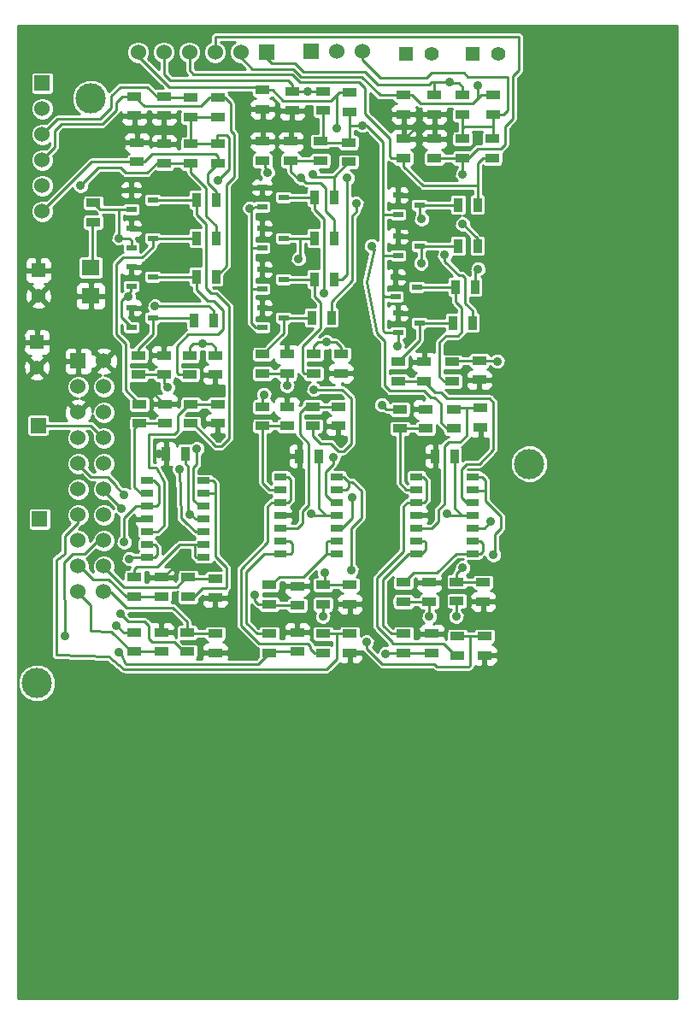
<source format=gtl>
G04 (created by PCBNEW (2013-07-07 BZR 4022)-stable) date 22/01/2014 07:55:25*
%MOIN*%
G04 Gerber Fmt 3.4, Leading zero omitted, Abs format*
%FSLAX34Y34*%
G01*
G70*
G90*
G04 APERTURE LIST*
%ADD10C,0.00590551*%
%ADD11C,0.11811*%
%ADD12R,0.06X0.06*%
%ADD13C,0.06*%
%ADD14R,0.0709X0.0629*%
%ADD15R,0.0394X0.0236*%
%ADD16R,0.05X0.025*%
%ADD17R,0.055X0.055*%
%ADD18C,0.055*%
%ADD19R,0.035X0.055*%
%ADD20R,0.055X0.035*%
%ADD21C,0.035*%
%ADD22C,0.01*%
G04 APERTURE END LIST*
G54D10*
G54D11*
X67600Y-54000D03*
X50500Y-39750D03*
X48400Y-62550D03*
G54D12*
X59100Y-37900D03*
G54D13*
X60100Y-37900D03*
X61100Y-37900D03*
G54D14*
X50500Y-47459D03*
X50500Y-46341D03*
G54D15*
X52084Y-46325D03*
X52916Y-46700D03*
X52084Y-47075D03*
X62484Y-45125D03*
X63316Y-45500D03*
X62484Y-45875D03*
X62484Y-43525D03*
X63316Y-43900D03*
X62484Y-44275D03*
X52084Y-44825D03*
X52916Y-45200D03*
X52084Y-45575D03*
X52084Y-47925D03*
X52916Y-48300D03*
X52084Y-48675D03*
X52084Y-43325D03*
X52916Y-43700D03*
X52084Y-44075D03*
G54D12*
X57350Y-37950D03*
G54D13*
X56350Y-37950D03*
X55350Y-37950D03*
X54350Y-37950D03*
X53350Y-37950D03*
X52350Y-37950D03*
G54D15*
X57184Y-44825D03*
X58016Y-45200D03*
X57184Y-45575D03*
X57184Y-43225D03*
X58016Y-43600D03*
X57184Y-43975D03*
X57184Y-47925D03*
X58016Y-48300D03*
X57184Y-48675D03*
X57184Y-46425D03*
X58016Y-46800D03*
X57184Y-47175D03*
G54D16*
X54900Y-57650D03*
X54900Y-57150D03*
X54900Y-56650D03*
X54900Y-56150D03*
X54900Y-55650D03*
X54900Y-55150D03*
X54900Y-54650D03*
X52700Y-54650D03*
X52700Y-55150D03*
X52700Y-55650D03*
X52700Y-56150D03*
X52700Y-56650D03*
X52700Y-57150D03*
X52700Y-57650D03*
X60100Y-57500D03*
X60100Y-57000D03*
X60100Y-56500D03*
X60100Y-56000D03*
X60100Y-55500D03*
X60100Y-55000D03*
X60100Y-54500D03*
X57900Y-54500D03*
X57900Y-55000D03*
X57900Y-55500D03*
X57900Y-56000D03*
X57900Y-56500D03*
X57900Y-57000D03*
X57900Y-57500D03*
X65400Y-57500D03*
X65400Y-57000D03*
X65400Y-56500D03*
X65400Y-56000D03*
X65400Y-55500D03*
X65400Y-55000D03*
X65400Y-54500D03*
X63200Y-54500D03*
X63200Y-55000D03*
X63200Y-55500D03*
X63200Y-56000D03*
X63200Y-56500D03*
X63200Y-57000D03*
X63200Y-57500D03*
G54D15*
X62384Y-46725D03*
X63216Y-47100D03*
X62384Y-47475D03*
X62484Y-48125D03*
X63316Y-48500D03*
X62484Y-48875D03*
G54D12*
X48500Y-56150D03*
X48450Y-52500D03*
X48600Y-39150D03*
G54D13*
X48600Y-40150D03*
X48600Y-41150D03*
X48600Y-42150D03*
X48600Y-43150D03*
X48600Y-44150D03*
G54D17*
X48400Y-49250D03*
G54D18*
X48400Y-50250D03*
G54D17*
X48450Y-46450D03*
G54D18*
X48450Y-47450D03*
G54D17*
X62800Y-38000D03*
G54D18*
X63800Y-38000D03*
G54D17*
X65400Y-38000D03*
G54D18*
X66400Y-38000D03*
G54D19*
X54175Y-53600D03*
X53425Y-53600D03*
X63925Y-53700D03*
X64675Y-53700D03*
X59375Y-53700D03*
X58625Y-53700D03*
G54D20*
X53250Y-61325D03*
X53250Y-60575D03*
X52200Y-60575D03*
X52200Y-61325D03*
X52300Y-42225D03*
X52300Y-41475D03*
X55350Y-60625D03*
X55350Y-61375D03*
X54250Y-61325D03*
X54250Y-60575D03*
X53350Y-42275D03*
X53350Y-41525D03*
X53250Y-59175D03*
X53250Y-58425D03*
X52200Y-58425D03*
X52200Y-59175D03*
X52200Y-39675D03*
X52200Y-40425D03*
X53350Y-39675D03*
X53350Y-40425D03*
X54300Y-59175D03*
X54300Y-58425D03*
X55350Y-58475D03*
X55350Y-59225D03*
X54400Y-52425D03*
X54400Y-51675D03*
X55450Y-42275D03*
X55450Y-41525D03*
X53400Y-51675D03*
X53400Y-52425D03*
X55450Y-52425D03*
X55450Y-51675D03*
X52400Y-51675D03*
X52400Y-52425D03*
X54400Y-42275D03*
X54400Y-41525D03*
X54350Y-50525D03*
X54350Y-49775D03*
X55450Y-39725D03*
X55450Y-40475D03*
X52350Y-49775D03*
X52350Y-50525D03*
X54400Y-39725D03*
X54400Y-40475D03*
X58550Y-61325D03*
X58550Y-60575D03*
X59450Y-42175D03*
X59450Y-41425D03*
X57200Y-51775D03*
X57200Y-52525D03*
X60550Y-42225D03*
X60550Y-41475D03*
X59150Y-52525D03*
X59150Y-51775D03*
G54D19*
X55375Y-45200D03*
X54625Y-45200D03*
X55375Y-43700D03*
X54625Y-43700D03*
G54D20*
X57200Y-42175D03*
X57200Y-41425D03*
X57450Y-60625D03*
X57450Y-61375D03*
X50600Y-43825D03*
X50600Y-44575D03*
X63800Y-61375D03*
X63800Y-60625D03*
X62700Y-60625D03*
X62700Y-61375D03*
X62700Y-42075D03*
X62700Y-41325D03*
X63900Y-42075D03*
X63900Y-41325D03*
X64800Y-61475D03*
X64800Y-60725D03*
X65850Y-60725D03*
X65850Y-61475D03*
X64650Y-52625D03*
X64650Y-51875D03*
X65700Y-52575D03*
X65700Y-51825D03*
X66150Y-42075D03*
X66150Y-41325D03*
X62550Y-51875D03*
X62550Y-52625D03*
X63550Y-51875D03*
X63550Y-52625D03*
X65000Y-42075D03*
X65000Y-41325D03*
X55350Y-50525D03*
X55350Y-49775D03*
X53350Y-49775D03*
X53350Y-50525D03*
X60150Y-52525D03*
X60150Y-51775D03*
X58150Y-51775D03*
X58150Y-52525D03*
X58300Y-42175D03*
X58300Y-41425D03*
X58150Y-49725D03*
X58150Y-50475D03*
X60250Y-50475D03*
X60250Y-49725D03*
X57450Y-58725D03*
X57450Y-59475D03*
X58550Y-59525D03*
X58550Y-58775D03*
X59550Y-39475D03*
X59550Y-40225D03*
X57200Y-49725D03*
X57200Y-50475D03*
X60600Y-39525D03*
X60600Y-40275D03*
X59200Y-50475D03*
X59200Y-49725D03*
X60600Y-58725D03*
X60600Y-59475D03*
X59550Y-59475D03*
X59550Y-58725D03*
X58350Y-39475D03*
X58350Y-40225D03*
X57200Y-39425D03*
X57200Y-40175D03*
G54D19*
X55375Y-46700D03*
X54625Y-46700D03*
X55275Y-48400D03*
X54525Y-48400D03*
X59975Y-43600D03*
X59225Y-43600D03*
X59975Y-45200D03*
X59225Y-45200D03*
X65575Y-45500D03*
X64825Y-45500D03*
X65575Y-43900D03*
X64825Y-43900D03*
X59875Y-48300D03*
X59125Y-48300D03*
X59975Y-46800D03*
X59225Y-46800D03*
G54D20*
X59550Y-61375D03*
X59550Y-60625D03*
X60600Y-60625D03*
X60600Y-61375D03*
X63700Y-59375D03*
X63700Y-58625D03*
X62700Y-58625D03*
X62700Y-59375D03*
X62700Y-39625D03*
X62700Y-40375D03*
X63900Y-39625D03*
X63900Y-40375D03*
X64774Y-59349D03*
X64774Y-58599D03*
X65800Y-58625D03*
X65800Y-59375D03*
X64600Y-50775D03*
X64600Y-50025D03*
X65650Y-50725D03*
X65650Y-49975D03*
X66200Y-39625D03*
X66200Y-40375D03*
X62500Y-50025D03*
X62500Y-50775D03*
X63500Y-50025D03*
X63500Y-50775D03*
X65000Y-39625D03*
X65000Y-40375D03*
G54D19*
X65375Y-48500D03*
X64625Y-48500D03*
X65475Y-47100D03*
X64725Y-47100D03*
G54D12*
X50000Y-49984D03*
G54D13*
X51000Y-49984D03*
X50000Y-50984D03*
X51000Y-50984D03*
X50000Y-51984D03*
X51000Y-51984D03*
X50000Y-52984D03*
X51000Y-52984D03*
X50000Y-53984D03*
X51000Y-53984D03*
X50000Y-54984D03*
X51000Y-54984D03*
X50000Y-55984D03*
X51000Y-55984D03*
X50000Y-56984D03*
X51000Y-56984D03*
X50000Y-57984D03*
X51000Y-57984D03*
X50000Y-58984D03*
X51000Y-58984D03*
G54D21*
X62450Y-49400D03*
X61100Y-40800D03*
X51972Y-47476D03*
X64400Y-55950D03*
X54358Y-55964D03*
X59100Y-55950D03*
X51600Y-45200D03*
X56696Y-44031D03*
X55450Y-42950D03*
X65000Y-42700D03*
X65000Y-44650D03*
X65600Y-39250D03*
X65600Y-46400D03*
X64300Y-45850D03*
X64500Y-39100D03*
X50100Y-43150D03*
X53000Y-47850D03*
X59150Y-42700D03*
X57389Y-42633D03*
X58700Y-42850D03*
X60500Y-42850D03*
X60100Y-40900D03*
X60850Y-43850D03*
X58950Y-39475D03*
X51800Y-55200D03*
X61250Y-60950D03*
X49500Y-60700D03*
X51600Y-61350D03*
X56900Y-59100D03*
X59610Y-58255D03*
X62000Y-61400D03*
X51700Y-55750D03*
X62384Y-46725D03*
X63700Y-44800D03*
X51400Y-43100D03*
X53400Y-46000D03*
X53550Y-49100D03*
X52800Y-51100D03*
X58200Y-49200D03*
X53250Y-60000D03*
X63250Y-40800D03*
X64050Y-53000D03*
X63800Y-49050D03*
X65650Y-53250D03*
X60300Y-53050D03*
X57900Y-53750D03*
X53150Y-53600D03*
X55450Y-52950D03*
X53850Y-57900D03*
X59600Y-47350D03*
X59200Y-51100D03*
X51500Y-60300D03*
X52000Y-57700D03*
X51650Y-59850D03*
X51800Y-57050D03*
X57250Y-51300D03*
X58600Y-46000D03*
X61450Y-45500D03*
X63400Y-44450D03*
X66200Y-57550D03*
X64750Y-59950D03*
X61850Y-51700D03*
X63377Y-46173D03*
X66350Y-50000D03*
X66100Y-56250D03*
X65000Y-58050D03*
X63700Y-59950D03*
X59550Y-59950D03*
X60650Y-58150D03*
X53496Y-51015D03*
X54633Y-53413D03*
X53964Y-54220D03*
X54850Y-49300D03*
X60700Y-55300D03*
X59700Y-49250D03*
X58150Y-50950D03*
X59950Y-53750D03*
G54D22*
X62484Y-48875D02*
X62484Y-49366D01*
X62484Y-49366D02*
X62450Y-49400D01*
X64850Y-38750D02*
X65050Y-38750D01*
X61100Y-38250D02*
X61800Y-38950D01*
X61800Y-38950D02*
X63600Y-38950D01*
X63600Y-38950D02*
X63800Y-38750D01*
X63800Y-38750D02*
X64850Y-38750D01*
X61100Y-37900D02*
X61100Y-38250D01*
X65200Y-38900D02*
X66750Y-38900D01*
X65050Y-38750D02*
X65200Y-38900D01*
X66200Y-40375D02*
X66575Y-40375D01*
X66750Y-40200D02*
X66750Y-38900D01*
X66575Y-40375D02*
X66750Y-40200D01*
X66200Y-40850D02*
X65050Y-40850D01*
X65050Y-40850D02*
X65000Y-40900D01*
X66200Y-40375D02*
X66200Y-40850D01*
X66200Y-40850D02*
X66200Y-41275D01*
X66200Y-41275D02*
X66150Y-41325D01*
X65000Y-41325D02*
X65000Y-40900D01*
X65000Y-40900D02*
X65000Y-40375D01*
X62484Y-44275D02*
X61900Y-44275D01*
X61900Y-44275D02*
X61900Y-44250D01*
X62484Y-45875D02*
X61900Y-45875D01*
X61900Y-45875D02*
X61900Y-45850D01*
X62384Y-47475D02*
X61900Y-47475D01*
X61950Y-47450D02*
X61900Y-47450D01*
X61925Y-47450D02*
X61950Y-47450D01*
X61900Y-47475D02*
X61925Y-47450D01*
X62484Y-48875D02*
X61975Y-48875D01*
X61975Y-48875D02*
X61900Y-48800D01*
X61100Y-40800D02*
X61250Y-40800D01*
X61900Y-41450D02*
X61900Y-44250D01*
X61900Y-44250D02*
X61900Y-45850D01*
X61900Y-45850D02*
X61900Y-47450D01*
X61900Y-47450D02*
X61900Y-48750D01*
X61250Y-40800D02*
X61900Y-41450D01*
X61100Y-40800D02*
X60600Y-40800D01*
X60600Y-40275D02*
X60600Y-40800D01*
X60600Y-40800D02*
X60600Y-41425D01*
X60600Y-41425D02*
X60550Y-41475D01*
X59550Y-40225D02*
X59550Y-41325D01*
X59550Y-41325D02*
X59450Y-41425D01*
X60550Y-41475D02*
X59500Y-41475D01*
X59500Y-41475D02*
X59450Y-41425D01*
X57184Y-47175D02*
X56750Y-47175D01*
X56750Y-47175D02*
X56750Y-47150D01*
X56750Y-45575D02*
X56750Y-47150D01*
X56750Y-47150D02*
X56750Y-48500D01*
X56925Y-48675D02*
X57184Y-48675D01*
X56750Y-48500D02*
X56925Y-48675D01*
X57184Y-45575D02*
X56750Y-45575D01*
X56750Y-45575D02*
X56750Y-44084D01*
X56750Y-44084D02*
X56696Y-44031D01*
X57184Y-45575D02*
X57075Y-45575D01*
X55429Y-41177D02*
X55795Y-41179D01*
X52084Y-45575D02*
X52084Y-45284D01*
X52000Y-45200D02*
X51600Y-45200D01*
X52084Y-45284D02*
X52000Y-45200D01*
X51600Y-45200D02*
X51600Y-44075D01*
X52084Y-44075D02*
X51600Y-44075D01*
X51600Y-44075D02*
X50850Y-44075D01*
X50850Y-44075D02*
X50600Y-43825D01*
X64400Y-55950D02*
X64450Y-56000D01*
X64450Y-56000D02*
X64950Y-56000D01*
X59150Y-56000D02*
X59650Y-56000D01*
X59100Y-55950D02*
X59150Y-56000D01*
X64675Y-53700D02*
X64675Y-55725D01*
X64675Y-55725D02*
X64950Y-56000D01*
X64950Y-56000D02*
X65400Y-56000D01*
X59375Y-53700D02*
X59375Y-55725D01*
X59375Y-55725D02*
X59650Y-56000D01*
X59650Y-56000D02*
X60100Y-56000D01*
X54175Y-53600D02*
X54175Y-53975D01*
X54300Y-55906D02*
X54358Y-55964D01*
X54300Y-54100D02*
X54300Y-55906D01*
X54175Y-53975D02*
X54300Y-54100D01*
X54400Y-41525D02*
X55450Y-41525D01*
X54400Y-40475D02*
X54400Y-41525D01*
X55450Y-40475D02*
X54400Y-40475D01*
X51972Y-47476D02*
X51873Y-47476D01*
X51700Y-48291D02*
X52084Y-48675D01*
X51700Y-47650D02*
X51700Y-48291D01*
X51873Y-47476D02*
X51700Y-47650D01*
X55795Y-41179D02*
X55895Y-41279D01*
X55895Y-41279D02*
X55895Y-42520D01*
X55895Y-42520D02*
X55450Y-42950D01*
X55450Y-41525D02*
X55429Y-41400D01*
X55429Y-41400D02*
X55429Y-41350D01*
X55429Y-41350D02*
X55429Y-41177D01*
X52057Y-47263D02*
X51972Y-47476D01*
X52057Y-47192D02*
X52057Y-47263D01*
X52057Y-47142D02*
X52057Y-47192D01*
X52084Y-47075D02*
X52057Y-47142D01*
X56938Y-43975D02*
X56696Y-44031D01*
X56987Y-43975D02*
X56938Y-43975D01*
X57037Y-43975D02*
X56987Y-43975D01*
X57184Y-43975D02*
X57037Y-43975D01*
X54598Y-56150D02*
X54358Y-55964D01*
X54650Y-56150D02*
X54598Y-56150D01*
X54700Y-56150D02*
X54650Y-56150D01*
X54900Y-56150D02*
X54700Y-56150D01*
X55375Y-43700D02*
X55375Y-43370D01*
X55050Y-42675D02*
X55450Y-42275D01*
X55050Y-43045D02*
X55050Y-42675D01*
X55375Y-43370D02*
X55050Y-43045D01*
X52300Y-42225D02*
X50525Y-42225D01*
X50525Y-42225D02*
X48600Y-44150D01*
X52300Y-42225D02*
X52575Y-42225D01*
X55450Y-42000D02*
X55450Y-42275D01*
X55350Y-41900D02*
X55450Y-42000D01*
X52900Y-41900D02*
X55350Y-41900D01*
X52575Y-42225D02*
X52900Y-41900D01*
X67200Y-38450D02*
X67200Y-38650D01*
X65575Y-45500D02*
X65575Y-45225D01*
X65000Y-42700D02*
X65000Y-42075D01*
X65575Y-45225D02*
X65000Y-44650D01*
X66450Y-41700D02*
X66500Y-41700D01*
X65225Y-42075D02*
X65600Y-41700D01*
X65600Y-41700D02*
X66450Y-41700D01*
X65000Y-42075D02*
X65225Y-42075D01*
X55350Y-37750D02*
X55350Y-37350D01*
X55350Y-37350D02*
X67200Y-37350D01*
X67200Y-37350D02*
X67200Y-37550D01*
X67200Y-37550D02*
X67200Y-38450D01*
X67200Y-38650D02*
X67180Y-38650D01*
X67180Y-38650D02*
X66950Y-38880D01*
X66950Y-38880D02*
X66950Y-40550D01*
X66950Y-40550D02*
X66750Y-40750D01*
X55350Y-37750D02*
X55350Y-37950D01*
X66650Y-40850D02*
X66750Y-40750D01*
X66650Y-41550D02*
X66650Y-40850D01*
X66500Y-41700D02*
X66650Y-41550D01*
X63900Y-42075D02*
X65000Y-42075D01*
X65600Y-39750D02*
X65600Y-39250D01*
X65475Y-46525D02*
X65475Y-47100D01*
X65600Y-46400D02*
X65475Y-46525D01*
X62700Y-39625D02*
X63025Y-39625D01*
X65725Y-39625D02*
X66200Y-39625D01*
X65400Y-39950D02*
X65600Y-39750D01*
X65600Y-39750D02*
X65725Y-39625D01*
X63350Y-39950D02*
X65400Y-39950D01*
X63025Y-39625D02*
X63350Y-39950D01*
X56350Y-37950D02*
X56350Y-38150D01*
X61775Y-39625D02*
X62700Y-39625D01*
X61050Y-38900D02*
X61775Y-39625D01*
X58704Y-38900D02*
X61050Y-38900D01*
X58404Y-38600D02*
X58704Y-38900D01*
X56800Y-38600D02*
X58404Y-38600D01*
X56350Y-38150D02*
X56800Y-38600D01*
X63900Y-39625D02*
X63900Y-39100D01*
X64500Y-39100D02*
X63900Y-39100D01*
X63900Y-39100D02*
X63800Y-39100D01*
X57350Y-38169D02*
X57550Y-38369D01*
X57550Y-38369D02*
X58469Y-38369D01*
X58469Y-38369D02*
X58800Y-38700D01*
X58800Y-38700D02*
X61200Y-38700D01*
X61200Y-38700D02*
X61700Y-39200D01*
X61700Y-39200D02*
X63700Y-39200D01*
X57350Y-38169D02*
X57350Y-37950D01*
X63800Y-39100D02*
X63700Y-39200D01*
X65000Y-39300D02*
X65000Y-39625D01*
X64850Y-39150D02*
X65000Y-39300D01*
X64550Y-39150D02*
X64850Y-39150D01*
X64500Y-39100D02*
X64550Y-39150D01*
X64300Y-45850D02*
X64300Y-46100D01*
X64850Y-46650D02*
X65000Y-46650D01*
X65000Y-46650D02*
X65100Y-46750D01*
X65100Y-46750D02*
X65100Y-47750D01*
X65100Y-47750D02*
X65375Y-48025D01*
X65375Y-48500D02*
X65375Y-48025D01*
X64300Y-45850D02*
X64300Y-45980D01*
X64300Y-46100D02*
X64850Y-46650D01*
X53350Y-42275D02*
X53075Y-42275D01*
X50800Y-42450D02*
X50100Y-43150D01*
X51650Y-42450D02*
X50800Y-42450D01*
X51850Y-42650D02*
X51650Y-42450D01*
X52700Y-42650D02*
X51850Y-42650D01*
X53075Y-42275D02*
X52700Y-42650D01*
X54400Y-42275D02*
X54400Y-42650D01*
X55375Y-44725D02*
X55375Y-45200D01*
X55000Y-44350D02*
X55375Y-44725D01*
X55000Y-43250D02*
X55000Y-44350D01*
X54400Y-42650D02*
X55000Y-43250D01*
X54400Y-42275D02*
X53350Y-42275D01*
X55450Y-39725D02*
X55725Y-39725D01*
X55800Y-46275D02*
X55375Y-46700D01*
X55800Y-43100D02*
X55800Y-46275D01*
X56100Y-42800D02*
X55800Y-43100D01*
X56100Y-41150D02*
X56100Y-42800D01*
X55950Y-41000D02*
X56100Y-41150D01*
X55950Y-39950D02*
X55950Y-41000D01*
X55725Y-39725D02*
X55950Y-39950D01*
X52200Y-39675D02*
X51725Y-39675D01*
X49100Y-41650D02*
X48600Y-42150D01*
X49100Y-41000D02*
X49100Y-41650D01*
X49350Y-40750D02*
X49100Y-41000D01*
X50950Y-40750D02*
X49350Y-40750D01*
X51500Y-40200D02*
X50950Y-40750D01*
X51500Y-39900D02*
X51500Y-40200D01*
X51725Y-39675D02*
X51500Y-39900D01*
X55450Y-39725D02*
X55125Y-39725D01*
X52575Y-40050D02*
X52200Y-39675D01*
X54800Y-40050D02*
X52575Y-40050D01*
X55125Y-39725D02*
X54800Y-40050D01*
X53000Y-47850D02*
X55100Y-47850D01*
X55275Y-48025D02*
X55275Y-48400D01*
X55100Y-47850D02*
X55275Y-48025D01*
X53350Y-39675D02*
X53075Y-39675D01*
X49200Y-40550D02*
X48600Y-41150D01*
X50850Y-40550D02*
X49200Y-40550D01*
X51300Y-40100D02*
X50850Y-40550D01*
X51300Y-39650D02*
X51300Y-40100D01*
X51650Y-39300D02*
X51300Y-39650D01*
X52700Y-39300D02*
X51650Y-39300D01*
X53075Y-39675D02*
X52700Y-39300D01*
X54400Y-39725D02*
X53400Y-39725D01*
X53400Y-39725D02*
X53350Y-39675D01*
X59250Y-42800D02*
X59150Y-42700D01*
X59975Y-42800D02*
X59250Y-42800D01*
X59975Y-43600D02*
X59975Y-42800D01*
X59975Y-42800D02*
X60550Y-42225D01*
X57304Y-42420D02*
X57389Y-42633D01*
X57304Y-42350D02*
X57304Y-42420D01*
X57304Y-42300D02*
X57304Y-42350D01*
X57200Y-42175D02*
X57304Y-42300D01*
X59975Y-45200D02*
X59975Y-44475D01*
X58700Y-42850D02*
X58550Y-42850D01*
X58300Y-42600D02*
X58300Y-42175D01*
X58550Y-42850D02*
X58300Y-42600D01*
X58900Y-43050D02*
X58700Y-42850D01*
X59450Y-43050D02*
X58900Y-43050D01*
X59650Y-43250D02*
X59450Y-43050D01*
X59650Y-44150D02*
X59650Y-43250D01*
X59975Y-44475D02*
X59650Y-44150D01*
X59450Y-42175D02*
X58300Y-42175D01*
X60100Y-39600D02*
X60100Y-40900D01*
X60300Y-46800D02*
X60500Y-46600D01*
X60500Y-46600D02*
X60500Y-42850D01*
X60300Y-46800D02*
X59975Y-46800D01*
X57200Y-39425D02*
X57575Y-39425D01*
X60175Y-39525D02*
X60600Y-39525D01*
X59850Y-39850D02*
X60100Y-39600D01*
X60100Y-39600D02*
X60175Y-39525D01*
X58000Y-39850D02*
X59850Y-39850D01*
X57575Y-39425D02*
X58000Y-39850D01*
X52350Y-37950D02*
X52350Y-38100D01*
X57075Y-39300D02*
X57200Y-39425D01*
X53550Y-39300D02*
X57075Y-39300D01*
X52350Y-38100D02*
X53550Y-39300D01*
X60850Y-43850D02*
X60850Y-44180D01*
X59875Y-47675D02*
X59875Y-48300D01*
X60700Y-46850D02*
X59875Y-47675D01*
X60700Y-44330D02*
X60700Y-46850D01*
X60850Y-44180D02*
X60700Y-44330D01*
X53350Y-37950D02*
X53350Y-38800D01*
X58350Y-39200D02*
X58350Y-39475D01*
X58200Y-39050D02*
X58350Y-39200D01*
X53600Y-39050D02*
X58200Y-39050D01*
X53350Y-38800D02*
X53600Y-39050D01*
X59550Y-39475D02*
X58950Y-39475D01*
X58950Y-39475D02*
X58350Y-39475D01*
X62700Y-42075D02*
X62700Y-42400D01*
X63450Y-43150D02*
X65575Y-43150D01*
X62700Y-42400D02*
X63450Y-43150D01*
X65575Y-43900D02*
X65575Y-43150D01*
X65575Y-43150D02*
X65575Y-42275D01*
X65775Y-42075D02*
X66150Y-42075D01*
X65575Y-42275D02*
X65775Y-42075D01*
X54350Y-37950D02*
X54350Y-38650D01*
X62225Y-42075D02*
X62700Y-42075D01*
X62150Y-42000D02*
X62225Y-42075D01*
X62150Y-41300D02*
X62150Y-42000D01*
X61200Y-40350D02*
X62150Y-41300D01*
X61200Y-39350D02*
X61200Y-40350D01*
X60950Y-39100D02*
X61200Y-39350D01*
X58650Y-39100D02*
X60950Y-39100D01*
X58350Y-38800D02*
X58650Y-39100D01*
X54500Y-38800D02*
X58350Y-38800D01*
X54350Y-38650D02*
X54500Y-38800D01*
X52200Y-61325D02*
X52075Y-61325D01*
X50500Y-59500D02*
X50000Y-59000D01*
X50500Y-60500D02*
X50500Y-59500D01*
X52075Y-61325D02*
X51300Y-60550D01*
X51300Y-60550D02*
X50500Y-60500D01*
X53250Y-61325D02*
X52200Y-61325D01*
X65300Y-60725D02*
X65300Y-61850D01*
X50500Y-54500D02*
X50000Y-54000D01*
X51150Y-54500D02*
X50500Y-54500D01*
X51450Y-54800D02*
X51150Y-54500D01*
X51450Y-54850D02*
X51450Y-54800D01*
X51800Y-55200D02*
X51450Y-54850D01*
X61250Y-61200D02*
X61250Y-60950D01*
X61850Y-61800D02*
X61250Y-61200D01*
X63900Y-61800D02*
X61850Y-61800D01*
X64000Y-61900D02*
X63900Y-61800D01*
X65250Y-61900D02*
X64000Y-61900D01*
X65300Y-61850D02*
X65250Y-61900D01*
X65850Y-60725D02*
X65300Y-60725D01*
X65300Y-60725D02*
X64800Y-60725D01*
X51000Y-59000D02*
X51300Y-59000D01*
X54250Y-60150D02*
X54250Y-60575D01*
X53700Y-59600D02*
X54250Y-60150D01*
X51900Y-59600D02*
X53700Y-59600D01*
X51300Y-59000D02*
X51900Y-59600D01*
X55350Y-60625D02*
X54300Y-60625D01*
X54300Y-60625D02*
X54250Y-60575D01*
X52200Y-59175D02*
X51875Y-59175D01*
X50100Y-58000D02*
X50000Y-58000D01*
X50600Y-58500D02*
X50100Y-58000D01*
X51200Y-58500D02*
X50600Y-58500D01*
X51875Y-59175D02*
X51200Y-58500D01*
X53250Y-59175D02*
X52200Y-59175D01*
X54300Y-58425D02*
X54225Y-58425D01*
X51800Y-58800D02*
X51000Y-58000D01*
X53850Y-58800D02*
X51800Y-58800D01*
X54225Y-58425D02*
X53850Y-58800D01*
X55350Y-58475D02*
X54350Y-58475D01*
X54350Y-58475D02*
X54300Y-58425D01*
X51647Y-61397D02*
X51600Y-61350D01*
X51854Y-61800D02*
X51647Y-61397D01*
X57450Y-61375D02*
X57025Y-61800D01*
X57025Y-61800D02*
X51854Y-61800D01*
X50750Y-57000D02*
X50250Y-57500D01*
X50250Y-57500D02*
X49800Y-57500D01*
X49800Y-57500D02*
X49450Y-57850D01*
X49450Y-57850D02*
X49500Y-60700D01*
X49500Y-60700D02*
X49500Y-60745D01*
X50750Y-57000D02*
X51000Y-57000D01*
X58550Y-61325D02*
X57500Y-61325D01*
X57500Y-61325D02*
X57450Y-61375D01*
X50000Y-56000D02*
X50000Y-56300D01*
X60100Y-61600D02*
X60100Y-60625D01*
X59700Y-62000D02*
X60100Y-61600D01*
X51800Y-62000D02*
X59700Y-62000D01*
X49150Y-61450D02*
X51200Y-61500D01*
X51200Y-61500D02*
X51800Y-62000D01*
X49150Y-57750D02*
X49150Y-61450D01*
X49500Y-57500D02*
X49150Y-57750D01*
X49500Y-56800D02*
X49500Y-57500D01*
X50000Y-56300D02*
X49500Y-56800D01*
X59550Y-60625D02*
X60100Y-60625D01*
X60100Y-60625D02*
X60600Y-60625D01*
X56900Y-59350D02*
X57025Y-59475D01*
X57025Y-59475D02*
X57450Y-59475D01*
X56900Y-59100D02*
X56900Y-59350D01*
X58550Y-59525D02*
X57500Y-59525D01*
X57500Y-59525D02*
X57450Y-59475D01*
X60600Y-58725D02*
X59550Y-58725D01*
X59610Y-58550D02*
X59610Y-58255D01*
X59610Y-58600D02*
X59610Y-58550D01*
X59550Y-58725D02*
X59610Y-58600D01*
X51000Y-55000D02*
X51000Y-55050D01*
X62025Y-61375D02*
X62700Y-61375D01*
X62000Y-61400D02*
X62025Y-61375D01*
X51000Y-55050D02*
X51700Y-55750D01*
X63800Y-61375D02*
X62700Y-61375D01*
X48450Y-52500D02*
X50500Y-52500D01*
X50500Y-52500D02*
X51000Y-53000D01*
X62450Y-44800D02*
X63450Y-44800D01*
X62484Y-45084D02*
X62450Y-44800D01*
X62484Y-45125D02*
X62484Y-45084D01*
X63450Y-44800D02*
X63700Y-44800D01*
X52084Y-43325D02*
X51625Y-43325D01*
X51625Y-43325D02*
X51400Y-43100D01*
X52084Y-46325D02*
X53075Y-46325D01*
X53075Y-46325D02*
X53400Y-46000D01*
X53350Y-49775D02*
X53350Y-49300D01*
X53350Y-49300D02*
X53550Y-49100D01*
X53400Y-51675D02*
X53375Y-51675D01*
X53375Y-51675D02*
X52800Y-51100D01*
X58150Y-49725D02*
X58150Y-49250D01*
X58150Y-49250D02*
X58200Y-49200D01*
X53250Y-60575D02*
X53250Y-60000D01*
X62700Y-41325D02*
X62725Y-41325D01*
X62725Y-41325D02*
X63250Y-40800D01*
X63925Y-53700D02*
X63925Y-53125D01*
X63925Y-53125D02*
X64050Y-53000D01*
X63500Y-50025D02*
X63500Y-49350D01*
X63500Y-49350D02*
X63800Y-49050D01*
X65700Y-52575D02*
X65700Y-53200D01*
X65700Y-53200D02*
X65650Y-53250D01*
X60150Y-52525D02*
X60150Y-52900D01*
X60150Y-52900D02*
X60300Y-53050D01*
X58625Y-53700D02*
X57950Y-53700D01*
X57950Y-53700D02*
X57900Y-53750D01*
X53425Y-53600D02*
X53150Y-53600D01*
X55450Y-52425D02*
X55450Y-52950D01*
X53250Y-58425D02*
X53325Y-58425D01*
X53325Y-58425D02*
X53850Y-57900D01*
X53350Y-40425D02*
X52200Y-40425D01*
X53350Y-40425D02*
X53350Y-41525D01*
X53350Y-41525D02*
X53300Y-41475D01*
X53300Y-41475D02*
X52300Y-41475D01*
X52084Y-47925D02*
X52084Y-47916D01*
X53250Y-58425D02*
X53250Y-58400D01*
X60350Y-53500D02*
X60150Y-53500D01*
X59150Y-52900D02*
X59450Y-53200D01*
X60350Y-53500D02*
X60650Y-53200D01*
X60650Y-53200D02*
X60650Y-51450D01*
X60650Y-51450D02*
X60300Y-51100D01*
X60300Y-51100D02*
X59200Y-51100D01*
X59225Y-44075D02*
X59600Y-44450D01*
X59600Y-44450D02*
X59600Y-47350D01*
X59225Y-43600D02*
X59225Y-44075D01*
X59150Y-52900D02*
X59150Y-52525D01*
X59850Y-53200D02*
X59450Y-53200D01*
X60150Y-53500D02*
X59850Y-53200D01*
X59225Y-43600D02*
X58016Y-43600D01*
X52700Y-57150D02*
X53000Y-57150D01*
X53000Y-57650D02*
X52700Y-57650D01*
X53100Y-57550D02*
X53000Y-57650D01*
X53100Y-57250D02*
X53100Y-57550D01*
X53000Y-57150D02*
X53100Y-57250D01*
X52700Y-57650D02*
X52050Y-57650D01*
X51775Y-60575D02*
X52200Y-60575D01*
X51500Y-60300D02*
X51775Y-60575D01*
X52050Y-57650D02*
X52000Y-57700D01*
X51800Y-57050D02*
X51800Y-56100D01*
X52250Y-55650D02*
X52700Y-55650D01*
X51800Y-56100D02*
X52250Y-55650D01*
X52700Y-54650D02*
X52950Y-54650D01*
X52950Y-54650D02*
X53150Y-54850D01*
X53150Y-54850D02*
X53150Y-55550D01*
X53150Y-55550D02*
X53050Y-55650D01*
X53050Y-55650D02*
X52700Y-55650D01*
X54125Y-61325D02*
X53750Y-60950D01*
X53750Y-60950D02*
X52900Y-60950D01*
X52900Y-60950D02*
X52750Y-60800D01*
X52750Y-60800D02*
X52750Y-60300D01*
X52750Y-60300D02*
X52600Y-60150D01*
X52600Y-60150D02*
X51950Y-60150D01*
X51950Y-60150D02*
X51650Y-59850D01*
X54250Y-61325D02*
X54125Y-61325D01*
X54900Y-57650D02*
X54600Y-57650D01*
X54550Y-57600D02*
X54550Y-57150D01*
X54600Y-57650D02*
X54550Y-57600D01*
X52200Y-58425D02*
X52200Y-58100D01*
X53950Y-57150D02*
X54550Y-57150D01*
X54550Y-57150D02*
X54900Y-57150D01*
X53100Y-58000D02*
X53950Y-57150D01*
X52300Y-58000D02*
X53100Y-58000D01*
X52200Y-58100D02*
X52300Y-58000D01*
X58650Y-45200D02*
X58650Y-45950D01*
X57200Y-51350D02*
X57200Y-51775D01*
X57250Y-51300D02*
X57200Y-51350D01*
X58650Y-45950D02*
X58600Y-46000D01*
X59225Y-45200D02*
X58650Y-45200D01*
X58650Y-45200D02*
X58016Y-45200D01*
X54900Y-55150D02*
X55350Y-55150D01*
X54900Y-54650D02*
X55250Y-54650D01*
X55350Y-54750D02*
X55350Y-55150D01*
X55350Y-55150D02*
X55350Y-57600D01*
X55250Y-54650D02*
X55350Y-54750D01*
X54300Y-59175D02*
X54525Y-59175D01*
X55800Y-58050D02*
X55350Y-57600D01*
X55800Y-58800D02*
X55800Y-58050D01*
X55750Y-58850D02*
X55800Y-58800D01*
X54850Y-58850D02*
X55750Y-58850D01*
X54525Y-59175D02*
X54850Y-58850D01*
X59000Y-53350D02*
X59000Y-53200D01*
X59000Y-53350D02*
X59000Y-55600D01*
X59000Y-55600D02*
X58750Y-55850D01*
X58750Y-55850D02*
X58750Y-56300D01*
X58750Y-56300D02*
X58550Y-56500D01*
X57900Y-56500D02*
X58550Y-56500D01*
X58875Y-51775D02*
X59150Y-51775D01*
X58650Y-52000D02*
X58875Y-51775D01*
X58650Y-52850D02*
X58650Y-52000D01*
X59000Y-53200D02*
X58650Y-52850D01*
X60150Y-51775D02*
X59650Y-51775D01*
X59650Y-51775D02*
X59150Y-51775D01*
X57900Y-57500D02*
X57250Y-57500D01*
X56975Y-60625D02*
X57450Y-60625D01*
X56550Y-60200D02*
X56975Y-60625D01*
X56550Y-58200D02*
X56550Y-60200D01*
X57250Y-57500D02*
X56550Y-58200D01*
X57900Y-57000D02*
X58250Y-57000D01*
X58300Y-57500D02*
X57900Y-57500D01*
X58350Y-57450D02*
X58300Y-57500D01*
X58350Y-57100D02*
X58350Y-57450D01*
X58250Y-57000D02*
X58350Y-57100D01*
X61550Y-45600D02*
X61250Y-46900D01*
X61250Y-46900D02*
X61650Y-48900D01*
X64375Y-52625D02*
X64650Y-52625D01*
X61950Y-49200D02*
X61650Y-48900D01*
X61950Y-50950D02*
X61950Y-49200D01*
X62150Y-51150D02*
X61950Y-50950D01*
X63500Y-51150D02*
X62150Y-51150D01*
X63750Y-51400D02*
X63500Y-51150D01*
X63900Y-51400D02*
X63750Y-51400D01*
X64150Y-51650D02*
X63900Y-51400D01*
X64150Y-52400D02*
X64150Y-51650D01*
X64375Y-52625D02*
X64150Y-52400D01*
X61550Y-45600D02*
X61450Y-45500D01*
X63316Y-43900D02*
X63316Y-44366D01*
X61450Y-45500D02*
X61550Y-45600D01*
X63316Y-44366D02*
X63400Y-44450D01*
X64825Y-43900D02*
X63700Y-43900D01*
X63700Y-43900D02*
X63316Y-43900D01*
X58016Y-48300D02*
X58016Y-48909D01*
X58016Y-48909D02*
X57200Y-49725D01*
X58016Y-48300D02*
X59125Y-48300D01*
X59225Y-46800D02*
X59225Y-47475D01*
X58825Y-50475D02*
X59200Y-50475D01*
X58750Y-50400D02*
X58825Y-50475D01*
X58750Y-49400D02*
X58750Y-50400D01*
X59450Y-48700D02*
X58750Y-49400D01*
X59450Y-47700D02*
X59450Y-48700D01*
X59225Y-47475D02*
X59450Y-47700D01*
X59225Y-46800D02*
X58016Y-46800D01*
X63200Y-54500D02*
X63450Y-54500D01*
X63500Y-55500D02*
X63200Y-55500D01*
X63600Y-55400D02*
X63500Y-55500D01*
X63600Y-54650D02*
X63600Y-55400D01*
X63450Y-54500D02*
X63600Y-54650D01*
X62250Y-61000D02*
X62250Y-60950D01*
X64725Y-61475D02*
X64250Y-61000D01*
X64250Y-61000D02*
X62250Y-61000D01*
X64800Y-61475D02*
X64725Y-61475D01*
X62850Y-55500D02*
X63200Y-55500D01*
X62700Y-55650D02*
X62850Y-55500D01*
X62700Y-57400D02*
X62700Y-55650D01*
X61650Y-58450D02*
X62700Y-57400D01*
X61650Y-60350D02*
X61650Y-58450D01*
X62250Y-60950D02*
X61650Y-60350D01*
X65150Y-51825D02*
X65150Y-52900D01*
X63800Y-56500D02*
X63200Y-56500D01*
X64050Y-56250D02*
X63800Y-56500D01*
X64050Y-55800D02*
X64050Y-56250D01*
X64300Y-55550D02*
X64050Y-55800D01*
X64300Y-53300D02*
X64300Y-55550D01*
X64450Y-53150D02*
X64300Y-53300D01*
X64900Y-53150D02*
X64450Y-53150D01*
X65150Y-52900D02*
X64900Y-53150D01*
X65700Y-51825D02*
X65150Y-51825D01*
X65150Y-51825D02*
X64700Y-51825D01*
X64700Y-51825D02*
X64650Y-51875D01*
X63200Y-57500D02*
X62900Y-57500D01*
X62225Y-60625D02*
X62700Y-60625D01*
X61900Y-60300D02*
X62225Y-60625D01*
X61900Y-58500D02*
X61900Y-60300D01*
X62900Y-57500D02*
X61900Y-58500D01*
X63200Y-57000D02*
X63500Y-57000D01*
X63400Y-57500D02*
X63200Y-57500D01*
X63550Y-57350D02*
X63400Y-57500D01*
X63550Y-57050D02*
X63550Y-57350D01*
X63500Y-57000D02*
X63550Y-57050D01*
X62550Y-52625D02*
X62550Y-54750D01*
X62800Y-55000D02*
X63200Y-55000D01*
X62550Y-54750D02*
X62800Y-55000D01*
X63550Y-52625D02*
X62550Y-52625D01*
X65900Y-55050D02*
X65450Y-55050D01*
X65450Y-55050D02*
X65400Y-55000D01*
X64774Y-59349D02*
X64774Y-59925D01*
X65750Y-54500D02*
X65400Y-54500D01*
X65900Y-54650D02*
X65750Y-54500D01*
X65900Y-55450D02*
X65900Y-55050D01*
X65900Y-55050D02*
X65900Y-54650D01*
X66500Y-56050D02*
X65900Y-55450D01*
X66500Y-56500D02*
X66500Y-56050D01*
X66250Y-56750D02*
X66500Y-56500D01*
X66250Y-57500D02*
X66250Y-56750D01*
X66200Y-57550D02*
X66250Y-57500D01*
X64774Y-59925D02*
X64750Y-59950D01*
X65400Y-55500D02*
X65150Y-55500D01*
X63925Y-51200D02*
X63500Y-50775D01*
X64150Y-51200D02*
X63925Y-51200D01*
X64400Y-51450D02*
X64150Y-51200D01*
X66050Y-51450D02*
X64400Y-51450D01*
X66200Y-51600D02*
X66050Y-51450D01*
X66200Y-53450D02*
X66200Y-51600D01*
X65650Y-54000D02*
X66200Y-53450D01*
X65150Y-54000D02*
X65650Y-54000D01*
X64950Y-54200D02*
X65150Y-54000D01*
X64950Y-55300D02*
X64950Y-54200D01*
X65150Y-55500D02*
X64950Y-55300D01*
X63500Y-50775D02*
X62500Y-50775D01*
X62550Y-51875D02*
X62025Y-51875D01*
X63377Y-46173D02*
X63377Y-45561D01*
X63377Y-45561D02*
X63316Y-45500D01*
X62025Y-51875D02*
X61850Y-51700D01*
X63316Y-45500D02*
X64825Y-45500D01*
X62500Y-50025D02*
X62500Y-50000D01*
X63316Y-49184D02*
X63316Y-48500D01*
X62500Y-50000D02*
X63316Y-49184D01*
X63316Y-48500D02*
X64625Y-48500D01*
X64650Y-49000D02*
X64815Y-49000D01*
X64725Y-47675D02*
X64970Y-47920D01*
X64970Y-47920D02*
X64970Y-48154D01*
X64970Y-48845D02*
X64970Y-48154D01*
X64725Y-47100D02*
X64725Y-47675D01*
X64275Y-50775D02*
X64100Y-50600D01*
X64100Y-50600D02*
X64100Y-49250D01*
X64100Y-49250D02*
X64350Y-49000D01*
X64350Y-49000D02*
X64650Y-49000D01*
X64275Y-50775D02*
X64600Y-50775D01*
X64815Y-49000D02*
X64970Y-48845D01*
X64725Y-47100D02*
X63216Y-47100D01*
X62700Y-58625D02*
X62725Y-58625D01*
X64750Y-57500D02*
X65400Y-57500D01*
X64000Y-58250D02*
X64750Y-57500D01*
X63100Y-58250D02*
X64000Y-58250D01*
X62725Y-58625D02*
X63100Y-58250D01*
X65400Y-57000D02*
X65700Y-57000D01*
X65700Y-57500D02*
X65400Y-57500D01*
X65800Y-57400D02*
X65700Y-57500D01*
X65800Y-57100D02*
X65800Y-57400D01*
X65700Y-57000D02*
X65800Y-57100D01*
X65400Y-56500D02*
X65850Y-56500D01*
X66325Y-49975D02*
X65650Y-49975D01*
X66350Y-50000D02*
X66325Y-49975D01*
X65850Y-56500D02*
X66100Y-56250D01*
X65650Y-49975D02*
X64650Y-49975D01*
X64650Y-49975D02*
X64600Y-50025D01*
X64774Y-58275D02*
X64774Y-58599D01*
X65000Y-58050D02*
X64774Y-58275D01*
X65800Y-58625D02*
X64800Y-58625D01*
X64800Y-58625D02*
X64774Y-58599D01*
X63700Y-59950D02*
X63700Y-59375D01*
X63700Y-59375D02*
X62700Y-59375D01*
X62475Y-59370D02*
X62425Y-59370D01*
X62700Y-59375D02*
X62475Y-59370D01*
X60550Y-54700D02*
X60700Y-54700D01*
X59550Y-59950D02*
X59550Y-59475D01*
X60650Y-56500D02*
X60650Y-58150D01*
X61050Y-56100D02*
X60650Y-56500D01*
X61050Y-55050D02*
X61050Y-56100D01*
X60700Y-54700D02*
X61050Y-55050D01*
X60100Y-54500D02*
X60350Y-54500D01*
X60450Y-55000D02*
X60100Y-55000D01*
X60550Y-54900D02*
X60450Y-55000D01*
X60550Y-54700D02*
X60550Y-54900D01*
X60350Y-54500D02*
X60550Y-54700D01*
X57450Y-58725D02*
X57525Y-58725D01*
X58800Y-58400D02*
X59700Y-57500D01*
X57850Y-58400D02*
X58800Y-58400D01*
X57525Y-58725D02*
X57850Y-58400D01*
X60100Y-57000D02*
X59750Y-57000D01*
X59700Y-57500D02*
X60100Y-57500D01*
X59700Y-57050D02*
X59700Y-57500D01*
X59750Y-57000D02*
X59700Y-57050D01*
X54400Y-52425D02*
X54475Y-52425D01*
X54625Y-44275D02*
X54625Y-43700D01*
X55000Y-44650D02*
X54625Y-44275D01*
X55000Y-47150D02*
X55000Y-44650D01*
X55200Y-47350D02*
X55000Y-47150D01*
X55400Y-47350D02*
X55200Y-47350D01*
X55900Y-47850D02*
X55400Y-47350D01*
X55900Y-53000D02*
X55900Y-47850D01*
X55600Y-53300D02*
X55900Y-53000D01*
X55350Y-53300D02*
X55600Y-53300D01*
X54475Y-52425D02*
X55350Y-53300D01*
X54625Y-43700D02*
X52916Y-43700D01*
X53350Y-50525D02*
X53350Y-50869D01*
X54750Y-55650D02*
X54500Y-55400D01*
X54500Y-55400D02*
X54500Y-54150D01*
X54500Y-54150D02*
X54633Y-54016D01*
X54633Y-54016D02*
X54633Y-53413D01*
X54750Y-55650D02*
X54900Y-55650D01*
X53350Y-50869D02*
X53496Y-51015D01*
X52350Y-50525D02*
X53350Y-50525D01*
X54013Y-56107D02*
X53964Y-54220D01*
X54215Y-56309D02*
X54013Y-56107D01*
X54598Y-56650D02*
X54215Y-56309D01*
X54650Y-56650D02*
X54598Y-56650D01*
X54700Y-56650D02*
X54650Y-56650D01*
X54900Y-56650D02*
X54700Y-56650D01*
X54850Y-49300D02*
X54500Y-49300D01*
X54350Y-49450D02*
X54350Y-49775D01*
X54500Y-49300D02*
X54350Y-49450D01*
X54850Y-49300D02*
X55200Y-49300D01*
X55350Y-49450D02*
X55350Y-49775D01*
X55200Y-49300D02*
X55350Y-49450D01*
X59700Y-49250D02*
X59350Y-49250D01*
X59200Y-49400D02*
X59200Y-49725D01*
X59350Y-49250D02*
X59200Y-49400D01*
X59700Y-49250D02*
X60050Y-49250D01*
X60300Y-56500D02*
X60700Y-56100D01*
X60700Y-56100D02*
X60700Y-55300D01*
X60100Y-56500D02*
X60300Y-56500D01*
X60250Y-49450D02*
X60250Y-49725D01*
X60050Y-49250D02*
X60250Y-49450D01*
X60100Y-55500D02*
X59950Y-55500D01*
X58150Y-50950D02*
X58150Y-50475D01*
X59950Y-54000D02*
X59950Y-53750D01*
X59650Y-54300D02*
X59950Y-54000D01*
X59650Y-55200D02*
X59650Y-54300D01*
X59950Y-55500D02*
X59650Y-55200D01*
X57200Y-50475D02*
X58150Y-50475D01*
X52916Y-45200D02*
X52916Y-45534D01*
X51850Y-51125D02*
X52400Y-51675D01*
X51850Y-49300D02*
X51850Y-51125D01*
X51500Y-48950D02*
X51850Y-49300D01*
X51500Y-46200D02*
X51500Y-48950D01*
X51750Y-45950D02*
X51500Y-46200D01*
X52500Y-45950D02*
X51750Y-45950D01*
X52916Y-45534D02*
X52500Y-45950D01*
X54625Y-45200D02*
X52916Y-45200D01*
X52700Y-55150D02*
X52450Y-55150D01*
X52200Y-52625D02*
X52400Y-52425D01*
X52200Y-54900D02*
X52200Y-52625D01*
X52450Y-55150D02*
X52200Y-54900D01*
X53400Y-52425D02*
X52400Y-52425D01*
X52750Y-54150D02*
X52750Y-54150D01*
X52750Y-52850D02*
X52750Y-54150D01*
X52750Y-54150D02*
X52750Y-54150D01*
X52750Y-54150D02*
X53050Y-54150D01*
X53050Y-54150D02*
X53350Y-54700D01*
X53350Y-54700D02*
X53350Y-56400D01*
X53350Y-56400D02*
X53100Y-56650D01*
X53100Y-56650D02*
X52700Y-56650D01*
X54400Y-51675D02*
X54325Y-51675D01*
X53900Y-52700D02*
X53750Y-52850D01*
X53900Y-52100D02*
X53900Y-52700D01*
X54325Y-51675D02*
X53900Y-52100D01*
X53750Y-52850D02*
X53250Y-52850D01*
X53250Y-52850D02*
X52750Y-52850D01*
X55450Y-51675D02*
X54400Y-51675D01*
X58950Y-61000D02*
X57050Y-61000D01*
X59225Y-61375D02*
X59050Y-61200D01*
X59050Y-61200D02*
X59050Y-61100D01*
X59050Y-61100D02*
X58950Y-61000D01*
X59550Y-61375D02*
X59225Y-61375D01*
X57550Y-55500D02*
X57900Y-55500D01*
X57400Y-55650D02*
X57550Y-55500D01*
X57400Y-57050D02*
X57400Y-55650D01*
X56350Y-58100D02*
X57400Y-57050D01*
X56350Y-60300D02*
X56350Y-58100D01*
X57050Y-61000D02*
X56350Y-60300D01*
X57900Y-54500D02*
X58200Y-54500D01*
X58200Y-55500D02*
X57900Y-55500D01*
X58300Y-55400D02*
X58200Y-55500D01*
X58300Y-54600D02*
X58300Y-55400D01*
X58200Y-54500D02*
X58300Y-54600D01*
X57900Y-55000D02*
X57450Y-55000D01*
X57200Y-54750D02*
X57200Y-52525D01*
X57450Y-55000D02*
X57200Y-54750D01*
X57200Y-52525D02*
X58150Y-52525D01*
X52350Y-49775D02*
X52350Y-49500D01*
X52916Y-48934D02*
X52916Y-48300D01*
X52350Y-49500D02*
X52916Y-48934D01*
X52916Y-48300D02*
X54425Y-48300D01*
X54425Y-48300D02*
X54525Y-48400D01*
X50550Y-46076D02*
X50500Y-46340D01*
X50550Y-44750D02*
X50550Y-46076D01*
X50550Y-44700D02*
X50550Y-44750D01*
X50600Y-44575D02*
X50550Y-44700D01*
X55300Y-47650D02*
X55050Y-47650D01*
X55300Y-47650D02*
X55650Y-48000D01*
X55650Y-48000D02*
X55650Y-48750D01*
X55650Y-48750D02*
X55450Y-48950D01*
X55450Y-48950D02*
X54300Y-48950D01*
X54300Y-48950D02*
X53850Y-49400D01*
X53850Y-49400D02*
X53850Y-50450D01*
X53850Y-50450D02*
X53925Y-50525D01*
X54350Y-50525D02*
X53925Y-50525D01*
X54625Y-47225D02*
X54625Y-46700D01*
X55050Y-47650D02*
X54625Y-47225D01*
X52916Y-46700D02*
X54625Y-46700D01*
G54D10*
G36*
X54050Y-60249D02*
X53945Y-60249D01*
X53890Y-60272D01*
X53847Y-60314D01*
X53825Y-60370D01*
X53824Y-60429D01*
X53824Y-60764D01*
X53775Y-60754D01*
X53775Y-60350D01*
X53737Y-60258D01*
X53666Y-60188D01*
X53574Y-60150D01*
X53475Y-60149D01*
X53362Y-60150D01*
X53300Y-60212D01*
X53300Y-60525D01*
X53712Y-60525D01*
X53775Y-60462D01*
X53775Y-60350D01*
X53775Y-60754D01*
X53775Y-60754D01*
X53775Y-60687D01*
X53712Y-60625D01*
X53300Y-60625D01*
X53300Y-60632D01*
X53200Y-60632D01*
X53200Y-60625D01*
X53192Y-60625D01*
X53192Y-60525D01*
X53200Y-60525D01*
X53200Y-60212D01*
X53137Y-60150D01*
X53024Y-60149D01*
X52925Y-60150D01*
X52894Y-60162D01*
X52891Y-60158D01*
X52891Y-60158D01*
X52741Y-60008D01*
X52676Y-59965D01*
X52600Y-59950D01*
X52032Y-59950D01*
X51974Y-59892D01*
X51975Y-59800D01*
X53617Y-59800D01*
X54050Y-60232D01*
X54050Y-60249D01*
X54050Y-60249D01*
G37*
G54D22*
X54050Y-60249D02*
X53945Y-60249D01*
X53890Y-60272D01*
X53847Y-60314D01*
X53825Y-60370D01*
X53824Y-60429D01*
X53824Y-60764D01*
X53775Y-60754D01*
X53775Y-60350D01*
X53737Y-60258D01*
X53666Y-60188D01*
X53574Y-60150D01*
X53475Y-60149D01*
X53362Y-60150D01*
X53300Y-60212D01*
X53300Y-60525D01*
X53712Y-60525D01*
X53775Y-60462D01*
X53775Y-60350D01*
X53775Y-60754D01*
X53775Y-60754D01*
X53775Y-60687D01*
X53712Y-60625D01*
X53300Y-60625D01*
X53300Y-60632D01*
X53200Y-60632D01*
X53200Y-60625D01*
X53192Y-60625D01*
X53192Y-60525D01*
X53200Y-60525D01*
X53200Y-60212D01*
X53137Y-60150D01*
X53024Y-60149D01*
X52925Y-60150D01*
X52894Y-60162D01*
X52891Y-60158D01*
X52891Y-60158D01*
X52741Y-60008D01*
X52676Y-59965D01*
X52600Y-59950D01*
X52032Y-59950D01*
X51974Y-59892D01*
X51975Y-59800D01*
X53617Y-59800D01*
X54050Y-60232D01*
X54050Y-60249D01*
G54D10*
G36*
X54227Y-48764D02*
X54223Y-48765D01*
X54158Y-48808D01*
X53708Y-49258D01*
X53665Y-49323D01*
X53659Y-49350D01*
X53575Y-49349D01*
X53462Y-49350D01*
X53400Y-49412D01*
X53400Y-49725D01*
X53407Y-49725D01*
X53407Y-49825D01*
X53400Y-49825D01*
X53400Y-49832D01*
X53300Y-49832D01*
X53300Y-49825D01*
X53300Y-49725D01*
X53300Y-49412D01*
X53237Y-49350D01*
X53124Y-49349D01*
X53025Y-49350D01*
X52933Y-49388D01*
X52862Y-49458D01*
X52824Y-49550D01*
X52825Y-49662D01*
X52887Y-49725D01*
X53300Y-49725D01*
X53300Y-49825D01*
X52887Y-49825D01*
X52825Y-49887D01*
X52824Y-49999D01*
X52862Y-50091D01*
X52933Y-50161D01*
X53025Y-50199D01*
X53045Y-50199D01*
X53045Y-50199D01*
X52990Y-50222D01*
X52947Y-50264D01*
X52925Y-50320D01*
X52925Y-50325D01*
X52775Y-50325D01*
X52775Y-50320D01*
X52752Y-50265D01*
X52710Y-50222D01*
X52654Y-50200D01*
X52595Y-50199D01*
X52050Y-50199D01*
X52050Y-50099D01*
X52104Y-50100D01*
X52654Y-50100D01*
X52709Y-50077D01*
X52752Y-50035D01*
X52774Y-49979D01*
X52775Y-49920D01*
X52775Y-49570D01*
X52752Y-49515D01*
X52710Y-49472D01*
X52674Y-49458D01*
X53057Y-49075D01*
X53057Y-49075D01*
X53086Y-49032D01*
X53100Y-49010D01*
X53100Y-49010D01*
X53115Y-48934D01*
X53116Y-48934D01*
X53116Y-48568D01*
X53142Y-48568D01*
X53197Y-48545D01*
X53240Y-48503D01*
X53241Y-48500D01*
X54199Y-48500D01*
X54199Y-48704D01*
X54222Y-48759D01*
X54227Y-48764D01*
X54227Y-48764D01*
G37*
G54D22*
X54227Y-48764D02*
X54223Y-48765D01*
X54158Y-48808D01*
X53708Y-49258D01*
X53665Y-49323D01*
X53659Y-49350D01*
X53575Y-49349D01*
X53462Y-49350D01*
X53400Y-49412D01*
X53400Y-49725D01*
X53407Y-49725D01*
X53407Y-49825D01*
X53400Y-49825D01*
X53400Y-49832D01*
X53300Y-49832D01*
X53300Y-49825D01*
X53300Y-49725D01*
X53300Y-49412D01*
X53237Y-49350D01*
X53124Y-49349D01*
X53025Y-49350D01*
X52933Y-49388D01*
X52862Y-49458D01*
X52824Y-49550D01*
X52825Y-49662D01*
X52887Y-49725D01*
X53300Y-49725D01*
X53300Y-49825D01*
X52887Y-49825D01*
X52825Y-49887D01*
X52824Y-49999D01*
X52862Y-50091D01*
X52933Y-50161D01*
X53025Y-50199D01*
X53045Y-50199D01*
X53045Y-50199D01*
X52990Y-50222D01*
X52947Y-50264D01*
X52925Y-50320D01*
X52925Y-50325D01*
X52775Y-50325D01*
X52775Y-50320D01*
X52752Y-50265D01*
X52710Y-50222D01*
X52654Y-50200D01*
X52595Y-50199D01*
X52050Y-50199D01*
X52050Y-50099D01*
X52104Y-50100D01*
X52654Y-50100D01*
X52709Y-50077D01*
X52752Y-50035D01*
X52774Y-49979D01*
X52775Y-49920D01*
X52775Y-49570D01*
X52752Y-49515D01*
X52710Y-49472D01*
X52674Y-49458D01*
X53057Y-49075D01*
X53057Y-49075D01*
X53086Y-49032D01*
X53100Y-49010D01*
X53100Y-49010D01*
X53115Y-48934D01*
X53116Y-48934D01*
X53116Y-48568D01*
X53142Y-48568D01*
X53197Y-48545D01*
X53240Y-48503D01*
X53241Y-48500D01*
X54199Y-48500D01*
X54199Y-48704D01*
X54222Y-48759D01*
X54227Y-48764D01*
G54D10*
G36*
X54800Y-46274D02*
X54770Y-46274D01*
X54420Y-46274D01*
X54365Y-46297D01*
X54322Y-46339D01*
X54300Y-46395D01*
X54299Y-46454D01*
X54299Y-46500D01*
X53241Y-46500D01*
X53240Y-46497D01*
X53198Y-46454D01*
X53142Y-46432D01*
X53083Y-46431D01*
X52689Y-46431D01*
X52634Y-46454D01*
X52591Y-46496D01*
X52569Y-46552D01*
X52568Y-46611D01*
X52568Y-46847D01*
X52591Y-46902D01*
X52633Y-46945D01*
X52689Y-46967D01*
X52748Y-46968D01*
X53142Y-46968D01*
X53197Y-46945D01*
X53240Y-46903D01*
X53241Y-46900D01*
X54299Y-46900D01*
X54299Y-47004D01*
X54322Y-47059D01*
X54364Y-47102D01*
X54420Y-47124D01*
X54425Y-47124D01*
X54425Y-47225D01*
X54440Y-47301D01*
X54483Y-47366D01*
X54767Y-47650D01*
X53259Y-47650D01*
X53184Y-47574D01*
X53064Y-47525D01*
X52935Y-47524D01*
X52816Y-47574D01*
X52724Y-47665D01*
X52675Y-47785D01*
X52674Y-47914D01*
X52723Y-48031D01*
X52689Y-48031D01*
X52634Y-48054D01*
X52591Y-48096D01*
X52569Y-48152D01*
X52568Y-48211D01*
X52568Y-48447D01*
X52591Y-48502D01*
X52633Y-48545D01*
X52689Y-48567D01*
X52716Y-48567D01*
X52716Y-48851D01*
X52531Y-49036D01*
X52531Y-48092D01*
X52531Y-48037D01*
X52468Y-47975D01*
X52134Y-47975D01*
X52134Y-48230D01*
X52196Y-48293D01*
X52231Y-48293D01*
X52330Y-48292D01*
X52422Y-48254D01*
X52493Y-48184D01*
X52531Y-48092D01*
X52531Y-49036D01*
X52208Y-49358D01*
X52165Y-49423D01*
X52159Y-49449D01*
X52050Y-49449D01*
X52050Y-49300D01*
X52049Y-49299D01*
X52034Y-49223D01*
X52034Y-49223D01*
X52020Y-49201D01*
X51991Y-49158D01*
X51991Y-49158D01*
X51700Y-48867D01*
X51700Y-48573D01*
X51736Y-48610D01*
X51736Y-48822D01*
X51759Y-48877D01*
X51801Y-48920D01*
X51857Y-48942D01*
X51916Y-48943D01*
X52310Y-48943D01*
X52365Y-48920D01*
X52408Y-48878D01*
X52430Y-48822D01*
X52431Y-48763D01*
X52431Y-48527D01*
X52408Y-48472D01*
X52366Y-48429D01*
X52310Y-48407D01*
X52251Y-48406D01*
X52098Y-48406D01*
X51978Y-48286D01*
X52034Y-48230D01*
X52034Y-47975D01*
X52026Y-47975D01*
X52026Y-47875D01*
X52034Y-47875D01*
X52034Y-47867D01*
X52134Y-47867D01*
X52134Y-47875D01*
X52468Y-47875D01*
X52531Y-47812D01*
X52531Y-47757D01*
X52531Y-46492D01*
X52531Y-46437D01*
X52468Y-46375D01*
X52134Y-46375D01*
X52134Y-46630D01*
X52196Y-46693D01*
X52231Y-46693D01*
X52330Y-46692D01*
X52422Y-46654D01*
X52493Y-46584D01*
X52531Y-46492D01*
X52531Y-47757D01*
X52493Y-47665D01*
X52422Y-47595D01*
X52330Y-47557D01*
X52290Y-47557D01*
X52297Y-47541D01*
X52297Y-47412D01*
X52268Y-47343D01*
X52310Y-47343D01*
X52365Y-47320D01*
X52408Y-47278D01*
X52430Y-47222D01*
X52431Y-47163D01*
X52431Y-46927D01*
X52408Y-46872D01*
X52366Y-46829D01*
X52310Y-46807D01*
X52251Y-46806D01*
X51857Y-46806D01*
X51802Y-46829D01*
X51759Y-46871D01*
X51737Y-46927D01*
X51736Y-46986D01*
X51736Y-47222D01*
X51745Y-47243D01*
X51700Y-47289D01*
X51700Y-46609D01*
X51745Y-46654D01*
X51837Y-46692D01*
X51936Y-46693D01*
X51971Y-46693D01*
X52034Y-46630D01*
X52034Y-46375D01*
X52026Y-46375D01*
X52026Y-46275D01*
X52034Y-46275D01*
X52034Y-46267D01*
X52134Y-46267D01*
X52134Y-46275D01*
X52468Y-46275D01*
X52531Y-46212D01*
X52531Y-46157D01*
X52525Y-46144D01*
X52576Y-46134D01*
X52641Y-46091D01*
X53057Y-45675D01*
X53057Y-45675D01*
X53086Y-45632D01*
X53100Y-45610D01*
X53100Y-45610D01*
X53115Y-45534D01*
X53116Y-45534D01*
X53116Y-45468D01*
X53142Y-45468D01*
X53197Y-45445D01*
X53240Y-45403D01*
X53241Y-45400D01*
X54299Y-45400D01*
X54299Y-45504D01*
X54322Y-45559D01*
X54364Y-45602D01*
X54420Y-45624D01*
X54479Y-45625D01*
X54800Y-45625D01*
X54800Y-46274D01*
X54800Y-46274D01*
G37*
G54D22*
X54800Y-46274D02*
X54770Y-46274D01*
X54420Y-46274D01*
X54365Y-46297D01*
X54322Y-46339D01*
X54300Y-46395D01*
X54299Y-46454D01*
X54299Y-46500D01*
X53241Y-46500D01*
X53240Y-46497D01*
X53198Y-46454D01*
X53142Y-46432D01*
X53083Y-46431D01*
X52689Y-46431D01*
X52634Y-46454D01*
X52591Y-46496D01*
X52569Y-46552D01*
X52568Y-46611D01*
X52568Y-46847D01*
X52591Y-46902D01*
X52633Y-46945D01*
X52689Y-46967D01*
X52748Y-46968D01*
X53142Y-46968D01*
X53197Y-46945D01*
X53240Y-46903D01*
X53241Y-46900D01*
X54299Y-46900D01*
X54299Y-47004D01*
X54322Y-47059D01*
X54364Y-47102D01*
X54420Y-47124D01*
X54425Y-47124D01*
X54425Y-47225D01*
X54440Y-47301D01*
X54483Y-47366D01*
X54767Y-47650D01*
X53259Y-47650D01*
X53184Y-47574D01*
X53064Y-47525D01*
X52935Y-47524D01*
X52816Y-47574D01*
X52724Y-47665D01*
X52675Y-47785D01*
X52674Y-47914D01*
X52723Y-48031D01*
X52689Y-48031D01*
X52634Y-48054D01*
X52591Y-48096D01*
X52569Y-48152D01*
X52568Y-48211D01*
X52568Y-48447D01*
X52591Y-48502D01*
X52633Y-48545D01*
X52689Y-48567D01*
X52716Y-48567D01*
X52716Y-48851D01*
X52531Y-49036D01*
X52531Y-48092D01*
X52531Y-48037D01*
X52468Y-47975D01*
X52134Y-47975D01*
X52134Y-48230D01*
X52196Y-48293D01*
X52231Y-48293D01*
X52330Y-48292D01*
X52422Y-48254D01*
X52493Y-48184D01*
X52531Y-48092D01*
X52531Y-49036D01*
X52208Y-49358D01*
X52165Y-49423D01*
X52159Y-49449D01*
X52050Y-49449D01*
X52050Y-49300D01*
X52049Y-49299D01*
X52034Y-49223D01*
X52034Y-49223D01*
X52020Y-49201D01*
X51991Y-49158D01*
X51991Y-49158D01*
X51700Y-48867D01*
X51700Y-48573D01*
X51736Y-48610D01*
X51736Y-48822D01*
X51759Y-48877D01*
X51801Y-48920D01*
X51857Y-48942D01*
X51916Y-48943D01*
X52310Y-48943D01*
X52365Y-48920D01*
X52408Y-48878D01*
X52430Y-48822D01*
X52431Y-48763D01*
X52431Y-48527D01*
X52408Y-48472D01*
X52366Y-48429D01*
X52310Y-48407D01*
X52251Y-48406D01*
X52098Y-48406D01*
X51978Y-48286D01*
X52034Y-48230D01*
X52034Y-47975D01*
X52026Y-47975D01*
X52026Y-47875D01*
X52034Y-47875D01*
X52034Y-47867D01*
X52134Y-47867D01*
X52134Y-47875D01*
X52468Y-47875D01*
X52531Y-47812D01*
X52531Y-47757D01*
X52531Y-46492D01*
X52531Y-46437D01*
X52468Y-46375D01*
X52134Y-46375D01*
X52134Y-46630D01*
X52196Y-46693D01*
X52231Y-46693D01*
X52330Y-46692D01*
X52422Y-46654D01*
X52493Y-46584D01*
X52531Y-46492D01*
X52531Y-47757D01*
X52493Y-47665D01*
X52422Y-47595D01*
X52330Y-47557D01*
X52290Y-47557D01*
X52297Y-47541D01*
X52297Y-47412D01*
X52268Y-47343D01*
X52310Y-47343D01*
X52365Y-47320D01*
X52408Y-47278D01*
X52430Y-47222D01*
X52431Y-47163D01*
X52431Y-46927D01*
X52408Y-46872D01*
X52366Y-46829D01*
X52310Y-46807D01*
X52251Y-46806D01*
X51857Y-46806D01*
X51802Y-46829D01*
X51759Y-46871D01*
X51737Y-46927D01*
X51736Y-46986D01*
X51736Y-47222D01*
X51745Y-47243D01*
X51700Y-47289D01*
X51700Y-46609D01*
X51745Y-46654D01*
X51837Y-46692D01*
X51936Y-46693D01*
X51971Y-46693D01*
X52034Y-46630D01*
X52034Y-46375D01*
X52026Y-46375D01*
X52026Y-46275D01*
X52034Y-46275D01*
X52034Y-46267D01*
X52134Y-46267D01*
X52134Y-46275D01*
X52468Y-46275D01*
X52531Y-46212D01*
X52531Y-46157D01*
X52525Y-46144D01*
X52576Y-46134D01*
X52641Y-46091D01*
X53057Y-45675D01*
X53057Y-45675D01*
X53086Y-45632D01*
X53100Y-45610D01*
X53100Y-45610D01*
X53115Y-45534D01*
X53116Y-45534D01*
X53116Y-45468D01*
X53142Y-45468D01*
X53197Y-45445D01*
X53240Y-45403D01*
X53241Y-45400D01*
X54299Y-45400D01*
X54299Y-45504D01*
X54322Y-45559D01*
X54364Y-45602D01*
X54420Y-45624D01*
X54479Y-45625D01*
X54800Y-45625D01*
X54800Y-46274D01*
G54D10*
G36*
X55600Y-58149D02*
X55595Y-58149D01*
X55045Y-58149D01*
X54990Y-58172D01*
X54947Y-58214D01*
X54925Y-58270D01*
X54925Y-58275D01*
X54725Y-58275D01*
X54725Y-58220D01*
X54702Y-58165D01*
X54660Y-58122D01*
X54604Y-58100D01*
X54545Y-58099D01*
X53995Y-58099D01*
X53940Y-58122D01*
X53897Y-58164D01*
X53875Y-58220D01*
X53874Y-58279D01*
X53874Y-58492D01*
X53775Y-58592D01*
X53775Y-58537D01*
X53712Y-58475D01*
X53300Y-58475D01*
X53300Y-58482D01*
X53200Y-58482D01*
X53200Y-58475D01*
X52787Y-58475D01*
X52725Y-58537D01*
X52724Y-58600D01*
X52625Y-58600D01*
X52625Y-58570D01*
X52625Y-58220D01*
X52616Y-58200D01*
X52725Y-58200D01*
X52724Y-58200D01*
X52725Y-58312D01*
X52787Y-58375D01*
X53200Y-58375D01*
X53200Y-58367D01*
X53300Y-58367D01*
X53300Y-58375D01*
X53712Y-58375D01*
X53775Y-58312D01*
X53775Y-58200D01*
X53737Y-58108D01*
X53666Y-58038D01*
X53574Y-58000D01*
X53475Y-57999D01*
X53382Y-57999D01*
X54032Y-57350D01*
X54350Y-57350D01*
X54350Y-57600D01*
X54365Y-57676D01*
X54408Y-57741D01*
X54458Y-57791D01*
X54508Y-57824D01*
X54508Y-57824D01*
X54522Y-57859D01*
X54564Y-57902D01*
X54620Y-57924D01*
X54679Y-57925D01*
X55179Y-57925D01*
X55234Y-57902D01*
X55277Y-57860D01*
X55291Y-57824D01*
X55600Y-58132D01*
X55600Y-58149D01*
X55600Y-58149D01*
G37*
G54D22*
X55600Y-58149D02*
X55595Y-58149D01*
X55045Y-58149D01*
X54990Y-58172D01*
X54947Y-58214D01*
X54925Y-58270D01*
X54925Y-58275D01*
X54725Y-58275D01*
X54725Y-58220D01*
X54702Y-58165D01*
X54660Y-58122D01*
X54604Y-58100D01*
X54545Y-58099D01*
X53995Y-58099D01*
X53940Y-58122D01*
X53897Y-58164D01*
X53875Y-58220D01*
X53874Y-58279D01*
X53874Y-58492D01*
X53775Y-58592D01*
X53775Y-58537D01*
X53712Y-58475D01*
X53300Y-58475D01*
X53300Y-58482D01*
X53200Y-58482D01*
X53200Y-58475D01*
X52787Y-58475D01*
X52725Y-58537D01*
X52724Y-58600D01*
X52625Y-58600D01*
X52625Y-58570D01*
X52625Y-58220D01*
X52616Y-58200D01*
X52725Y-58200D01*
X52724Y-58200D01*
X52725Y-58312D01*
X52787Y-58375D01*
X53200Y-58375D01*
X53200Y-58367D01*
X53300Y-58367D01*
X53300Y-58375D01*
X53712Y-58375D01*
X53775Y-58312D01*
X53775Y-58200D01*
X53737Y-58108D01*
X53666Y-58038D01*
X53574Y-58000D01*
X53475Y-57999D01*
X53382Y-57999D01*
X54032Y-57350D01*
X54350Y-57350D01*
X54350Y-57600D01*
X54365Y-57676D01*
X54408Y-57741D01*
X54458Y-57791D01*
X54508Y-57824D01*
X54508Y-57824D01*
X54522Y-57859D01*
X54564Y-57902D01*
X54620Y-57924D01*
X54679Y-57925D01*
X55179Y-57925D01*
X55234Y-57902D01*
X55277Y-57860D01*
X55291Y-57824D01*
X55600Y-58132D01*
X55600Y-58149D01*
G54D10*
G36*
X55700Y-52917D02*
X55517Y-53100D01*
X55432Y-53100D01*
X55182Y-52850D01*
X55224Y-52850D01*
X55337Y-52850D01*
X55400Y-52787D01*
X55400Y-52475D01*
X54987Y-52475D01*
X54925Y-52537D01*
X54924Y-52592D01*
X54825Y-52492D01*
X54825Y-52220D01*
X54802Y-52165D01*
X54760Y-52122D01*
X54704Y-52100D01*
X54645Y-52099D01*
X54182Y-52099D01*
X54282Y-52000D01*
X54704Y-52000D01*
X54759Y-51977D01*
X54802Y-51935D01*
X54824Y-51879D01*
X54824Y-51875D01*
X55024Y-51875D01*
X55024Y-51879D01*
X55047Y-51934D01*
X55089Y-51977D01*
X55145Y-51999D01*
X55174Y-52000D01*
X55125Y-52000D01*
X55033Y-52038D01*
X54962Y-52108D01*
X54924Y-52200D01*
X54925Y-52312D01*
X54987Y-52375D01*
X55400Y-52375D01*
X55400Y-52367D01*
X55500Y-52367D01*
X55500Y-52375D01*
X55507Y-52375D01*
X55507Y-52475D01*
X55500Y-52475D01*
X55500Y-52787D01*
X55562Y-52850D01*
X55675Y-52850D01*
X55700Y-52850D01*
X55700Y-52917D01*
X55700Y-52917D01*
G37*
G54D22*
X55700Y-52917D02*
X55517Y-53100D01*
X55432Y-53100D01*
X55182Y-52850D01*
X55224Y-52850D01*
X55337Y-52850D01*
X55400Y-52787D01*
X55400Y-52475D01*
X54987Y-52475D01*
X54925Y-52537D01*
X54924Y-52592D01*
X54825Y-52492D01*
X54825Y-52220D01*
X54802Y-52165D01*
X54760Y-52122D01*
X54704Y-52100D01*
X54645Y-52099D01*
X54182Y-52099D01*
X54282Y-52000D01*
X54704Y-52000D01*
X54759Y-51977D01*
X54802Y-51935D01*
X54824Y-51879D01*
X54824Y-51875D01*
X55024Y-51875D01*
X55024Y-51879D01*
X55047Y-51934D01*
X55089Y-51977D01*
X55145Y-51999D01*
X55174Y-52000D01*
X55125Y-52000D01*
X55033Y-52038D01*
X54962Y-52108D01*
X54924Y-52200D01*
X54925Y-52312D01*
X54987Y-52375D01*
X55400Y-52375D01*
X55400Y-52367D01*
X55500Y-52367D01*
X55500Y-52375D01*
X55507Y-52375D01*
X55507Y-52475D01*
X55500Y-52475D01*
X55500Y-52787D01*
X55562Y-52850D01*
X55675Y-52850D01*
X55700Y-52850D01*
X55700Y-52917D01*
G54D10*
G36*
X58800Y-55517D02*
X58608Y-55708D01*
X58575Y-55758D01*
X58575Y-54162D01*
X58575Y-53750D01*
X58575Y-53650D01*
X58575Y-53237D01*
X58512Y-53175D01*
X58400Y-53174D01*
X58308Y-53212D01*
X58238Y-53283D01*
X58200Y-53375D01*
X58199Y-53474D01*
X58200Y-53587D01*
X58262Y-53650D01*
X58575Y-53650D01*
X58575Y-53750D01*
X58262Y-53750D01*
X58200Y-53812D01*
X58199Y-53925D01*
X58200Y-54024D01*
X58238Y-54116D01*
X58308Y-54187D01*
X58400Y-54225D01*
X58512Y-54225D01*
X58575Y-54162D01*
X58575Y-55758D01*
X58565Y-55773D01*
X58550Y-55850D01*
X58550Y-56217D01*
X58467Y-56300D01*
X58328Y-56300D01*
X58362Y-56266D01*
X58400Y-56174D01*
X58400Y-56112D01*
X58337Y-56050D01*
X57950Y-56050D01*
X57950Y-56057D01*
X57850Y-56057D01*
X57850Y-56050D01*
X57842Y-56050D01*
X57842Y-55950D01*
X57850Y-55950D01*
X57850Y-55942D01*
X57950Y-55942D01*
X57950Y-55950D01*
X58337Y-55950D01*
X58400Y-55887D01*
X58400Y-55825D01*
X58362Y-55733D01*
X58298Y-55670D01*
X58341Y-55641D01*
X58441Y-55541D01*
X58484Y-55476D01*
X58484Y-55476D01*
X58487Y-55463D01*
X58499Y-55400D01*
X58500Y-55400D01*
X58500Y-54600D01*
X58487Y-54536D01*
X58484Y-54523D01*
X58484Y-54523D01*
X58441Y-54458D01*
X58341Y-54358D01*
X58291Y-54325D01*
X58277Y-54290D01*
X58235Y-54247D01*
X58179Y-54225D01*
X58120Y-54224D01*
X57620Y-54224D01*
X57565Y-54247D01*
X57522Y-54289D01*
X57500Y-54345D01*
X57499Y-54404D01*
X57499Y-54654D01*
X57522Y-54709D01*
X57562Y-54750D01*
X57522Y-54789D01*
X57522Y-54790D01*
X57400Y-54667D01*
X57400Y-52850D01*
X57504Y-52850D01*
X57559Y-52827D01*
X57602Y-52785D01*
X57624Y-52729D01*
X57624Y-52725D01*
X57724Y-52725D01*
X57724Y-52729D01*
X57747Y-52784D01*
X57789Y-52827D01*
X57845Y-52849D01*
X57904Y-52850D01*
X58450Y-52850D01*
X58465Y-52926D01*
X58508Y-52991D01*
X58714Y-53197D01*
X58675Y-53237D01*
X58675Y-53650D01*
X58682Y-53650D01*
X58682Y-53750D01*
X58675Y-53750D01*
X58675Y-54162D01*
X58737Y-54225D01*
X58800Y-54225D01*
X58800Y-55517D01*
X58800Y-55517D01*
G37*
G54D22*
X58800Y-55517D02*
X58608Y-55708D01*
X58575Y-55758D01*
X58575Y-54162D01*
X58575Y-53750D01*
X58575Y-53650D01*
X58575Y-53237D01*
X58512Y-53175D01*
X58400Y-53174D01*
X58308Y-53212D01*
X58238Y-53283D01*
X58200Y-53375D01*
X58199Y-53474D01*
X58200Y-53587D01*
X58262Y-53650D01*
X58575Y-53650D01*
X58575Y-53750D01*
X58262Y-53750D01*
X58200Y-53812D01*
X58199Y-53925D01*
X58200Y-54024D01*
X58238Y-54116D01*
X58308Y-54187D01*
X58400Y-54225D01*
X58512Y-54225D01*
X58575Y-54162D01*
X58575Y-55758D01*
X58565Y-55773D01*
X58550Y-55850D01*
X58550Y-56217D01*
X58467Y-56300D01*
X58328Y-56300D01*
X58362Y-56266D01*
X58400Y-56174D01*
X58400Y-56112D01*
X58337Y-56050D01*
X57950Y-56050D01*
X57950Y-56057D01*
X57850Y-56057D01*
X57850Y-56050D01*
X57842Y-56050D01*
X57842Y-55950D01*
X57850Y-55950D01*
X57850Y-55942D01*
X57950Y-55942D01*
X57950Y-55950D01*
X58337Y-55950D01*
X58400Y-55887D01*
X58400Y-55825D01*
X58362Y-55733D01*
X58298Y-55670D01*
X58341Y-55641D01*
X58441Y-55541D01*
X58484Y-55476D01*
X58484Y-55476D01*
X58487Y-55463D01*
X58499Y-55400D01*
X58500Y-55400D01*
X58500Y-54600D01*
X58487Y-54536D01*
X58484Y-54523D01*
X58484Y-54523D01*
X58441Y-54458D01*
X58341Y-54358D01*
X58291Y-54325D01*
X58277Y-54290D01*
X58235Y-54247D01*
X58179Y-54225D01*
X58120Y-54224D01*
X57620Y-54224D01*
X57565Y-54247D01*
X57522Y-54289D01*
X57500Y-54345D01*
X57499Y-54404D01*
X57499Y-54654D01*
X57522Y-54709D01*
X57562Y-54750D01*
X57522Y-54789D01*
X57522Y-54790D01*
X57400Y-54667D01*
X57400Y-52850D01*
X57504Y-52850D01*
X57559Y-52827D01*
X57602Y-52785D01*
X57624Y-52729D01*
X57624Y-52725D01*
X57724Y-52725D01*
X57724Y-52729D01*
X57747Y-52784D01*
X57789Y-52827D01*
X57845Y-52849D01*
X57904Y-52850D01*
X58450Y-52850D01*
X58465Y-52926D01*
X58508Y-52991D01*
X58714Y-53197D01*
X58675Y-53237D01*
X58675Y-53650D01*
X58682Y-53650D01*
X58682Y-53750D01*
X58675Y-53750D01*
X58675Y-54162D01*
X58737Y-54225D01*
X58800Y-54225D01*
X58800Y-55517D01*
G54D10*
G36*
X59142Y-48725D02*
X58608Y-49258D01*
X58565Y-49323D01*
X58562Y-49336D01*
X58474Y-49300D01*
X58375Y-49299D01*
X58262Y-49300D01*
X58200Y-49362D01*
X58200Y-49675D01*
X58207Y-49675D01*
X58207Y-49775D01*
X58200Y-49775D01*
X58200Y-49782D01*
X58100Y-49782D01*
X58100Y-49775D01*
X58092Y-49775D01*
X58092Y-49675D01*
X58100Y-49675D01*
X58100Y-49362D01*
X58037Y-49300D01*
X57924Y-49299D01*
X57907Y-49299D01*
X58157Y-49050D01*
X58157Y-49050D01*
X58186Y-49007D01*
X58200Y-48985D01*
X58200Y-48985D01*
X58215Y-48909D01*
X58216Y-48909D01*
X58216Y-48568D01*
X58242Y-48568D01*
X58297Y-48545D01*
X58340Y-48503D01*
X58341Y-48500D01*
X58799Y-48500D01*
X58799Y-48604D01*
X58822Y-48659D01*
X58864Y-48702D01*
X58920Y-48724D01*
X58979Y-48725D01*
X59142Y-48725D01*
X59142Y-48725D01*
G37*
G54D22*
X59142Y-48725D02*
X58608Y-49258D01*
X58565Y-49323D01*
X58562Y-49336D01*
X58474Y-49300D01*
X58375Y-49299D01*
X58262Y-49300D01*
X58200Y-49362D01*
X58200Y-49675D01*
X58207Y-49675D01*
X58207Y-49775D01*
X58200Y-49775D01*
X58200Y-49782D01*
X58100Y-49782D01*
X58100Y-49775D01*
X58092Y-49775D01*
X58092Y-49675D01*
X58100Y-49675D01*
X58100Y-49362D01*
X58037Y-49300D01*
X57924Y-49299D01*
X57907Y-49299D01*
X58157Y-49050D01*
X58157Y-49050D01*
X58186Y-49007D01*
X58200Y-48985D01*
X58200Y-48985D01*
X58215Y-48909D01*
X58216Y-48909D01*
X58216Y-48568D01*
X58242Y-48568D01*
X58297Y-48545D01*
X58340Y-48503D01*
X58341Y-48500D01*
X58799Y-48500D01*
X58799Y-48604D01*
X58822Y-48659D01*
X58864Y-48702D01*
X58920Y-48724D01*
X58979Y-48725D01*
X59142Y-48725D01*
G54D10*
G36*
X60450Y-53117D02*
X60267Y-53300D01*
X60232Y-53300D01*
X60100Y-53167D01*
X60100Y-52887D01*
X60100Y-52575D01*
X59687Y-52575D01*
X59625Y-52637D01*
X59624Y-52749D01*
X59662Y-52841D01*
X59733Y-52911D01*
X59825Y-52949D01*
X59924Y-52950D01*
X60037Y-52950D01*
X60100Y-52887D01*
X60100Y-53167D01*
X59991Y-53058D01*
X59926Y-53015D01*
X59850Y-53000D01*
X59532Y-53000D01*
X59382Y-52850D01*
X59454Y-52850D01*
X59509Y-52827D01*
X59552Y-52785D01*
X59574Y-52729D01*
X59575Y-52670D01*
X59575Y-52320D01*
X59552Y-52265D01*
X59510Y-52222D01*
X59454Y-52200D01*
X59395Y-52199D01*
X58850Y-52199D01*
X58850Y-52099D01*
X58904Y-52100D01*
X59454Y-52100D01*
X59509Y-52077D01*
X59552Y-52035D01*
X59574Y-51979D01*
X59574Y-51975D01*
X59650Y-51975D01*
X59724Y-51975D01*
X59724Y-51979D01*
X59747Y-52034D01*
X59789Y-52077D01*
X59845Y-52099D01*
X59874Y-52100D01*
X59825Y-52100D01*
X59733Y-52138D01*
X59662Y-52208D01*
X59624Y-52300D01*
X59625Y-52412D01*
X59687Y-52475D01*
X60100Y-52475D01*
X60100Y-52467D01*
X60200Y-52467D01*
X60200Y-52475D01*
X60207Y-52475D01*
X60207Y-52575D01*
X60200Y-52575D01*
X60200Y-52887D01*
X60262Y-52950D01*
X60375Y-52950D01*
X60450Y-52949D01*
X60450Y-53117D01*
X60450Y-53117D01*
G37*
G54D22*
X60450Y-53117D02*
X60267Y-53300D01*
X60232Y-53300D01*
X60100Y-53167D01*
X60100Y-52887D01*
X60100Y-52575D01*
X59687Y-52575D01*
X59625Y-52637D01*
X59624Y-52749D01*
X59662Y-52841D01*
X59733Y-52911D01*
X59825Y-52949D01*
X59924Y-52950D01*
X60037Y-52950D01*
X60100Y-52887D01*
X60100Y-53167D01*
X59991Y-53058D01*
X59926Y-53015D01*
X59850Y-53000D01*
X59532Y-53000D01*
X59382Y-52850D01*
X59454Y-52850D01*
X59509Y-52827D01*
X59552Y-52785D01*
X59574Y-52729D01*
X59575Y-52670D01*
X59575Y-52320D01*
X59552Y-52265D01*
X59510Y-52222D01*
X59454Y-52200D01*
X59395Y-52199D01*
X58850Y-52199D01*
X58850Y-52099D01*
X58904Y-52100D01*
X59454Y-52100D01*
X59509Y-52077D01*
X59552Y-52035D01*
X59574Y-51979D01*
X59574Y-51975D01*
X59650Y-51975D01*
X59724Y-51975D01*
X59724Y-51979D01*
X59747Y-52034D01*
X59789Y-52077D01*
X59845Y-52099D01*
X59874Y-52100D01*
X59825Y-52100D01*
X59733Y-52138D01*
X59662Y-52208D01*
X59624Y-52300D01*
X59625Y-52412D01*
X59687Y-52475D01*
X60100Y-52475D01*
X60100Y-52467D01*
X60200Y-52467D01*
X60200Y-52475D01*
X60207Y-52475D01*
X60207Y-52575D01*
X60200Y-52575D01*
X60200Y-52887D01*
X60262Y-52950D01*
X60375Y-52950D01*
X60450Y-52949D01*
X60450Y-53117D01*
G54D10*
G36*
X63607Y-51925D02*
X63600Y-51925D01*
X63600Y-51932D01*
X63500Y-51932D01*
X63500Y-51925D01*
X63087Y-51925D01*
X63025Y-51987D01*
X63024Y-52099D01*
X63062Y-52191D01*
X63133Y-52261D01*
X63225Y-52299D01*
X63245Y-52299D01*
X63245Y-52299D01*
X63190Y-52322D01*
X63147Y-52364D01*
X63125Y-52420D01*
X63125Y-52425D01*
X62975Y-52425D01*
X62975Y-52420D01*
X62975Y-52020D01*
X62975Y-51670D01*
X62952Y-51615D01*
X62910Y-51572D01*
X62854Y-51550D01*
X62795Y-51549D01*
X62245Y-51549D01*
X62190Y-51572D01*
X62161Y-51601D01*
X62125Y-51516D01*
X62034Y-51424D01*
X61914Y-51375D01*
X61785Y-51374D01*
X61666Y-51424D01*
X61574Y-51515D01*
X61525Y-51635D01*
X61524Y-51764D01*
X61574Y-51883D01*
X61665Y-51975D01*
X61785Y-52024D01*
X61896Y-52025D01*
X61926Y-52045D01*
X61948Y-52059D01*
X61948Y-52059D01*
X62024Y-52074D01*
X62025Y-52075D01*
X62124Y-52075D01*
X62124Y-52079D01*
X62147Y-52134D01*
X62189Y-52177D01*
X62245Y-52199D01*
X62304Y-52200D01*
X62854Y-52200D01*
X62909Y-52177D01*
X62952Y-52135D01*
X62974Y-52079D01*
X62975Y-52020D01*
X62975Y-52420D01*
X62952Y-52365D01*
X62910Y-52322D01*
X62854Y-52300D01*
X62795Y-52299D01*
X62245Y-52299D01*
X62190Y-52322D01*
X62147Y-52364D01*
X62125Y-52420D01*
X62124Y-52479D01*
X62124Y-52829D01*
X62147Y-52884D01*
X62189Y-52927D01*
X62245Y-52949D01*
X62304Y-52950D01*
X62350Y-52950D01*
X62350Y-54750D01*
X62365Y-54826D01*
X62408Y-54891D01*
X62658Y-55141D01*
X62658Y-55141D01*
X62701Y-55170D01*
X62723Y-55184D01*
X62723Y-55184D01*
X62800Y-55200D01*
X62818Y-55200D01*
X62822Y-55209D01*
X62862Y-55250D01*
X62822Y-55289D01*
X62815Y-55306D01*
X62786Y-55312D01*
X62773Y-55315D01*
X62708Y-55358D01*
X62558Y-55508D01*
X62515Y-55573D01*
X62500Y-55650D01*
X62500Y-57317D01*
X61508Y-58308D01*
X61465Y-58373D01*
X61450Y-58450D01*
X61450Y-60350D01*
X61465Y-60426D01*
X61508Y-60491D01*
X62058Y-61040D01*
X62064Y-61075D01*
X61935Y-61074D01*
X61816Y-61124D01*
X61724Y-61215D01*
X61675Y-61335D01*
X61675Y-61342D01*
X61496Y-61163D01*
X61525Y-61134D01*
X61574Y-61014D01*
X61575Y-60885D01*
X61525Y-60766D01*
X61434Y-60674D01*
X61314Y-60625D01*
X61185Y-60624D01*
X61125Y-60649D01*
X61125Y-59699D01*
X61125Y-59587D01*
X61062Y-59525D01*
X60650Y-59525D01*
X60650Y-59837D01*
X60712Y-59900D01*
X60825Y-59900D01*
X60924Y-59899D01*
X61016Y-59861D01*
X61087Y-59791D01*
X61125Y-59699D01*
X61125Y-60649D01*
X61066Y-60674D01*
X61025Y-60715D01*
X61025Y-60420D01*
X61002Y-60365D01*
X60960Y-60322D01*
X60904Y-60300D01*
X60845Y-60299D01*
X60550Y-60299D01*
X60550Y-59837D01*
X60550Y-59525D01*
X60137Y-59525D01*
X60075Y-59587D01*
X60074Y-59699D01*
X60112Y-59791D01*
X60183Y-59861D01*
X60275Y-59899D01*
X60374Y-59900D01*
X60487Y-59900D01*
X60550Y-59837D01*
X60550Y-60299D01*
X60295Y-60299D01*
X60240Y-60322D01*
X60197Y-60364D01*
X60175Y-60420D01*
X60175Y-60425D01*
X60100Y-60425D01*
X59975Y-60425D01*
X59975Y-60420D01*
X59975Y-59620D01*
X59975Y-59270D01*
X59952Y-59215D01*
X59910Y-59172D01*
X59854Y-59150D01*
X59795Y-59149D01*
X59245Y-59149D01*
X59190Y-59172D01*
X59147Y-59214D01*
X59125Y-59270D01*
X59124Y-59329D01*
X59124Y-59679D01*
X59147Y-59734D01*
X59189Y-59777D01*
X59245Y-59799D01*
X59260Y-59799D01*
X59225Y-59885D01*
X59224Y-60014D01*
X59274Y-60133D01*
X59365Y-60225D01*
X59485Y-60274D01*
X59614Y-60275D01*
X59733Y-60225D01*
X59825Y-60134D01*
X59874Y-60014D01*
X59875Y-59885D01*
X59839Y-59800D01*
X59854Y-59800D01*
X59909Y-59777D01*
X59952Y-59735D01*
X59974Y-59679D01*
X59975Y-59620D01*
X59975Y-60420D01*
X59952Y-60365D01*
X59910Y-60322D01*
X59854Y-60300D01*
X59795Y-60299D01*
X59245Y-60299D01*
X59190Y-60322D01*
X59147Y-60364D01*
X59125Y-60420D01*
X59124Y-60479D01*
X59124Y-60829D01*
X59147Y-60884D01*
X59189Y-60927D01*
X59245Y-60949D01*
X59304Y-60950D01*
X59854Y-60950D01*
X59900Y-60931D01*
X59900Y-61068D01*
X59854Y-61050D01*
X59795Y-61049D01*
X59245Y-61049D01*
X59240Y-61051D01*
X59237Y-61036D01*
X59234Y-61023D01*
X59234Y-61023D01*
X59191Y-60958D01*
X59091Y-60858D01*
X59059Y-60837D01*
X59075Y-60799D01*
X59075Y-60350D01*
X59037Y-60258D01*
X58966Y-60188D01*
X58874Y-60150D01*
X58775Y-60149D01*
X58662Y-60150D01*
X58600Y-60212D01*
X58600Y-60525D01*
X59012Y-60525D01*
X59075Y-60462D01*
X59075Y-60350D01*
X59075Y-60799D01*
X59075Y-60687D01*
X59012Y-60625D01*
X58600Y-60625D01*
X58600Y-60632D01*
X58500Y-60632D01*
X58500Y-60625D01*
X58500Y-60525D01*
X58500Y-60212D01*
X58437Y-60150D01*
X58324Y-60149D01*
X58225Y-60150D01*
X58133Y-60188D01*
X58062Y-60258D01*
X58024Y-60350D01*
X58025Y-60462D01*
X58087Y-60525D01*
X58500Y-60525D01*
X58500Y-60625D01*
X58087Y-60625D01*
X58025Y-60687D01*
X58024Y-60799D01*
X58025Y-60800D01*
X57875Y-60800D01*
X57875Y-60770D01*
X57875Y-60420D01*
X57852Y-60365D01*
X57810Y-60322D01*
X57754Y-60300D01*
X57695Y-60299D01*
X57145Y-60299D01*
X57090Y-60322D01*
X57047Y-60364D01*
X57033Y-60400D01*
X56750Y-60117D01*
X56750Y-59478D01*
X56758Y-59491D01*
X56883Y-59616D01*
X56883Y-59616D01*
X56926Y-59645D01*
X56948Y-59659D01*
X56948Y-59659D01*
X57024Y-59674D01*
X57024Y-59679D01*
X57047Y-59734D01*
X57089Y-59777D01*
X57145Y-59799D01*
X57204Y-59800D01*
X57754Y-59800D01*
X57809Y-59777D01*
X57852Y-59735D01*
X57856Y-59725D01*
X58124Y-59725D01*
X58124Y-59729D01*
X58147Y-59784D01*
X58189Y-59827D01*
X58245Y-59849D01*
X58304Y-59850D01*
X58854Y-59850D01*
X58909Y-59827D01*
X58952Y-59785D01*
X58974Y-59729D01*
X58975Y-59670D01*
X58975Y-59320D01*
X58952Y-59265D01*
X58910Y-59222D01*
X58854Y-59200D01*
X58825Y-59199D01*
X58874Y-59199D01*
X58966Y-59161D01*
X59037Y-59091D01*
X59075Y-58999D01*
X59075Y-58887D01*
X59012Y-58825D01*
X58600Y-58825D01*
X58600Y-58832D01*
X58500Y-58832D01*
X58500Y-58825D01*
X58087Y-58825D01*
X58025Y-58887D01*
X58024Y-58999D01*
X58062Y-59091D01*
X58133Y-59161D01*
X58225Y-59199D01*
X58245Y-59199D01*
X58245Y-59199D01*
X58190Y-59222D01*
X58147Y-59264D01*
X58125Y-59320D01*
X58125Y-59325D01*
X57875Y-59325D01*
X57875Y-59270D01*
X57852Y-59215D01*
X57810Y-59172D01*
X57754Y-59150D01*
X57695Y-59149D01*
X57224Y-59149D01*
X57225Y-59050D01*
X57754Y-59050D01*
X57809Y-59027D01*
X57852Y-58985D01*
X57874Y-58929D01*
X57875Y-58870D01*
X57875Y-58657D01*
X57932Y-58600D01*
X58024Y-58600D01*
X58025Y-58662D01*
X58087Y-58725D01*
X58500Y-58725D01*
X58500Y-58717D01*
X58600Y-58717D01*
X58600Y-58725D01*
X59012Y-58725D01*
X59075Y-58662D01*
X59075Y-58550D01*
X59037Y-58458D01*
X59030Y-58452D01*
X59285Y-58197D01*
X59285Y-58320D01*
X59318Y-58399D01*
X59245Y-58399D01*
X59190Y-58422D01*
X59147Y-58464D01*
X59125Y-58520D01*
X59124Y-58579D01*
X59124Y-58929D01*
X59147Y-58984D01*
X59189Y-59027D01*
X59245Y-59049D01*
X59304Y-59050D01*
X59854Y-59050D01*
X59909Y-59027D01*
X59952Y-58985D01*
X59974Y-58929D01*
X59974Y-58925D01*
X60174Y-58925D01*
X60174Y-58929D01*
X60197Y-58984D01*
X60239Y-59027D01*
X60295Y-59049D01*
X60324Y-59050D01*
X60275Y-59050D01*
X60183Y-59088D01*
X60112Y-59158D01*
X60074Y-59250D01*
X60075Y-59362D01*
X60137Y-59425D01*
X60550Y-59425D01*
X60550Y-59417D01*
X60650Y-59417D01*
X60650Y-59425D01*
X61062Y-59425D01*
X61125Y-59362D01*
X61125Y-59250D01*
X61087Y-59158D01*
X61016Y-59088D01*
X60924Y-59050D01*
X60904Y-59050D01*
X60959Y-59027D01*
X61002Y-58985D01*
X61024Y-58929D01*
X61025Y-58870D01*
X61025Y-58520D01*
X61002Y-58465D01*
X60960Y-58422D01*
X60904Y-58400D01*
X60859Y-58399D01*
X60925Y-58334D01*
X60974Y-58214D01*
X60975Y-58085D01*
X60925Y-57966D01*
X60850Y-57890D01*
X60850Y-56582D01*
X61191Y-56241D01*
X61191Y-56241D01*
X61220Y-56198D01*
X61234Y-56176D01*
X61234Y-56176D01*
X61249Y-56100D01*
X61250Y-56100D01*
X61250Y-55050D01*
X61249Y-55049D01*
X61234Y-54973D01*
X61234Y-54973D01*
X61220Y-54951D01*
X61191Y-54908D01*
X61191Y-54908D01*
X60841Y-54558D01*
X60776Y-54515D01*
X60700Y-54500D01*
X60632Y-54500D01*
X60500Y-54367D01*
X60500Y-54345D01*
X60477Y-54290D01*
X60435Y-54247D01*
X60379Y-54225D01*
X60320Y-54224D01*
X60007Y-54224D01*
X60091Y-54141D01*
X60091Y-54141D01*
X60120Y-54098D01*
X60134Y-54076D01*
X60134Y-54076D01*
X60147Y-54011D01*
X60225Y-53934D01*
X60274Y-53814D01*
X60275Y-53700D01*
X60350Y-53700D01*
X60426Y-53684D01*
X60491Y-53641D01*
X60791Y-53341D01*
X60791Y-53341D01*
X60820Y-53298D01*
X60834Y-53276D01*
X60834Y-53276D01*
X60849Y-53200D01*
X60850Y-53200D01*
X60850Y-51450D01*
X60849Y-51449D01*
X60834Y-51373D01*
X60834Y-51373D01*
X60820Y-51351D01*
X60791Y-51308D01*
X60791Y-51308D01*
X60775Y-51292D01*
X60441Y-50958D01*
X60376Y-50915D01*
X60300Y-50900D01*
X60300Y-50837D01*
X60362Y-50900D01*
X60475Y-50900D01*
X60574Y-50899D01*
X60666Y-50861D01*
X60737Y-50791D01*
X60775Y-50699D01*
X60775Y-50587D01*
X60712Y-50525D01*
X60300Y-50525D01*
X60300Y-50532D01*
X60200Y-50532D01*
X60200Y-50525D01*
X59787Y-50525D01*
X59725Y-50587D01*
X59724Y-50699D01*
X59762Y-50791D01*
X59833Y-50861D01*
X59925Y-50899D01*
X59975Y-50900D01*
X59459Y-50900D01*
X59384Y-50824D01*
X59325Y-50800D01*
X59504Y-50800D01*
X59559Y-50777D01*
X59602Y-50735D01*
X59624Y-50679D01*
X59625Y-50620D01*
X59625Y-50270D01*
X59602Y-50215D01*
X59560Y-50172D01*
X59504Y-50150D01*
X59445Y-50149D01*
X58950Y-50149D01*
X58950Y-50050D01*
X58954Y-50050D01*
X59504Y-50050D01*
X59559Y-50027D01*
X59602Y-49985D01*
X59624Y-49929D01*
X59625Y-49870D01*
X59625Y-49570D01*
X59635Y-49574D01*
X59764Y-49575D01*
X59824Y-49550D01*
X59824Y-49579D01*
X59824Y-49929D01*
X59847Y-49984D01*
X59889Y-50027D01*
X59945Y-50049D01*
X59974Y-50050D01*
X59925Y-50050D01*
X59833Y-50088D01*
X59762Y-50158D01*
X59724Y-50250D01*
X59725Y-50362D01*
X59787Y-50425D01*
X60200Y-50425D01*
X60200Y-50417D01*
X60300Y-50417D01*
X60300Y-50425D01*
X60712Y-50425D01*
X60775Y-50362D01*
X60775Y-50250D01*
X60737Y-50158D01*
X60666Y-50088D01*
X60574Y-50050D01*
X60554Y-50050D01*
X60609Y-50027D01*
X60652Y-49985D01*
X60674Y-49929D01*
X60675Y-49870D01*
X60675Y-49520D01*
X60652Y-49465D01*
X60610Y-49422D01*
X60554Y-49400D01*
X60495Y-49399D01*
X60440Y-49399D01*
X60434Y-49373D01*
X60434Y-49373D01*
X60420Y-49351D01*
X60391Y-49308D01*
X60391Y-49308D01*
X60191Y-49108D01*
X60126Y-49065D01*
X60050Y-49050D01*
X59959Y-49050D01*
X59884Y-48974D01*
X59764Y-48925D01*
X59635Y-48924D01*
X59516Y-48974D01*
X59440Y-49050D01*
X59382Y-49050D01*
X59591Y-48841D01*
X59591Y-48841D01*
X59620Y-48798D01*
X59634Y-48776D01*
X59634Y-48776D01*
X59646Y-48715D01*
X59670Y-48724D01*
X59729Y-48725D01*
X60079Y-48725D01*
X60134Y-48702D01*
X60177Y-48660D01*
X60199Y-48604D01*
X60200Y-48545D01*
X60200Y-47995D01*
X60177Y-47940D01*
X60135Y-47897D01*
X60079Y-47875D01*
X60075Y-47875D01*
X60075Y-47757D01*
X60841Y-46991D01*
X60841Y-46991D01*
X60870Y-46948D01*
X60884Y-46926D01*
X60884Y-46926D01*
X60899Y-46850D01*
X60900Y-46850D01*
X60900Y-44412D01*
X60991Y-44321D01*
X60991Y-44321D01*
X61034Y-44256D01*
X61034Y-44256D01*
X61037Y-44243D01*
X61049Y-44180D01*
X61050Y-44180D01*
X61050Y-44109D01*
X61125Y-44034D01*
X61174Y-43914D01*
X61175Y-43785D01*
X61125Y-43666D01*
X61034Y-43574D01*
X60914Y-43525D01*
X60785Y-43524D01*
X60700Y-43560D01*
X60700Y-43109D01*
X60775Y-43034D01*
X60824Y-42914D01*
X60825Y-42785D01*
X60775Y-42666D01*
X60684Y-42574D01*
X60625Y-42550D01*
X60854Y-42550D01*
X60909Y-42527D01*
X60952Y-42485D01*
X60974Y-42429D01*
X60975Y-42370D01*
X60975Y-42020D01*
X60952Y-41965D01*
X60910Y-41922D01*
X60854Y-41900D01*
X60795Y-41899D01*
X60245Y-41899D01*
X60190Y-41922D01*
X60147Y-41964D01*
X60125Y-42020D01*
X60124Y-42079D01*
X60124Y-42367D01*
X59892Y-42600D01*
X59460Y-42600D01*
X59425Y-42516D01*
X59409Y-42500D01*
X59754Y-42500D01*
X59809Y-42477D01*
X59852Y-42435D01*
X59874Y-42379D01*
X59875Y-42320D01*
X59875Y-41970D01*
X59852Y-41915D01*
X59810Y-41872D01*
X59754Y-41850D01*
X59695Y-41849D01*
X59145Y-41849D01*
X59090Y-41872D01*
X59047Y-41914D01*
X59025Y-41970D01*
X59025Y-41975D01*
X58875Y-41975D01*
X58875Y-40449D01*
X58875Y-40337D01*
X58812Y-40275D01*
X58400Y-40275D01*
X58400Y-40587D01*
X58462Y-40650D01*
X58575Y-40650D01*
X58674Y-40649D01*
X58766Y-40611D01*
X58837Y-40541D01*
X58875Y-40449D01*
X58875Y-41975D01*
X58725Y-41975D01*
X58725Y-41970D01*
X58702Y-41915D01*
X58660Y-41872D01*
X58604Y-41850D01*
X58575Y-41849D01*
X58624Y-41849D01*
X58716Y-41811D01*
X58787Y-41741D01*
X58825Y-41649D01*
X58825Y-41200D01*
X58787Y-41108D01*
X58716Y-41038D01*
X58624Y-41000D01*
X58525Y-40999D01*
X58412Y-41000D01*
X58350Y-41062D01*
X58350Y-41375D01*
X58762Y-41375D01*
X58825Y-41312D01*
X58825Y-41200D01*
X58825Y-41649D01*
X58825Y-41537D01*
X58762Y-41475D01*
X58350Y-41475D01*
X58350Y-41482D01*
X58300Y-41482D01*
X58300Y-40587D01*
X58300Y-40275D01*
X57887Y-40275D01*
X57825Y-40337D01*
X57824Y-40449D01*
X57862Y-40541D01*
X57933Y-40611D01*
X58025Y-40649D01*
X58124Y-40650D01*
X58237Y-40650D01*
X58300Y-40587D01*
X58300Y-41482D01*
X58250Y-41482D01*
X58250Y-41475D01*
X58250Y-41375D01*
X58250Y-41062D01*
X58187Y-41000D01*
X58074Y-40999D01*
X57975Y-41000D01*
X57883Y-41038D01*
X57812Y-41108D01*
X57774Y-41200D01*
X57775Y-41312D01*
X57837Y-41375D01*
X58250Y-41375D01*
X58250Y-41475D01*
X57837Y-41475D01*
X57775Y-41537D01*
X57774Y-41649D01*
X57812Y-41741D01*
X57883Y-41811D01*
X57975Y-41849D01*
X57995Y-41849D01*
X57995Y-41849D01*
X57940Y-41872D01*
X57897Y-41914D01*
X57875Y-41970D01*
X57874Y-42029D01*
X57874Y-42379D01*
X57897Y-42434D01*
X57939Y-42477D01*
X57995Y-42499D01*
X58054Y-42500D01*
X58100Y-42500D01*
X58100Y-42600D01*
X58115Y-42676D01*
X58158Y-42741D01*
X58405Y-42988D01*
X58424Y-43033D01*
X58515Y-43125D01*
X58635Y-43174D01*
X58742Y-43175D01*
X58758Y-43191D01*
X58758Y-43191D01*
X58801Y-43220D01*
X58823Y-43234D01*
X58823Y-43234D01*
X58900Y-43250D01*
X58918Y-43250D01*
X58900Y-43295D01*
X58899Y-43354D01*
X58899Y-43400D01*
X58341Y-43400D01*
X58340Y-43397D01*
X58298Y-43354D01*
X58242Y-43332D01*
X58183Y-43331D01*
X57789Y-43331D01*
X57734Y-43354D01*
X57725Y-43363D01*
X57725Y-41649D01*
X57725Y-41200D01*
X57725Y-40399D01*
X57725Y-40287D01*
X57662Y-40225D01*
X57250Y-40225D01*
X57250Y-40537D01*
X57312Y-40600D01*
X57425Y-40600D01*
X57524Y-40599D01*
X57616Y-40561D01*
X57687Y-40491D01*
X57725Y-40399D01*
X57725Y-41200D01*
X57687Y-41108D01*
X57616Y-41038D01*
X57524Y-41000D01*
X57425Y-40999D01*
X57312Y-41000D01*
X57250Y-41062D01*
X57250Y-41375D01*
X57662Y-41375D01*
X57725Y-41312D01*
X57725Y-41200D01*
X57725Y-41649D01*
X57725Y-41537D01*
X57662Y-41475D01*
X57250Y-41475D01*
X57250Y-41482D01*
X57150Y-41482D01*
X57150Y-41475D01*
X57150Y-41375D01*
X57150Y-41062D01*
X57150Y-40537D01*
X57150Y-40225D01*
X56737Y-40225D01*
X56675Y-40287D01*
X56674Y-40399D01*
X56712Y-40491D01*
X56783Y-40561D01*
X56875Y-40599D01*
X56974Y-40600D01*
X57087Y-40600D01*
X57150Y-40537D01*
X57150Y-41062D01*
X57087Y-41000D01*
X56974Y-40999D01*
X56875Y-41000D01*
X56783Y-41038D01*
X56712Y-41108D01*
X56674Y-41200D01*
X56675Y-41312D01*
X56737Y-41375D01*
X57150Y-41375D01*
X57150Y-41475D01*
X56737Y-41475D01*
X56675Y-41537D01*
X56674Y-41649D01*
X56712Y-41741D01*
X56783Y-41811D01*
X56875Y-41849D01*
X56895Y-41849D01*
X56895Y-41849D01*
X56840Y-41872D01*
X56797Y-41914D01*
X56775Y-41970D01*
X56774Y-42029D01*
X56774Y-42379D01*
X56797Y-42434D01*
X56839Y-42477D01*
X56895Y-42499D01*
X56954Y-42500D01*
X57093Y-42500D01*
X57064Y-42568D01*
X57064Y-42698D01*
X57114Y-42817D01*
X57153Y-42857D01*
X57133Y-42857D01*
X57133Y-42919D01*
X57071Y-42857D01*
X57036Y-42856D01*
X56937Y-42857D01*
X56845Y-42895D01*
X56774Y-42965D01*
X56736Y-43057D01*
X56737Y-43112D01*
X56799Y-43175D01*
X57134Y-43175D01*
X57134Y-43167D01*
X57234Y-43167D01*
X57234Y-43175D01*
X57568Y-43175D01*
X57631Y-43112D01*
X57631Y-43057D01*
X57593Y-42965D01*
X57547Y-42920D01*
X57573Y-42909D01*
X57665Y-42818D01*
X57714Y-42698D01*
X57714Y-42569D01*
X57665Y-42450D01*
X57616Y-42400D01*
X57624Y-42379D01*
X57625Y-42320D01*
X57625Y-41970D01*
X57602Y-41915D01*
X57560Y-41872D01*
X57504Y-41850D01*
X57475Y-41849D01*
X57524Y-41849D01*
X57616Y-41811D01*
X57687Y-41741D01*
X57725Y-41649D01*
X57725Y-43363D01*
X57691Y-43396D01*
X57669Y-43452D01*
X57668Y-43511D01*
X57668Y-43747D01*
X57691Y-43802D01*
X57733Y-43845D01*
X57789Y-43867D01*
X57848Y-43868D01*
X58242Y-43868D01*
X58297Y-43845D01*
X58340Y-43803D01*
X58341Y-43800D01*
X58899Y-43800D01*
X58899Y-43904D01*
X58922Y-43959D01*
X58964Y-44002D01*
X59020Y-44024D01*
X59025Y-44024D01*
X59025Y-44075D01*
X59040Y-44151D01*
X59083Y-44216D01*
X59400Y-44532D01*
X59400Y-44774D01*
X59370Y-44774D01*
X59020Y-44774D01*
X58965Y-44797D01*
X58922Y-44839D01*
X58900Y-44895D01*
X58899Y-44954D01*
X58899Y-45000D01*
X58650Y-45000D01*
X58341Y-45000D01*
X58340Y-44997D01*
X58298Y-44954D01*
X58242Y-44932D01*
X58183Y-44931D01*
X57789Y-44931D01*
X57734Y-44954D01*
X57691Y-44996D01*
X57669Y-45052D01*
X57668Y-45111D01*
X57668Y-45347D01*
X57691Y-45402D01*
X57733Y-45445D01*
X57789Y-45467D01*
X57848Y-45468D01*
X58242Y-45468D01*
X58297Y-45445D01*
X58340Y-45403D01*
X58341Y-45400D01*
X58450Y-45400D01*
X58450Y-45710D01*
X58416Y-45724D01*
X58324Y-45815D01*
X58275Y-45935D01*
X58274Y-46064D01*
X58324Y-46183D01*
X58415Y-46275D01*
X58535Y-46324D01*
X58664Y-46325D01*
X58783Y-46275D01*
X58875Y-46184D01*
X58924Y-46064D01*
X58925Y-45935D01*
X58875Y-45816D01*
X58850Y-45790D01*
X58850Y-45400D01*
X58899Y-45400D01*
X58899Y-45504D01*
X58922Y-45559D01*
X58964Y-45602D01*
X59020Y-45624D01*
X59079Y-45625D01*
X59400Y-45625D01*
X59400Y-46374D01*
X59370Y-46374D01*
X59020Y-46374D01*
X58965Y-46397D01*
X58922Y-46439D01*
X58900Y-46495D01*
X58899Y-46554D01*
X58899Y-46600D01*
X58341Y-46600D01*
X58340Y-46597D01*
X58298Y-46554D01*
X58242Y-46532D01*
X58183Y-46531D01*
X57789Y-46531D01*
X57734Y-46554D01*
X57691Y-46596D01*
X57669Y-46652D01*
X57668Y-46711D01*
X57668Y-46947D01*
X57691Y-47002D01*
X57733Y-47045D01*
X57789Y-47067D01*
X57848Y-47068D01*
X58242Y-47068D01*
X58297Y-47045D01*
X58340Y-47003D01*
X58341Y-47000D01*
X58899Y-47000D01*
X58899Y-47104D01*
X58922Y-47159D01*
X58964Y-47202D01*
X59020Y-47224D01*
X59025Y-47224D01*
X59025Y-47475D01*
X59040Y-47551D01*
X59083Y-47616D01*
X59250Y-47782D01*
X59250Y-47874D01*
X58920Y-47874D01*
X58865Y-47897D01*
X58822Y-47939D01*
X58800Y-47995D01*
X58799Y-48054D01*
X58799Y-48100D01*
X58341Y-48100D01*
X58340Y-48097D01*
X58298Y-48054D01*
X58242Y-48032D01*
X58183Y-48031D01*
X57789Y-48031D01*
X57734Y-48054D01*
X57691Y-48096D01*
X57669Y-48152D01*
X57668Y-48211D01*
X57668Y-48447D01*
X57691Y-48502D01*
X57733Y-48545D01*
X57789Y-48567D01*
X57816Y-48567D01*
X57816Y-48826D01*
X57631Y-49011D01*
X57631Y-48092D01*
X57631Y-47757D01*
X57631Y-46592D01*
X57631Y-46257D01*
X57631Y-44992D01*
X57631Y-44657D01*
X57631Y-43392D01*
X57631Y-43337D01*
X57568Y-43275D01*
X57234Y-43275D01*
X57234Y-43530D01*
X57296Y-43593D01*
X57331Y-43593D01*
X57430Y-43592D01*
X57522Y-43554D01*
X57593Y-43484D01*
X57631Y-43392D01*
X57631Y-44657D01*
X57593Y-44565D01*
X57522Y-44495D01*
X57430Y-44457D01*
X57331Y-44456D01*
X57296Y-44457D01*
X57234Y-44519D01*
X57234Y-44775D01*
X57568Y-44775D01*
X57631Y-44712D01*
X57631Y-44657D01*
X57631Y-44992D01*
X57631Y-44937D01*
X57568Y-44875D01*
X57234Y-44875D01*
X57234Y-45130D01*
X57296Y-45193D01*
X57331Y-45193D01*
X57430Y-45192D01*
X57522Y-45154D01*
X57593Y-45084D01*
X57631Y-44992D01*
X57631Y-46257D01*
X57593Y-46165D01*
X57522Y-46095D01*
X57430Y-46057D01*
X57331Y-46056D01*
X57296Y-46057D01*
X57234Y-46119D01*
X57234Y-46375D01*
X57568Y-46375D01*
X57631Y-46312D01*
X57631Y-46257D01*
X57631Y-46592D01*
X57631Y-46537D01*
X57568Y-46475D01*
X57234Y-46475D01*
X57234Y-46730D01*
X57296Y-46793D01*
X57331Y-46793D01*
X57430Y-46792D01*
X57522Y-46754D01*
X57593Y-46684D01*
X57631Y-46592D01*
X57631Y-47757D01*
X57593Y-47665D01*
X57522Y-47595D01*
X57430Y-47557D01*
X57331Y-47556D01*
X57296Y-47557D01*
X57234Y-47619D01*
X57234Y-47875D01*
X57568Y-47875D01*
X57631Y-47812D01*
X57631Y-47757D01*
X57631Y-48092D01*
X57631Y-48037D01*
X57568Y-47975D01*
X57234Y-47975D01*
X57234Y-48230D01*
X57296Y-48293D01*
X57331Y-48293D01*
X57430Y-48292D01*
X57522Y-48254D01*
X57593Y-48184D01*
X57631Y-48092D01*
X57631Y-49011D01*
X57531Y-49111D01*
X57531Y-48763D01*
X57531Y-48527D01*
X57508Y-48472D01*
X57466Y-48429D01*
X57410Y-48407D01*
X57351Y-48406D01*
X56957Y-48406D01*
X56950Y-48409D01*
X56950Y-48292D01*
X57036Y-48293D01*
X57071Y-48293D01*
X57134Y-48230D01*
X57134Y-47975D01*
X57126Y-47975D01*
X57126Y-47875D01*
X57134Y-47875D01*
X57134Y-47619D01*
X57071Y-47557D01*
X57036Y-47556D01*
X56950Y-47557D01*
X56950Y-47440D01*
X56957Y-47442D01*
X57016Y-47443D01*
X57410Y-47443D01*
X57465Y-47420D01*
X57508Y-47378D01*
X57530Y-47322D01*
X57531Y-47263D01*
X57531Y-47027D01*
X57508Y-46972D01*
X57466Y-46929D01*
X57410Y-46907D01*
X57351Y-46906D01*
X56957Y-46906D01*
X56950Y-46909D01*
X56950Y-46792D01*
X57036Y-46793D01*
X57071Y-46793D01*
X57134Y-46730D01*
X57134Y-46475D01*
X57126Y-46475D01*
X57126Y-46375D01*
X57134Y-46375D01*
X57134Y-46119D01*
X57071Y-46057D01*
X57036Y-46056D01*
X56950Y-46057D01*
X56950Y-45840D01*
X56957Y-45842D01*
X57016Y-45843D01*
X57410Y-45843D01*
X57465Y-45820D01*
X57508Y-45778D01*
X57530Y-45722D01*
X57531Y-45663D01*
X57531Y-45427D01*
X57508Y-45372D01*
X57466Y-45329D01*
X57410Y-45307D01*
X57351Y-45306D01*
X56957Y-45306D01*
X56950Y-45309D01*
X56950Y-45192D01*
X57036Y-45193D01*
X57071Y-45193D01*
X57134Y-45130D01*
X57134Y-44875D01*
X57126Y-44875D01*
X57126Y-44775D01*
X57134Y-44775D01*
X57134Y-44519D01*
X57071Y-44457D01*
X57036Y-44456D01*
X56950Y-44457D01*
X56950Y-44240D01*
X56957Y-44242D01*
X57016Y-44243D01*
X57410Y-44243D01*
X57465Y-44220D01*
X57508Y-44178D01*
X57530Y-44122D01*
X57531Y-44063D01*
X57531Y-43827D01*
X57508Y-43772D01*
X57466Y-43729D01*
X57410Y-43707D01*
X57351Y-43706D01*
X57134Y-43706D01*
X57134Y-43530D01*
X57134Y-43275D01*
X56799Y-43275D01*
X56737Y-43337D01*
X56736Y-43392D01*
X56774Y-43484D01*
X56845Y-43554D01*
X56937Y-43592D01*
X57036Y-43593D01*
X57071Y-43593D01*
X57134Y-43530D01*
X57134Y-43706D01*
X56957Y-43706D01*
X56902Y-43729D01*
X56877Y-43754D01*
X56761Y-43706D01*
X56632Y-43706D01*
X56512Y-43755D01*
X56421Y-43847D01*
X56371Y-43966D01*
X56371Y-44095D01*
X56421Y-44215D01*
X56512Y-44306D01*
X56550Y-44322D01*
X56550Y-45575D01*
X56550Y-47150D01*
X56550Y-47175D01*
X56550Y-48500D01*
X56565Y-48576D01*
X56608Y-48641D01*
X56783Y-48816D01*
X56783Y-48816D01*
X56826Y-48845D01*
X56848Y-48859D01*
X56848Y-48859D01*
X56852Y-48860D01*
X56852Y-48860D01*
X56859Y-48877D01*
X56901Y-48920D01*
X56957Y-48942D01*
X57016Y-48943D01*
X57410Y-48943D01*
X57465Y-48920D01*
X57508Y-48878D01*
X57530Y-48822D01*
X57531Y-48763D01*
X57531Y-49111D01*
X57242Y-49399D01*
X56895Y-49399D01*
X56840Y-49422D01*
X56797Y-49464D01*
X56775Y-49520D01*
X56774Y-49579D01*
X56774Y-49929D01*
X56797Y-49984D01*
X56839Y-50027D01*
X56895Y-50049D01*
X56954Y-50050D01*
X57504Y-50050D01*
X57559Y-50027D01*
X57602Y-49985D01*
X57624Y-49929D01*
X57624Y-49949D01*
X57662Y-50041D01*
X57733Y-50111D01*
X57825Y-50149D01*
X57845Y-50149D01*
X57845Y-50149D01*
X57790Y-50172D01*
X57747Y-50214D01*
X57725Y-50270D01*
X57725Y-50275D01*
X57625Y-50275D01*
X57625Y-50270D01*
X57602Y-50215D01*
X57560Y-50172D01*
X57504Y-50150D01*
X57445Y-50149D01*
X56895Y-50149D01*
X56840Y-50172D01*
X56797Y-50214D01*
X56775Y-50270D01*
X56774Y-50329D01*
X56774Y-50679D01*
X56797Y-50734D01*
X56839Y-50777D01*
X56895Y-50799D01*
X56954Y-50800D01*
X57504Y-50800D01*
X57559Y-50777D01*
X57602Y-50735D01*
X57624Y-50679D01*
X57624Y-50675D01*
X57724Y-50675D01*
X57724Y-50679D01*
X57747Y-50734D01*
X57789Y-50777D01*
X57845Y-50799D01*
X57860Y-50799D01*
X57825Y-50885D01*
X57824Y-51014D01*
X57874Y-51133D01*
X57965Y-51225D01*
X58085Y-51274D01*
X58214Y-51275D01*
X58333Y-51225D01*
X58425Y-51134D01*
X58474Y-51014D01*
X58475Y-50885D01*
X58439Y-50800D01*
X58454Y-50800D01*
X58509Y-50777D01*
X58552Y-50735D01*
X58574Y-50679D01*
X58575Y-50620D01*
X58575Y-50491D01*
X58608Y-50541D01*
X58683Y-50616D01*
X58683Y-50616D01*
X58726Y-50645D01*
X58748Y-50659D01*
X58748Y-50659D01*
X58774Y-50665D01*
X58774Y-50679D01*
X58797Y-50734D01*
X58839Y-50777D01*
X58895Y-50799D01*
X58954Y-50800D01*
X59074Y-50800D01*
X59016Y-50824D01*
X58924Y-50915D01*
X58875Y-51035D01*
X58874Y-51164D01*
X58924Y-51283D01*
X59015Y-51375D01*
X59135Y-51424D01*
X59264Y-51425D01*
X59383Y-51375D01*
X59459Y-51300D01*
X60217Y-51300D01*
X60367Y-51449D01*
X59845Y-51449D01*
X59790Y-51472D01*
X59747Y-51514D01*
X59725Y-51570D01*
X59725Y-51575D01*
X59650Y-51575D01*
X59575Y-51575D01*
X59575Y-51570D01*
X59552Y-51515D01*
X59510Y-51472D01*
X59454Y-51450D01*
X59395Y-51449D01*
X58845Y-51449D01*
X58790Y-51472D01*
X58747Y-51514D01*
X58725Y-51570D01*
X58724Y-51629D01*
X58724Y-51642D01*
X58675Y-51692D01*
X58642Y-51724D01*
X58612Y-51724D01*
X58675Y-51662D01*
X58675Y-51550D01*
X58637Y-51458D01*
X58566Y-51388D01*
X58474Y-51350D01*
X58375Y-51349D01*
X58262Y-51350D01*
X58200Y-51412D01*
X58200Y-51725D01*
X58207Y-51725D01*
X58207Y-51825D01*
X58200Y-51825D01*
X58200Y-51832D01*
X58100Y-51832D01*
X58100Y-51825D01*
X58092Y-51825D01*
X58092Y-51725D01*
X58100Y-51725D01*
X58100Y-51412D01*
X58037Y-51350D01*
X57924Y-51349D01*
X57825Y-51350D01*
X57733Y-51388D01*
X57662Y-51458D01*
X57624Y-51550D01*
X57624Y-51570D01*
X57602Y-51515D01*
X57560Y-51472D01*
X57534Y-51462D01*
X57574Y-51364D01*
X57575Y-51235D01*
X57525Y-51116D01*
X57434Y-51024D01*
X57314Y-50975D01*
X57185Y-50974D01*
X57066Y-51024D01*
X56974Y-51115D01*
X56925Y-51235D01*
X56924Y-51364D01*
X56960Y-51449D01*
X56895Y-51449D01*
X56840Y-51472D01*
X56797Y-51514D01*
X56775Y-51570D01*
X56774Y-51629D01*
X56774Y-51979D01*
X56797Y-52034D01*
X56839Y-52077D01*
X56895Y-52099D01*
X56954Y-52100D01*
X57504Y-52100D01*
X57559Y-52077D01*
X57602Y-52035D01*
X57624Y-51979D01*
X57624Y-51999D01*
X57662Y-52091D01*
X57733Y-52161D01*
X57825Y-52199D01*
X57845Y-52199D01*
X57845Y-52199D01*
X57790Y-52222D01*
X57747Y-52264D01*
X57725Y-52320D01*
X57725Y-52325D01*
X57625Y-52325D01*
X57625Y-52320D01*
X57602Y-52265D01*
X57560Y-52222D01*
X57504Y-52200D01*
X57445Y-52199D01*
X56895Y-52199D01*
X56840Y-52222D01*
X56797Y-52264D01*
X56775Y-52320D01*
X56774Y-52379D01*
X56774Y-52729D01*
X56797Y-52784D01*
X56839Y-52827D01*
X56895Y-52849D01*
X56954Y-52850D01*
X57000Y-52850D01*
X57000Y-54750D01*
X57015Y-54826D01*
X57058Y-54891D01*
X57308Y-55141D01*
X57308Y-55141D01*
X57351Y-55170D01*
X57373Y-55184D01*
X57373Y-55184D01*
X57450Y-55200D01*
X57518Y-55200D01*
X57522Y-55209D01*
X57562Y-55250D01*
X57522Y-55289D01*
X57515Y-55306D01*
X57486Y-55312D01*
X57473Y-55315D01*
X57408Y-55358D01*
X57258Y-55508D01*
X57215Y-55573D01*
X57200Y-55650D01*
X57200Y-56967D01*
X56208Y-57958D01*
X56165Y-58023D01*
X56150Y-58100D01*
X56150Y-60300D01*
X56165Y-60376D01*
X56208Y-60441D01*
X56908Y-61141D01*
X56908Y-61141D01*
X56951Y-61170D01*
X56973Y-61184D01*
X56973Y-61184D01*
X57025Y-61195D01*
X57024Y-61229D01*
X57024Y-61517D01*
X56942Y-61600D01*
X55874Y-61600D01*
X55875Y-61599D01*
X55875Y-61487D01*
X55812Y-61425D01*
X55400Y-61425D01*
X55400Y-61432D01*
X55300Y-61432D01*
X55300Y-61425D01*
X54887Y-61425D01*
X54825Y-61487D01*
X54824Y-61599D01*
X54825Y-61600D01*
X54637Y-61600D01*
X54652Y-61585D01*
X54674Y-61529D01*
X54675Y-61470D01*
X54675Y-61120D01*
X54652Y-61065D01*
X54610Y-61022D01*
X54554Y-61000D01*
X54495Y-60999D01*
X54082Y-60999D01*
X53982Y-60900D01*
X54004Y-60900D01*
X54554Y-60900D01*
X54609Y-60877D01*
X54652Y-60835D01*
X54656Y-60825D01*
X54924Y-60825D01*
X54924Y-60829D01*
X54947Y-60884D01*
X54989Y-60927D01*
X55045Y-60949D01*
X55074Y-60950D01*
X55025Y-60950D01*
X54933Y-60988D01*
X54862Y-61058D01*
X54824Y-61150D01*
X54825Y-61262D01*
X54887Y-61325D01*
X55300Y-61325D01*
X55300Y-61317D01*
X55400Y-61317D01*
X55400Y-61325D01*
X55812Y-61325D01*
X55875Y-61262D01*
X55875Y-61150D01*
X55875Y-59449D01*
X55875Y-59337D01*
X55812Y-59275D01*
X55400Y-59275D01*
X55400Y-59587D01*
X55462Y-59650D01*
X55575Y-59650D01*
X55674Y-59649D01*
X55766Y-59611D01*
X55837Y-59541D01*
X55875Y-59449D01*
X55875Y-61150D01*
X55837Y-61058D01*
X55766Y-60988D01*
X55674Y-60950D01*
X55654Y-60950D01*
X55709Y-60927D01*
X55752Y-60885D01*
X55774Y-60829D01*
X55775Y-60770D01*
X55775Y-60420D01*
X55752Y-60365D01*
X55710Y-60322D01*
X55654Y-60300D01*
X55595Y-60299D01*
X55300Y-60299D01*
X55300Y-59587D01*
X55300Y-59275D01*
X54887Y-59275D01*
X54825Y-59337D01*
X54824Y-59449D01*
X54862Y-59541D01*
X54933Y-59611D01*
X55025Y-59649D01*
X55124Y-59650D01*
X55237Y-59650D01*
X55300Y-59587D01*
X55300Y-60299D01*
X55045Y-60299D01*
X54990Y-60322D01*
X54947Y-60364D01*
X54925Y-60420D01*
X54925Y-60425D01*
X54675Y-60425D01*
X54675Y-60370D01*
X54652Y-60315D01*
X54610Y-60272D01*
X54554Y-60250D01*
X54495Y-60249D01*
X54450Y-60249D01*
X54450Y-60150D01*
X54437Y-60086D01*
X54434Y-60073D01*
X54434Y-60073D01*
X54391Y-60008D01*
X53841Y-59458D01*
X53776Y-59415D01*
X53700Y-59400D01*
X53666Y-59400D01*
X53674Y-59379D01*
X53675Y-59320D01*
X53675Y-59000D01*
X53850Y-59000D01*
X53875Y-58995D01*
X53874Y-59029D01*
X53874Y-59379D01*
X53897Y-59434D01*
X53939Y-59477D01*
X53995Y-59499D01*
X54054Y-59500D01*
X54604Y-59500D01*
X54659Y-59477D01*
X54702Y-59435D01*
X54724Y-59379D01*
X54725Y-59320D01*
X54725Y-59257D01*
X54847Y-59135D01*
X54887Y-59175D01*
X55300Y-59175D01*
X55300Y-59167D01*
X55400Y-59167D01*
X55400Y-59175D01*
X55812Y-59175D01*
X55875Y-59112D01*
X55875Y-59002D01*
X55891Y-58991D01*
X55941Y-58941D01*
X55984Y-58876D01*
X55984Y-58876D01*
X56000Y-58800D01*
X56000Y-58050D01*
X55984Y-57973D01*
X55984Y-57973D01*
X55941Y-57908D01*
X55550Y-57517D01*
X55550Y-55150D01*
X55550Y-54750D01*
X55537Y-54686D01*
X55534Y-54673D01*
X55534Y-54673D01*
X55491Y-54608D01*
X55391Y-54508D01*
X55326Y-54465D01*
X55284Y-54456D01*
X55277Y-54440D01*
X55235Y-54397D01*
X55179Y-54375D01*
X55120Y-54374D01*
X54700Y-54374D01*
X54700Y-54232D01*
X54775Y-54157D01*
X54775Y-54157D01*
X54804Y-54114D01*
X54818Y-54092D01*
X54818Y-54092D01*
X54833Y-54016D01*
X54833Y-54016D01*
X54833Y-53672D01*
X54909Y-53597D01*
X54958Y-53478D01*
X54958Y-53349D01*
X54909Y-53229D01*
X54818Y-53138D01*
X54698Y-53088D01*
X54569Y-53088D01*
X54450Y-53137D01*
X54403Y-53184D01*
X54379Y-53175D01*
X54320Y-53174D01*
X53970Y-53174D01*
X53915Y-53197D01*
X53872Y-53239D01*
X53850Y-53295D01*
X53849Y-53324D01*
X53849Y-53275D01*
X53811Y-53183D01*
X53741Y-53112D01*
X53649Y-53074D01*
X53537Y-53075D01*
X53475Y-53137D01*
X53475Y-53550D01*
X53482Y-53550D01*
X53482Y-53650D01*
X53475Y-53650D01*
X53475Y-54062D01*
X53537Y-54125D01*
X53649Y-54125D01*
X53652Y-54123D01*
X53639Y-54155D01*
X53639Y-54284D01*
X53688Y-54404D01*
X53771Y-54487D01*
X53813Y-56104D01*
X53813Y-56107D01*
X53814Y-56111D01*
X53814Y-56112D01*
X53815Y-56120D01*
X53828Y-56184D01*
X53831Y-56187D01*
X53831Y-56188D01*
X53838Y-56198D01*
X53871Y-56248D01*
X54073Y-56451D01*
X54078Y-56454D01*
X54082Y-56459D01*
X54465Y-56799D01*
X54489Y-56813D01*
X54508Y-56826D01*
X54522Y-56859D01*
X54562Y-56900D01*
X54522Y-56939D01*
X54518Y-56950D01*
X53950Y-56950D01*
X53873Y-56965D01*
X53808Y-57008D01*
X53300Y-57517D01*
X53300Y-57250D01*
X53287Y-57186D01*
X53284Y-57173D01*
X53284Y-57173D01*
X53241Y-57108D01*
X53141Y-57008D01*
X53091Y-56975D01*
X53077Y-56940D01*
X53037Y-56899D01*
X53077Y-56860D01*
X53081Y-56850D01*
X53100Y-56850D01*
X53176Y-56834D01*
X53241Y-56791D01*
X53491Y-56541D01*
X53491Y-56541D01*
X53520Y-56498D01*
X53534Y-56476D01*
X53534Y-56476D01*
X53549Y-56400D01*
X53550Y-56400D01*
X53550Y-54700D01*
X53547Y-54689D01*
X53548Y-54678D01*
X53540Y-54652D01*
X53534Y-54623D01*
X53528Y-54614D01*
X53525Y-54604D01*
X53264Y-54125D01*
X53312Y-54125D01*
X53375Y-54062D01*
X53375Y-53650D01*
X53375Y-53550D01*
X53375Y-53137D01*
X53312Y-53075D01*
X53200Y-53074D01*
X53108Y-53112D01*
X53038Y-53183D01*
X53000Y-53275D01*
X52999Y-53374D01*
X53000Y-53487D01*
X53062Y-53550D01*
X53375Y-53550D01*
X53375Y-53650D01*
X53062Y-53650D01*
X53000Y-53712D01*
X52999Y-53825D01*
X53000Y-53924D01*
X53010Y-53950D01*
X52950Y-53950D01*
X52950Y-53050D01*
X53250Y-53050D01*
X53750Y-53050D01*
X53826Y-53034D01*
X53891Y-52991D01*
X54041Y-52841D01*
X54041Y-52841D01*
X54084Y-52776D01*
X54084Y-52776D01*
X54087Y-52763D01*
X54090Y-52748D01*
X54090Y-52748D01*
X54095Y-52749D01*
X54154Y-52750D01*
X54517Y-52750D01*
X55208Y-53441D01*
X55208Y-53441D01*
X55251Y-53470D01*
X55273Y-53484D01*
X55273Y-53484D01*
X55350Y-53500D01*
X55600Y-53500D01*
X55676Y-53484D01*
X55741Y-53441D01*
X56041Y-53141D01*
X56041Y-53141D01*
X56070Y-53098D01*
X56084Y-53076D01*
X56084Y-53076D01*
X56099Y-53000D01*
X56100Y-53000D01*
X56100Y-47850D01*
X56087Y-47786D01*
X56084Y-47773D01*
X56084Y-47773D01*
X56041Y-47708D01*
X55541Y-47208D01*
X55476Y-47165D01*
X55400Y-47150D01*
X55282Y-47150D01*
X55257Y-47125D01*
X55579Y-47125D01*
X55634Y-47102D01*
X55677Y-47060D01*
X55699Y-47004D01*
X55700Y-46945D01*
X55700Y-46657D01*
X55941Y-46416D01*
X55941Y-46416D01*
X55970Y-46373D01*
X55984Y-46351D01*
X55984Y-46351D01*
X55999Y-46275D01*
X56000Y-46275D01*
X56000Y-43182D01*
X56241Y-42941D01*
X56241Y-42941D01*
X56270Y-42898D01*
X56284Y-42876D01*
X56284Y-42876D01*
X56299Y-42800D01*
X56300Y-42800D01*
X56300Y-41150D01*
X56287Y-41086D01*
X56284Y-41073D01*
X56284Y-41073D01*
X56241Y-41008D01*
X56241Y-41008D01*
X56150Y-40917D01*
X56150Y-39950D01*
X56134Y-39873D01*
X56091Y-39808D01*
X55875Y-39592D01*
X55875Y-39520D01*
X55866Y-39500D01*
X56774Y-39500D01*
X56774Y-39629D01*
X56797Y-39684D01*
X56839Y-39727D01*
X56895Y-39749D01*
X56924Y-39750D01*
X56875Y-39750D01*
X56783Y-39788D01*
X56712Y-39858D01*
X56674Y-39950D01*
X56675Y-40062D01*
X56737Y-40125D01*
X57150Y-40125D01*
X57150Y-40117D01*
X57250Y-40117D01*
X57250Y-40125D01*
X57662Y-40125D01*
X57725Y-40062D01*
X57725Y-39950D01*
X57687Y-39858D01*
X57616Y-39788D01*
X57524Y-39750D01*
X57504Y-39750D01*
X57559Y-39727D01*
X57577Y-39709D01*
X57837Y-39970D01*
X57824Y-40000D01*
X57825Y-40112D01*
X57887Y-40175D01*
X58300Y-40175D01*
X58300Y-40167D01*
X58400Y-40167D01*
X58400Y-40175D01*
X58812Y-40175D01*
X58875Y-40112D01*
X58875Y-40050D01*
X59124Y-40050D01*
X59124Y-40079D01*
X59124Y-40429D01*
X59147Y-40484D01*
X59189Y-40527D01*
X59245Y-40549D01*
X59304Y-40550D01*
X59350Y-40550D01*
X59350Y-41099D01*
X59145Y-41099D01*
X59090Y-41122D01*
X59047Y-41164D01*
X59025Y-41220D01*
X59024Y-41279D01*
X59024Y-41629D01*
X59047Y-41684D01*
X59089Y-41727D01*
X59145Y-41749D01*
X59204Y-41750D01*
X59754Y-41750D01*
X59809Y-41727D01*
X59852Y-41685D01*
X59856Y-41675D01*
X60124Y-41675D01*
X60124Y-41679D01*
X60147Y-41734D01*
X60189Y-41777D01*
X60245Y-41799D01*
X60304Y-41800D01*
X60854Y-41800D01*
X60909Y-41777D01*
X60952Y-41735D01*
X60974Y-41679D01*
X60975Y-41620D01*
X60975Y-41270D01*
X60952Y-41215D01*
X60910Y-41172D01*
X60854Y-41150D01*
X60800Y-41149D01*
X60800Y-41000D01*
X60840Y-41000D01*
X60915Y-41075D01*
X61035Y-41124D01*
X61164Y-41125D01*
X61254Y-41087D01*
X61700Y-41532D01*
X61700Y-44250D01*
X61700Y-44275D01*
X61700Y-45290D01*
X61634Y-45224D01*
X61514Y-45175D01*
X61385Y-45174D01*
X61266Y-45224D01*
X61174Y-45315D01*
X61125Y-45435D01*
X61124Y-45564D01*
X61174Y-45683D01*
X61265Y-45775D01*
X61300Y-45790D01*
X61055Y-46855D01*
X61055Y-46858D01*
X61053Y-46861D01*
X61053Y-46897D01*
X61052Y-46933D01*
X61053Y-46935D01*
X61053Y-46939D01*
X61453Y-48939D01*
X61461Y-48959D01*
X61465Y-48976D01*
X61475Y-48991D01*
X61483Y-49011D01*
X61498Y-49026D01*
X61508Y-49041D01*
X61750Y-49282D01*
X61750Y-50950D01*
X61765Y-51026D01*
X61808Y-51091D01*
X62008Y-51291D01*
X62008Y-51291D01*
X62051Y-51320D01*
X62073Y-51334D01*
X62073Y-51334D01*
X62150Y-51350D01*
X63417Y-51350D01*
X63517Y-51450D01*
X63499Y-51450D01*
X63499Y-51512D01*
X63437Y-51450D01*
X63324Y-51449D01*
X63225Y-51450D01*
X63133Y-51488D01*
X63062Y-51558D01*
X63024Y-51650D01*
X63025Y-51762D01*
X63087Y-51825D01*
X63500Y-51825D01*
X63500Y-51817D01*
X63600Y-51817D01*
X63600Y-51825D01*
X63607Y-51825D01*
X63607Y-51925D01*
X63607Y-51925D01*
G37*
G54D22*
X63607Y-51925D02*
X63600Y-51925D01*
X63600Y-51932D01*
X63500Y-51932D01*
X63500Y-51925D01*
X63087Y-51925D01*
X63025Y-51987D01*
X63024Y-52099D01*
X63062Y-52191D01*
X63133Y-52261D01*
X63225Y-52299D01*
X63245Y-52299D01*
X63245Y-52299D01*
X63190Y-52322D01*
X63147Y-52364D01*
X63125Y-52420D01*
X63125Y-52425D01*
X62975Y-52425D01*
X62975Y-52420D01*
X62975Y-52020D01*
X62975Y-51670D01*
X62952Y-51615D01*
X62910Y-51572D01*
X62854Y-51550D01*
X62795Y-51549D01*
X62245Y-51549D01*
X62190Y-51572D01*
X62161Y-51601D01*
X62125Y-51516D01*
X62034Y-51424D01*
X61914Y-51375D01*
X61785Y-51374D01*
X61666Y-51424D01*
X61574Y-51515D01*
X61525Y-51635D01*
X61524Y-51764D01*
X61574Y-51883D01*
X61665Y-51975D01*
X61785Y-52024D01*
X61896Y-52025D01*
X61926Y-52045D01*
X61948Y-52059D01*
X61948Y-52059D01*
X62024Y-52074D01*
X62025Y-52075D01*
X62124Y-52075D01*
X62124Y-52079D01*
X62147Y-52134D01*
X62189Y-52177D01*
X62245Y-52199D01*
X62304Y-52200D01*
X62854Y-52200D01*
X62909Y-52177D01*
X62952Y-52135D01*
X62974Y-52079D01*
X62975Y-52020D01*
X62975Y-52420D01*
X62952Y-52365D01*
X62910Y-52322D01*
X62854Y-52300D01*
X62795Y-52299D01*
X62245Y-52299D01*
X62190Y-52322D01*
X62147Y-52364D01*
X62125Y-52420D01*
X62124Y-52479D01*
X62124Y-52829D01*
X62147Y-52884D01*
X62189Y-52927D01*
X62245Y-52949D01*
X62304Y-52950D01*
X62350Y-52950D01*
X62350Y-54750D01*
X62365Y-54826D01*
X62408Y-54891D01*
X62658Y-55141D01*
X62658Y-55141D01*
X62701Y-55170D01*
X62723Y-55184D01*
X62723Y-55184D01*
X62800Y-55200D01*
X62818Y-55200D01*
X62822Y-55209D01*
X62862Y-55250D01*
X62822Y-55289D01*
X62815Y-55306D01*
X62786Y-55312D01*
X62773Y-55315D01*
X62708Y-55358D01*
X62558Y-55508D01*
X62515Y-55573D01*
X62500Y-55650D01*
X62500Y-57317D01*
X61508Y-58308D01*
X61465Y-58373D01*
X61450Y-58450D01*
X61450Y-60350D01*
X61465Y-60426D01*
X61508Y-60491D01*
X62058Y-61040D01*
X62064Y-61075D01*
X61935Y-61074D01*
X61816Y-61124D01*
X61724Y-61215D01*
X61675Y-61335D01*
X61675Y-61342D01*
X61496Y-61163D01*
X61525Y-61134D01*
X61574Y-61014D01*
X61575Y-60885D01*
X61525Y-60766D01*
X61434Y-60674D01*
X61314Y-60625D01*
X61185Y-60624D01*
X61125Y-60649D01*
X61125Y-59699D01*
X61125Y-59587D01*
X61062Y-59525D01*
X60650Y-59525D01*
X60650Y-59837D01*
X60712Y-59900D01*
X60825Y-59900D01*
X60924Y-59899D01*
X61016Y-59861D01*
X61087Y-59791D01*
X61125Y-59699D01*
X61125Y-60649D01*
X61066Y-60674D01*
X61025Y-60715D01*
X61025Y-60420D01*
X61002Y-60365D01*
X60960Y-60322D01*
X60904Y-60300D01*
X60845Y-60299D01*
X60550Y-60299D01*
X60550Y-59837D01*
X60550Y-59525D01*
X60137Y-59525D01*
X60075Y-59587D01*
X60074Y-59699D01*
X60112Y-59791D01*
X60183Y-59861D01*
X60275Y-59899D01*
X60374Y-59900D01*
X60487Y-59900D01*
X60550Y-59837D01*
X60550Y-60299D01*
X60295Y-60299D01*
X60240Y-60322D01*
X60197Y-60364D01*
X60175Y-60420D01*
X60175Y-60425D01*
X60100Y-60425D01*
X59975Y-60425D01*
X59975Y-60420D01*
X59975Y-59620D01*
X59975Y-59270D01*
X59952Y-59215D01*
X59910Y-59172D01*
X59854Y-59150D01*
X59795Y-59149D01*
X59245Y-59149D01*
X59190Y-59172D01*
X59147Y-59214D01*
X59125Y-59270D01*
X59124Y-59329D01*
X59124Y-59679D01*
X59147Y-59734D01*
X59189Y-59777D01*
X59245Y-59799D01*
X59260Y-59799D01*
X59225Y-59885D01*
X59224Y-60014D01*
X59274Y-60133D01*
X59365Y-60225D01*
X59485Y-60274D01*
X59614Y-60275D01*
X59733Y-60225D01*
X59825Y-60134D01*
X59874Y-60014D01*
X59875Y-59885D01*
X59839Y-59800D01*
X59854Y-59800D01*
X59909Y-59777D01*
X59952Y-59735D01*
X59974Y-59679D01*
X59975Y-59620D01*
X59975Y-60420D01*
X59952Y-60365D01*
X59910Y-60322D01*
X59854Y-60300D01*
X59795Y-60299D01*
X59245Y-60299D01*
X59190Y-60322D01*
X59147Y-60364D01*
X59125Y-60420D01*
X59124Y-60479D01*
X59124Y-60829D01*
X59147Y-60884D01*
X59189Y-60927D01*
X59245Y-60949D01*
X59304Y-60950D01*
X59854Y-60950D01*
X59900Y-60931D01*
X59900Y-61068D01*
X59854Y-61050D01*
X59795Y-61049D01*
X59245Y-61049D01*
X59240Y-61051D01*
X59237Y-61036D01*
X59234Y-61023D01*
X59234Y-61023D01*
X59191Y-60958D01*
X59091Y-60858D01*
X59059Y-60837D01*
X59075Y-60799D01*
X59075Y-60350D01*
X59037Y-60258D01*
X58966Y-60188D01*
X58874Y-60150D01*
X58775Y-60149D01*
X58662Y-60150D01*
X58600Y-60212D01*
X58600Y-60525D01*
X59012Y-60525D01*
X59075Y-60462D01*
X59075Y-60350D01*
X59075Y-60799D01*
X59075Y-60687D01*
X59012Y-60625D01*
X58600Y-60625D01*
X58600Y-60632D01*
X58500Y-60632D01*
X58500Y-60625D01*
X58500Y-60525D01*
X58500Y-60212D01*
X58437Y-60150D01*
X58324Y-60149D01*
X58225Y-60150D01*
X58133Y-60188D01*
X58062Y-60258D01*
X58024Y-60350D01*
X58025Y-60462D01*
X58087Y-60525D01*
X58500Y-60525D01*
X58500Y-60625D01*
X58087Y-60625D01*
X58025Y-60687D01*
X58024Y-60799D01*
X58025Y-60800D01*
X57875Y-60800D01*
X57875Y-60770D01*
X57875Y-60420D01*
X57852Y-60365D01*
X57810Y-60322D01*
X57754Y-60300D01*
X57695Y-60299D01*
X57145Y-60299D01*
X57090Y-60322D01*
X57047Y-60364D01*
X57033Y-60400D01*
X56750Y-60117D01*
X56750Y-59478D01*
X56758Y-59491D01*
X56883Y-59616D01*
X56883Y-59616D01*
X56926Y-59645D01*
X56948Y-59659D01*
X56948Y-59659D01*
X57024Y-59674D01*
X57024Y-59679D01*
X57047Y-59734D01*
X57089Y-59777D01*
X57145Y-59799D01*
X57204Y-59800D01*
X57754Y-59800D01*
X57809Y-59777D01*
X57852Y-59735D01*
X57856Y-59725D01*
X58124Y-59725D01*
X58124Y-59729D01*
X58147Y-59784D01*
X58189Y-59827D01*
X58245Y-59849D01*
X58304Y-59850D01*
X58854Y-59850D01*
X58909Y-59827D01*
X58952Y-59785D01*
X58974Y-59729D01*
X58975Y-59670D01*
X58975Y-59320D01*
X58952Y-59265D01*
X58910Y-59222D01*
X58854Y-59200D01*
X58825Y-59199D01*
X58874Y-59199D01*
X58966Y-59161D01*
X59037Y-59091D01*
X59075Y-58999D01*
X59075Y-58887D01*
X59012Y-58825D01*
X58600Y-58825D01*
X58600Y-58832D01*
X58500Y-58832D01*
X58500Y-58825D01*
X58087Y-58825D01*
X58025Y-58887D01*
X58024Y-58999D01*
X58062Y-59091D01*
X58133Y-59161D01*
X58225Y-59199D01*
X58245Y-59199D01*
X58245Y-59199D01*
X58190Y-59222D01*
X58147Y-59264D01*
X58125Y-59320D01*
X58125Y-59325D01*
X57875Y-59325D01*
X57875Y-59270D01*
X57852Y-59215D01*
X57810Y-59172D01*
X57754Y-59150D01*
X57695Y-59149D01*
X57224Y-59149D01*
X57225Y-59050D01*
X57754Y-59050D01*
X57809Y-59027D01*
X57852Y-58985D01*
X57874Y-58929D01*
X57875Y-58870D01*
X57875Y-58657D01*
X57932Y-58600D01*
X58024Y-58600D01*
X58025Y-58662D01*
X58087Y-58725D01*
X58500Y-58725D01*
X58500Y-58717D01*
X58600Y-58717D01*
X58600Y-58725D01*
X59012Y-58725D01*
X59075Y-58662D01*
X59075Y-58550D01*
X59037Y-58458D01*
X59030Y-58452D01*
X59285Y-58197D01*
X59285Y-58320D01*
X59318Y-58399D01*
X59245Y-58399D01*
X59190Y-58422D01*
X59147Y-58464D01*
X59125Y-58520D01*
X59124Y-58579D01*
X59124Y-58929D01*
X59147Y-58984D01*
X59189Y-59027D01*
X59245Y-59049D01*
X59304Y-59050D01*
X59854Y-59050D01*
X59909Y-59027D01*
X59952Y-58985D01*
X59974Y-58929D01*
X59974Y-58925D01*
X60174Y-58925D01*
X60174Y-58929D01*
X60197Y-58984D01*
X60239Y-59027D01*
X60295Y-59049D01*
X60324Y-59050D01*
X60275Y-59050D01*
X60183Y-59088D01*
X60112Y-59158D01*
X60074Y-59250D01*
X60075Y-59362D01*
X60137Y-59425D01*
X60550Y-59425D01*
X60550Y-59417D01*
X60650Y-59417D01*
X60650Y-59425D01*
X61062Y-59425D01*
X61125Y-59362D01*
X61125Y-59250D01*
X61087Y-59158D01*
X61016Y-59088D01*
X60924Y-59050D01*
X60904Y-59050D01*
X60959Y-59027D01*
X61002Y-58985D01*
X61024Y-58929D01*
X61025Y-58870D01*
X61025Y-58520D01*
X61002Y-58465D01*
X60960Y-58422D01*
X60904Y-58400D01*
X60859Y-58399D01*
X60925Y-58334D01*
X60974Y-58214D01*
X60975Y-58085D01*
X60925Y-57966D01*
X60850Y-57890D01*
X60850Y-56582D01*
X61191Y-56241D01*
X61191Y-56241D01*
X61220Y-56198D01*
X61234Y-56176D01*
X61234Y-56176D01*
X61249Y-56100D01*
X61250Y-56100D01*
X61250Y-55050D01*
X61249Y-55049D01*
X61234Y-54973D01*
X61234Y-54973D01*
X61220Y-54951D01*
X61191Y-54908D01*
X61191Y-54908D01*
X60841Y-54558D01*
X60776Y-54515D01*
X60700Y-54500D01*
X60632Y-54500D01*
X60500Y-54367D01*
X60500Y-54345D01*
X60477Y-54290D01*
X60435Y-54247D01*
X60379Y-54225D01*
X60320Y-54224D01*
X60007Y-54224D01*
X60091Y-54141D01*
X60091Y-54141D01*
X60120Y-54098D01*
X60134Y-54076D01*
X60134Y-54076D01*
X60147Y-54011D01*
X60225Y-53934D01*
X60274Y-53814D01*
X60275Y-53700D01*
X60350Y-53700D01*
X60426Y-53684D01*
X60491Y-53641D01*
X60791Y-53341D01*
X60791Y-53341D01*
X60820Y-53298D01*
X60834Y-53276D01*
X60834Y-53276D01*
X60849Y-53200D01*
X60850Y-53200D01*
X60850Y-51450D01*
X60849Y-51449D01*
X60834Y-51373D01*
X60834Y-51373D01*
X60820Y-51351D01*
X60791Y-51308D01*
X60791Y-51308D01*
X60775Y-51292D01*
X60441Y-50958D01*
X60376Y-50915D01*
X60300Y-50900D01*
X60300Y-50837D01*
X60362Y-50900D01*
X60475Y-50900D01*
X60574Y-50899D01*
X60666Y-50861D01*
X60737Y-50791D01*
X60775Y-50699D01*
X60775Y-50587D01*
X60712Y-50525D01*
X60300Y-50525D01*
X60300Y-50532D01*
X60200Y-50532D01*
X60200Y-50525D01*
X59787Y-50525D01*
X59725Y-50587D01*
X59724Y-50699D01*
X59762Y-50791D01*
X59833Y-50861D01*
X59925Y-50899D01*
X59975Y-50900D01*
X59459Y-50900D01*
X59384Y-50824D01*
X59325Y-50800D01*
X59504Y-50800D01*
X59559Y-50777D01*
X59602Y-50735D01*
X59624Y-50679D01*
X59625Y-50620D01*
X59625Y-50270D01*
X59602Y-50215D01*
X59560Y-50172D01*
X59504Y-50150D01*
X59445Y-50149D01*
X58950Y-50149D01*
X58950Y-50050D01*
X58954Y-50050D01*
X59504Y-50050D01*
X59559Y-50027D01*
X59602Y-49985D01*
X59624Y-49929D01*
X59625Y-49870D01*
X59625Y-49570D01*
X59635Y-49574D01*
X59764Y-49575D01*
X59824Y-49550D01*
X59824Y-49579D01*
X59824Y-49929D01*
X59847Y-49984D01*
X59889Y-50027D01*
X59945Y-50049D01*
X59974Y-50050D01*
X59925Y-50050D01*
X59833Y-50088D01*
X59762Y-50158D01*
X59724Y-50250D01*
X59725Y-50362D01*
X59787Y-50425D01*
X60200Y-50425D01*
X60200Y-50417D01*
X60300Y-50417D01*
X60300Y-50425D01*
X60712Y-50425D01*
X60775Y-50362D01*
X60775Y-50250D01*
X60737Y-50158D01*
X60666Y-50088D01*
X60574Y-50050D01*
X60554Y-50050D01*
X60609Y-50027D01*
X60652Y-49985D01*
X60674Y-49929D01*
X60675Y-49870D01*
X60675Y-49520D01*
X60652Y-49465D01*
X60610Y-49422D01*
X60554Y-49400D01*
X60495Y-49399D01*
X60440Y-49399D01*
X60434Y-49373D01*
X60434Y-49373D01*
X60420Y-49351D01*
X60391Y-49308D01*
X60391Y-49308D01*
X60191Y-49108D01*
X60126Y-49065D01*
X60050Y-49050D01*
X59959Y-49050D01*
X59884Y-48974D01*
X59764Y-48925D01*
X59635Y-48924D01*
X59516Y-48974D01*
X59440Y-49050D01*
X59382Y-49050D01*
X59591Y-48841D01*
X59591Y-48841D01*
X59620Y-48798D01*
X59634Y-48776D01*
X59634Y-48776D01*
X59646Y-48715D01*
X59670Y-48724D01*
X59729Y-48725D01*
X60079Y-48725D01*
X60134Y-48702D01*
X60177Y-48660D01*
X60199Y-48604D01*
X60200Y-48545D01*
X60200Y-47995D01*
X60177Y-47940D01*
X60135Y-47897D01*
X60079Y-47875D01*
X60075Y-47875D01*
X60075Y-47757D01*
X60841Y-46991D01*
X60841Y-46991D01*
X60870Y-46948D01*
X60884Y-46926D01*
X60884Y-46926D01*
X60899Y-46850D01*
X60900Y-46850D01*
X60900Y-44412D01*
X60991Y-44321D01*
X60991Y-44321D01*
X61034Y-44256D01*
X61034Y-44256D01*
X61037Y-44243D01*
X61049Y-44180D01*
X61050Y-44180D01*
X61050Y-44109D01*
X61125Y-44034D01*
X61174Y-43914D01*
X61175Y-43785D01*
X61125Y-43666D01*
X61034Y-43574D01*
X60914Y-43525D01*
X60785Y-43524D01*
X60700Y-43560D01*
X60700Y-43109D01*
X60775Y-43034D01*
X60824Y-42914D01*
X60825Y-42785D01*
X60775Y-42666D01*
X60684Y-42574D01*
X60625Y-42550D01*
X60854Y-42550D01*
X60909Y-42527D01*
X60952Y-42485D01*
X60974Y-42429D01*
X60975Y-42370D01*
X60975Y-42020D01*
X60952Y-41965D01*
X60910Y-41922D01*
X60854Y-41900D01*
X60795Y-41899D01*
X60245Y-41899D01*
X60190Y-41922D01*
X60147Y-41964D01*
X60125Y-42020D01*
X60124Y-42079D01*
X60124Y-42367D01*
X59892Y-42600D01*
X59460Y-42600D01*
X59425Y-42516D01*
X59409Y-42500D01*
X59754Y-42500D01*
X59809Y-42477D01*
X59852Y-42435D01*
X59874Y-42379D01*
X59875Y-42320D01*
X59875Y-41970D01*
X59852Y-41915D01*
X59810Y-41872D01*
X59754Y-41850D01*
X59695Y-41849D01*
X59145Y-41849D01*
X59090Y-41872D01*
X59047Y-41914D01*
X59025Y-41970D01*
X59025Y-41975D01*
X58875Y-41975D01*
X58875Y-40449D01*
X58875Y-40337D01*
X58812Y-40275D01*
X58400Y-40275D01*
X58400Y-40587D01*
X58462Y-40650D01*
X58575Y-40650D01*
X58674Y-40649D01*
X58766Y-40611D01*
X58837Y-40541D01*
X58875Y-40449D01*
X58875Y-41975D01*
X58725Y-41975D01*
X58725Y-41970D01*
X58702Y-41915D01*
X58660Y-41872D01*
X58604Y-41850D01*
X58575Y-41849D01*
X58624Y-41849D01*
X58716Y-41811D01*
X58787Y-41741D01*
X58825Y-41649D01*
X58825Y-41200D01*
X58787Y-41108D01*
X58716Y-41038D01*
X58624Y-41000D01*
X58525Y-40999D01*
X58412Y-41000D01*
X58350Y-41062D01*
X58350Y-41375D01*
X58762Y-41375D01*
X58825Y-41312D01*
X58825Y-41200D01*
X58825Y-41649D01*
X58825Y-41537D01*
X58762Y-41475D01*
X58350Y-41475D01*
X58350Y-41482D01*
X58300Y-41482D01*
X58300Y-40587D01*
X58300Y-40275D01*
X57887Y-40275D01*
X57825Y-40337D01*
X57824Y-40449D01*
X57862Y-40541D01*
X57933Y-40611D01*
X58025Y-40649D01*
X58124Y-40650D01*
X58237Y-40650D01*
X58300Y-40587D01*
X58300Y-41482D01*
X58250Y-41482D01*
X58250Y-41475D01*
X58250Y-41375D01*
X58250Y-41062D01*
X58187Y-41000D01*
X58074Y-40999D01*
X57975Y-41000D01*
X57883Y-41038D01*
X57812Y-41108D01*
X57774Y-41200D01*
X57775Y-41312D01*
X57837Y-41375D01*
X58250Y-41375D01*
X58250Y-41475D01*
X57837Y-41475D01*
X57775Y-41537D01*
X57774Y-41649D01*
X57812Y-41741D01*
X57883Y-41811D01*
X57975Y-41849D01*
X57995Y-41849D01*
X57995Y-41849D01*
X57940Y-41872D01*
X57897Y-41914D01*
X57875Y-41970D01*
X57874Y-42029D01*
X57874Y-42379D01*
X57897Y-42434D01*
X57939Y-42477D01*
X57995Y-42499D01*
X58054Y-42500D01*
X58100Y-42500D01*
X58100Y-42600D01*
X58115Y-42676D01*
X58158Y-42741D01*
X58405Y-42988D01*
X58424Y-43033D01*
X58515Y-43125D01*
X58635Y-43174D01*
X58742Y-43175D01*
X58758Y-43191D01*
X58758Y-43191D01*
X58801Y-43220D01*
X58823Y-43234D01*
X58823Y-43234D01*
X58900Y-43250D01*
X58918Y-43250D01*
X58900Y-43295D01*
X58899Y-43354D01*
X58899Y-43400D01*
X58341Y-43400D01*
X58340Y-43397D01*
X58298Y-43354D01*
X58242Y-43332D01*
X58183Y-43331D01*
X57789Y-43331D01*
X57734Y-43354D01*
X57725Y-43363D01*
X57725Y-41649D01*
X57725Y-41200D01*
X57725Y-40399D01*
X57725Y-40287D01*
X57662Y-40225D01*
X57250Y-40225D01*
X57250Y-40537D01*
X57312Y-40600D01*
X57425Y-40600D01*
X57524Y-40599D01*
X57616Y-40561D01*
X57687Y-40491D01*
X57725Y-40399D01*
X57725Y-41200D01*
X57687Y-41108D01*
X57616Y-41038D01*
X57524Y-41000D01*
X57425Y-40999D01*
X57312Y-41000D01*
X57250Y-41062D01*
X57250Y-41375D01*
X57662Y-41375D01*
X57725Y-41312D01*
X57725Y-41200D01*
X57725Y-41649D01*
X57725Y-41537D01*
X57662Y-41475D01*
X57250Y-41475D01*
X57250Y-41482D01*
X57150Y-41482D01*
X57150Y-41475D01*
X57150Y-41375D01*
X57150Y-41062D01*
X57150Y-40537D01*
X57150Y-40225D01*
X56737Y-40225D01*
X56675Y-40287D01*
X56674Y-40399D01*
X56712Y-40491D01*
X56783Y-40561D01*
X56875Y-40599D01*
X56974Y-40600D01*
X57087Y-40600D01*
X57150Y-40537D01*
X57150Y-41062D01*
X57087Y-41000D01*
X56974Y-40999D01*
X56875Y-41000D01*
X56783Y-41038D01*
X56712Y-41108D01*
X56674Y-41200D01*
X56675Y-41312D01*
X56737Y-41375D01*
X57150Y-41375D01*
X57150Y-41475D01*
X56737Y-41475D01*
X56675Y-41537D01*
X56674Y-41649D01*
X56712Y-41741D01*
X56783Y-41811D01*
X56875Y-41849D01*
X56895Y-41849D01*
X56895Y-41849D01*
X56840Y-41872D01*
X56797Y-41914D01*
X56775Y-41970D01*
X56774Y-42029D01*
X56774Y-42379D01*
X56797Y-42434D01*
X56839Y-42477D01*
X56895Y-42499D01*
X56954Y-42500D01*
X57093Y-42500D01*
X57064Y-42568D01*
X57064Y-42698D01*
X57114Y-42817D01*
X57153Y-42857D01*
X57133Y-42857D01*
X57133Y-42919D01*
X57071Y-42857D01*
X57036Y-42856D01*
X56937Y-42857D01*
X56845Y-42895D01*
X56774Y-42965D01*
X56736Y-43057D01*
X56737Y-43112D01*
X56799Y-43175D01*
X57134Y-43175D01*
X57134Y-43167D01*
X57234Y-43167D01*
X57234Y-43175D01*
X57568Y-43175D01*
X57631Y-43112D01*
X57631Y-43057D01*
X57593Y-42965D01*
X57547Y-42920D01*
X57573Y-42909D01*
X57665Y-42818D01*
X57714Y-42698D01*
X57714Y-42569D01*
X57665Y-42450D01*
X57616Y-42400D01*
X57624Y-42379D01*
X57625Y-42320D01*
X57625Y-41970D01*
X57602Y-41915D01*
X57560Y-41872D01*
X57504Y-41850D01*
X57475Y-41849D01*
X57524Y-41849D01*
X57616Y-41811D01*
X57687Y-41741D01*
X57725Y-41649D01*
X57725Y-43363D01*
X57691Y-43396D01*
X57669Y-43452D01*
X57668Y-43511D01*
X57668Y-43747D01*
X57691Y-43802D01*
X57733Y-43845D01*
X57789Y-43867D01*
X57848Y-43868D01*
X58242Y-43868D01*
X58297Y-43845D01*
X58340Y-43803D01*
X58341Y-43800D01*
X58899Y-43800D01*
X58899Y-43904D01*
X58922Y-43959D01*
X58964Y-44002D01*
X59020Y-44024D01*
X59025Y-44024D01*
X59025Y-44075D01*
X59040Y-44151D01*
X59083Y-44216D01*
X59400Y-44532D01*
X59400Y-44774D01*
X59370Y-44774D01*
X59020Y-44774D01*
X58965Y-44797D01*
X58922Y-44839D01*
X58900Y-44895D01*
X58899Y-44954D01*
X58899Y-45000D01*
X58650Y-45000D01*
X58341Y-45000D01*
X58340Y-44997D01*
X58298Y-44954D01*
X58242Y-44932D01*
X58183Y-44931D01*
X57789Y-44931D01*
X57734Y-44954D01*
X57691Y-44996D01*
X57669Y-45052D01*
X57668Y-45111D01*
X57668Y-45347D01*
X57691Y-45402D01*
X57733Y-45445D01*
X57789Y-45467D01*
X57848Y-45468D01*
X58242Y-45468D01*
X58297Y-45445D01*
X58340Y-45403D01*
X58341Y-45400D01*
X58450Y-45400D01*
X58450Y-45710D01*
X58416Y-45724D01*
X58324Y-45815D01*
X58275Y-45935D01*
X58274Y-46064D01*
X58324Y-46183D01*
X58415Y-46275D01*
X58535Y-46324D01*
X58664Y-46325D01*
X58783Y-46275D01*
X58875Y-46184D01*
X58924Y-46064D01*
X58925Y-45935D01*
X58875Y-45816D01*
X58850Y-45790D01*
X58850Y-45400D01*
X58899Y-45400D01*
X58899Y-45504D01*
X58922Y-45559D01*
X58964Y-45602D01*
X59020Y-45624D01*
X59079Y-45625D01*
X59400Y-45625D01*
X59400Y-46374D01*
X59370Y-46374D01*
X59020Y-46374D01*
X58965Y-46397D01*
X58922Y-46439D01*
X58900Y-46495D01*
X58899Y-46554D01*
X58899Y-46600D01*
X58341Y-46600D01*
X58340Y-46597D01*
X58298Y-46554D01*
X58242Y-46532D01*
X58183Y-46531D01*
X57789Y-46531D01*
X57734Y-46554D01*
X57691Y-46596D01*
X57669Y-46652D01*
X57668Y-46711D01*
X57668Y-46947D01*
X57691Y-47002D01*
X57733Y-47045D01*
X57789Y-47067D01*
X57848Y-47068D01*
X58242Y-47068D01*
X58297Y-47045D01*
X58340Y-47003D01*
X58341Y-47000D01*
X58899Y-47000D01*
X58899Y-47104D01*
X58922Y-47159D01*
X58964Y-47202D01*
X59020Y-47224D01*
X59025Y-47224D01*
X59025Y-47475D01*
X59040Y-47551D01*
X59083Y-47616D01*
X59250Y-47782D01*
X59250Y-47874D01*
X58920Y-47874D01*
X58865Y-47897D01*
X58822Y-47939D01*
X58800Y-47995D01*
X58799Y-48054D01*
X58799Y-48100D01*
X58341Y-48100D01*
X58340Y-48097D01*
X58298Y-48054D01*
X58242Y-48032D01*
X58183Y-48031D01*
X57789Y-48031D01*
X57734Y-48054D01*
X57691Y-48096D01*
X57669Y-48152D01*
X57668Y-48211D01*
X57668Y-48447D01*
X57691Y-48502D01*
X57733Y-48545D01*
X57789Y-48567D01*
X57816Y-48567D01*
X57816Y-48826D01*
X57631Y-49011D01*
X57631Y-48092D01*
X57631Y-47757D01*
X57631Y-46592D01*
X57631Y-46257D01*
X57631Y-44992D01*
X57631Y-44657D01*
X57631Y-43392D01*
X57631Y-43337D01*
X57568Y-43275D01*
X57234Y-43275D01*
X57234Y-43530D01*
X57296Y-43593D01*
X57331Y-43593D01*
X57430Y-43592D01*
X57522Y-43554D01*
X57593Y-43484D01*
X57631Y-43392D01*
X57631Y-44657D01*
X57593Y-44565D01*
X57522Y-44495D01*
X57430Y-44457D01*
X57331Y-44456D01*
X57296Y-44457D01*
X57234Y-44519D01*
X57234Y-44775D01*
X57568Y-44775D01*
X57631Y-44712D01*
X57631Y-44657D01*
X57631Y-44992D01*
X57631Y-44937D01*
X57568Y-44875D01*
X57234Y-44875D01*
X57234Y-45130D01*
X57296Y-45193D01*
X57331Y-45193D01*
X57430Y-45192D01*
X57522Y-45154D01*
X57593Y-45084D01*
X57631Y-44992D01*
X57631Y-46257D01*
X57593Y-46165D01*
X57522Y-46095D01*
X57430Y-46057D01*
X57331Y-46056D01*
X57296Y-46057D01*
X57234Y-46119D01*
X57234Y-46375D01*
X57568Y-46375D01*
X57631Y-46312D01*
X57631Y-46257D01*
X57631Y-46592D01*
X57631Y-46537D01*
X57568Y-46475D01*
X57234Y-46475D01*
X57234Y-46730D01*
X57296Y-46793D01*
X57331Y-46793D01*
X57430Y-46792D01*
X57522Y-46754D01*
X57593Y-46684D01*
X57631Y-46592D01*
X57631Y-47757D01*
X57593Y-47665D01*
X57522Y-47595D01*
X57430Y-47557D01*
X57331Y-47556D01*
X57296Y-47557D01*
X57234Y-47619D01*
X57234Y-47875D01*
X57568Y-47875D01*
X57631Y-47812D01*
X57631Y-47757D01*
X57631Y-48092D01*
X57631Y-48037D01*
X57568Y-47975D01*
X57234Y-47975D01*
X57234Y-48230D01*
X57296Y-48293D01*
X57331Y-48293D01*
X57430Y-48292D01*
X57522Y-48254D01*
X57593Y-48184D01*
X57631Y-48092D01*
X57631Y-49011D01*
X57531Y-49111D01*
X57531Y-48763D01*
X57531Y-48527D01*
X57508Y-48472D01*
X57466Y-48429D01*
X57410Y-48407D01*
X57351Y-48406D01*
X56957Y-48406D01*
X56950Y-48409D01*
X56950Y-48292D01*
X57036Y-48293D01*
X57071Y-48293D01*
X57134Y-48230D01*
X57134Y-47975D01*
X57126Y-47975D01*
X57126Y-47875D01*
X57134Y-47875D01*
X57134Y-47619D01*
X57071Y-47557D01*
X57036Y-47556D01*
X56950Y-47557D01*
X56950Y-47440D01*
X56957Y-47442D01*
X57016Y-47443D01*
X57410Y-47443D01*
X57465Y-47420D01*
X57508Y-47378D01*
X57530Y-47322D01*
X57531Y-47263D01*
X57531Y-47027D01*
X57508Y-46972D01*
X57466Y-46929D01*
X57410Y-46907D01*
X57351Y-46906D01*
X56957Y-46906D01*
X56950Y-46909D01*
X56950Y-46792D01*
X57036Y-46793D01*
X57071Y-46793D01*
X57134Y-46730D01*
X57134Y-46475D01*
X57126Y-46475D01*
X57126Y-46375D01*
X57134Y-46375D01*
X57134Y-46119D01*
X57071Y-46057D01*
X57036Y-46056D01*
X56950Y-46057D01*
X56950Y-45840D01*
X56957Y-45842D01*
X57016Y-45843D01*
X57410Y-45843D01*
X57465Y-45820D01*
X57508Y-45778D01*
X57530Y-45722D01*
X57531Y-45663D01*
X57531Y-45427D01*
X57508Y-45372D01*
X57466Y-45329D01*
X57410Y-45307D01*
X57351Y-45306D01*
X56957Y-45306D01*
X56950Y-45309D01*
X56950Y-45192D01*
X57036Y-45193D01*
X57071Y-45193D01*
X57134Y-45130D01*
X57134Y-44875D01*
X57126Y-44875D01*
X57126Y-44775D01*
X57134Y-44775D01*
X57134Y-44519D01*
X57071Y-44457D01*
X57036Y-44456D01*
X56950Y-44457D01*
X56950Y-44240D01*
X56957Y-44242D01*
X57016Y-44243D01*
X57410Y-44243D01*
X57465Y-44220D01*
X57508Y-44178D01*
X57530Y-44122D01*
X57531Y-44063D01*
X57531Y-43827D01*
X57508Y-43772D01*
X57466Y-43729D01*
X57410Y-43707D01*
X57351Y-43706D01*
X57134Y-43706D01*
X57134Y-43530D01*
X57134Y-43275D01*
X56799Y-43275D01*
X56737Y-43337D01*
X56736Y-43392D01*
X56774Y-43484D01*
X56845Y-43554D01*
X56937Y-43592D01*
X57036Y-43593D01*
X57071Y-43593D01*
X57134Y-43530D01*
X57134Y-43706D01*
X56957Y-43706D01*
X56902Y-43729D01*
X56877Y-43754D01*
X56761Y-43706D01*
X56632Y-43706D01*
X56512Y-43755D01*
X56421Y-43847D01*
X56371Y-43966D01*
X56371Y-44095D01*
X56421Y-44215D01*
X56512Y-44306D01*
X56550Y-44322D01*
X56550Y-45575D01*
X56550Y-47150D01*
X56550Y-47175D01*
X56550Y-48500D01*
X56565Y-48576D01*
X56608Y-48641D01*
X56783Y-48816D01*
X56783Y-48816D01*
X56826Y-48845D01*
X56848Y-48859D01*
X56848Y-48859D01*
X56852Y-48860D01*
X56852Y-48860D01*
X56859Y-48877D01*
X56901Y-48920D01*
X56957Y-48942D01*
X57016Y-48943D01*
X57410Y-48943D01*
X57465Y-48920D01*
X57508Y-48878D01*
X57530Y-48822D01*
X57531Y-48763D01*
X57531Y-49111D01*
X57242Y-49399D01*
X56895Y-49399D01*
X56840Y-49422D01*
X56797Y-49464D01*
X56775Y-49520D01*
X56774Y-49579D01*
X56774Y-49929D01*
X56797Y-49984D01*
X56839Y-50027D01*
X56895Y-50049D01*
X56954Y-50050D01*
X57504Y-50050D01*
X57559Y-50027D01*
X57602Y-49985D01*
X57624Y-49929D01*
X57624Y-49949D01*
X57662Y-50041D01*
X57733Y-50111D01*
X57825Y-50149D01*
X57845Y-50149D01*
X57845Y-50149D01*
X57790Y-50172D01*
X57747Y-50214D01*
X57725Y-50270D01*
X57725Y-50275D01*
X57625Y-50275D01*
X57625Y-50270D01*
X57602Y-50215D01*
X57560Y-50172D01*
X57504Y-50150D01*
X57445Y-50149D01*
X56895Y-50149D01*
X56840Y-50172D01*
X56797Y-50214D01*
X56775Y-50270D01*
X56774Y-50329D01*
X56774Y-50679D01*
X56797Y-50734D01*
X56839Y-50777D01*
X56895Y-50799D01*
X56954Y-50800D01*
X57504Y-50800D01*
X57559Y-50777D01*
X57602Y-50735D01*
X57624Y-50679D01*
X57624Y-50675D01*
X57724Y-50675D01*
X57724Y-50679D01*
X57747Y-50734D01*
X57789Y-50777D01*
X57845Y-50799D01*
X57860Y-50799D01*
X57825Y-50885D01*
X57824Y-51014D01*
X57874Y-51133D01*
X57965Y-51225D01*
X58085Y-51274D01*
X58214Y-51275D01*
X58333Y-51225D01*
X58425Y-51134D01*
X58474Y-51014D01*
X58475Y-50885D01*
X58439Y-50800D01*
X58454Y-50800D01*
X58509Y-50777D01*
X58552Y-50735D01*
X58574Y-50679D01*
X58575Y-50620D01*
X58575Y-50491D01*
X58608Y-50541D01*
X58683Y-50616D01*
X58683Y-50616D01*
X58726Y-50645D01*
X58748Y-50659D01*
X58748Y-50659D01*
X58774Y-50665D01*
X58774Y-50679D01*
X58797Y-50734D01*
X58839Y-50777D01*
X58895Y-50799D01*
X58954Y-50800D01*
X59074Y-50800D01*
X59016Y-50824D01*
X58924Y-50915D01*
X58875Y-51035D01*
X58874Y-51164D01*
X58924Y-51283D01*
X59015Y-51375D01*
X59135Y-51424D01*
X59264Y-51425D01*
X59383Y-51375D01*
X59459Y-51300D01*
X60217Y-51300D01*
X60367Y-51449D01*
X59845Y-51449D01*
X59790Y-51472D01*
X59747Y-51514D01*
X59725Y-51570D01*
X59725Y-51575D01*
X59650Y-51575D01*
X59575Y-51575D01*
X59575Y-51570D01*
X59552Y-51515D01*
X59510Y-51472D01*
X59454Y-51450D01*
X59395Y-51449D01*
X58845Y-51449D01*
X58790Y-51472D01*
X58747Y-51514D01*
X58725Y-51570D01*
X58724Y-51629D01*
X58724Y-51642D01*
X58675Y-51692D01*
X58642Y-51724D01*
X58612Y-51724D01*
X58675Y-51662D01*
X58675Y-51550D01*
X58637Y-51458D01*
X58566Y-51388D01*
X58474Y-51350D01*
X58375Y-51349D01*
X58262Y-51350D01*
X58200Y-51412D01*
X58200Y-51725D01*
X58207Y-51725D01*
X58207Y-51825D01*
X58200Y-51825D01*
X58200Y-51832D01*
X58100Y-51832D01*
X58100Y-51825D01*
X58092Y-51825D01*
X58092Y-51725D01*
X58100Y-51725D01*
X58100Y-51412D01*
X58037Y-51350D01*
X57924Y-51349D01*
X57825Y-51350D01*
X57733Y-51388D01*
X57662Y-51458D01*
X57624Y-51550D01*
X57624Y-51570D01*
X57602Y-51515D01*
X57560Y-51472D01*
X57534Y-51462D01*
X57574Y-51364D01*
X57575Y-51235D01*
X57525Y-51116D01*
X57434Y-51024D01*
X57314Y-50975D01*
X57185Y-50974D01*
X57066Y-51024D01*
X56974Y-51115D01*
X56925Y-51235D01*
X56924Y-51364D01*
X56960Y-51449D01*
X56895Y-51449D01*
X56840Y-51472D01*
X56797Y-51514D01*
X56775Y-51570D01*
X56774Y-51629D01*
X56774Y-51979D01*
X56797Y-52034D01*
X56839Y-52077D01*
X56895Y-52099D01*
X56954Y-52100D01*
X57504Y-52100D01*
X57559Y-52077D01*
X57602Y-52035D01*
X57624Y-51979D01*
X57624Y-51999D01*
X57662Y-52091D01*
X57733Y-52161D01*
X57825Y-52199D01*
X57845Y-52199D01*
X57845Y-52199D01*
X57790Y-52222D01*
X57747Y-52264D01*
X57725Y-52320D01*
X57725Y-52325D01*
X57625Y-52325D01*
X57625Y-52320D01*
X57602Y-52265D01*
X57560Y-52222D01*
X57504Y-52200D01*
X57445Y-52199D01*
X56895Y-52199D01*
X56840Y-52222D01*
X56797Y-52264D01*
X56775Y-52320D01*
X56774Y-52379D01*
X56774Y-52729D01*
X56797Y-52784D01*
X56839Y-52827D01*
X56895Y-52849D01*
X56954Y-52850D01*
X57000Y-52850D01*
X57000Y-54750D01*
X57015Y-54826D01*
X57058Y-54891D01*
X57308Y-55141D01*
X57308Y-55141D01*
X57351Y-55170D01*
X57373Y-55184D01*
X57373Y-55184D01*
X57450Y-55200D01*
X57518Y-55200D01*
X57522Y-55209D01*
X57562Y-55250D01*
X57522Y-55289D01*
X57515Y-55306D01*
X57486Y-55312D01*
X57473Y-55315D01*
X57408Y-55358D01*
X57258Y-55508D01*
X57215Y-55573D01*
X57200Y-55650D01*
X57200Y-56967D01*
X56208Y-57958D01*
X56165Y-58023D01*
X56150Y-58100D01*
X56150Y-60300D01*
X56165Y-60376D01*
X56208Y-60441D01*
X56908Y-61141D01*
X56908Y-61141D01*
X56951Y-61170D01*
X56973Y-61184D01*
X56973Y-61184D01*
X57025Y-61195D01*
X57024Y-61229D01*
X57024Y-61517D01*
X56942Y-61600D01*
X55874Y-61600D01*
X55875Y-61599D01*
X55875Y-61487D01*
X55812Y-61425D01*
X55400Y-61425D01*
X55400Y-61432D01*
X55300Y-61432D01*
X55300Y-61425D01*
X54887Y-61425D01*
X54825Y-61487D01*
X54824Y-61599D01*
X54825Y-61600D01*
X54637Y-61600D01*
X54652Y-61585D01*
X54674Y-61529D01*
X54675Y-61470D01*
X54675Y-61120D01*
X54652Y-61065D01*
X54610Y-61022D01*
X54554Y-61000D01*
X54495Y-60999D01*
X54082Y-60999D01*
X53982Y-60900D01*
X54004Y-60900D01*
X54554Y-60900D01*
X54609Y-60877D01*
X54652Y-60835D01*
X54656Y-60825D01*
X54924Y-60825D01*
X54924Y-60829D01*
X54947Y-60884D01*
X54989Y-60927D01*
X55045Y-60949D01*
X55074Y-60950D01*
X55025Y-60950D01*
X54933Y-60988D01*
X54862Y-61058D01*
X54824Y-61150D01*
X54825Y-61262D01*
X54887Y-61325D01*
X55300Y-61325D01*
X55300Y-61317D01*
X55400Y-61317D01*
X55400Y-61325D01*
X55812Y-61325D01*
X55875Y-61262D01*
X55875Y-61150D01*
X55875Y-59449D01*
X55875Y-59337D01*
X55812Y-59275D01*
X55400Y-59275D01*
X55400Y-59587D01*
X55462Y-59650D01*
X55575Y-59650D01*
X55674Y-59649D01*
X55766Y-59611D01*
X55837Y-59541D01*
X55875Y-59449D01*
X55875Y-61150D01*
X55837Y-61058D01*
X55766Y-60988D01*
X55674Y-60950D01*
X55654Y-60950D01*
X55709Y-60927D01*
X55752Y-60885D01*
X55774Y-60829D01*
X55775Y-60770D01*
X55775Y-60420D01*
X55752Y-60365D01*
X55710Y-60322D01*
X55654Y-60300D01*
X55595Y-60299D01*
X55300Y-60299D01*
X55300Y-59587D01*
X55300Y-59275D01*
X54887Y-59275D01*
X54825Y-59337D01*
X54824Y-59449D01*
X54862Y-59541D01*
X54933Y-59611D01*
X55025Y-59649D01*
X55124Y-59650D01*
X55237Y-59650D01*
X55300Y-59587D01*
X55300Y-60299D01*
X55045Y-60299D01*
X54990Y-60322D01*
X54947Y-60364D01*
X54925Y-60420D01*
X54925Y-60425D01*
X54675Y-60425D01*
X54675Y-60370D01*
X54652Y-60315D01*
X54610Y-60272D01*
X54554Y-60250D01*
X54495Y-60249D01*
X54450Y-60249D01*
X54450Y-60150D01*
X54437Y-60086D01*
X54434Y-60073D01*
X54434Y-60073D01*
X54391Y-60008D01*
X53841Y-59458D01*
X53776Y-59415D01*
X53700Y-59400D01*
X53666Y-59400D01*
X53674Y-59379D01*
X53675Y-59320D01*
X53675Y-59000D01*
X53850Y-59000D01*
X53875Y-58995D01*
X53874Y-59029D01*
X53874Y-59379D01*
X53897Y-59434D01*
X53939Y-59477D01*
X53995Y-59499D01*
X54054Y-59500D01*
X54604Y-59500D01*
X54659Y-59477D01*
X54702Y-59435D01*
X54724Y-59379D01*
X54725Y-59320D01*
X54725Y-59257D01*
X54847Y-59135D01*
X54887Y-59175D01*
X55300Y-59175D01*
X55300Y-59167D01*
X55400Y-59167D01*
X55400Y-59175D01*
X55812Y-59175D01*
X55875Y-59112D01*
X55875Y-59002D01*
X55891Y-58991D01*
X55941Y-58941D01*
X55984Y-58876D01*
X55984Y-58876D01*
X56000Y-58800D01*
X56000Y-58050D01*
X55984Y-57973D01*
X55984Y-57973D01*
X55941Y-57908D01*
X55550Y-57517D01*
X55550Y-55150D01*
X55550Y-54750D01*
X55537Y-54686D01*
X55534Y-54673D01*
X55534Y-54673D01*
X55491Y-54608D01*
X55391Y-54508D01*
X55326Y-54465D01*
X55284Y-54456D01*
X55277Y-54440D01*
X55235Y-54397D01*
X55179Y-54375D01*
X55120Y-54374D01*
X54700Y-54374D01*
X54700Y-54232D01*
X54775Y-54157D01*
X54775Y-54157D01*
X54804Y-54114D01*
X54818Y-54092D01*
X54818Y-54092D01*
X54833Y-54016D01*
X54833Y-54016D01*
X54833Y-53672D01*
X54909Y-53597D01*
X54958Y-53478D01*
X54958Y-53349D01*
X54909Y-53229D01*
X54818Y-53138D01*
X54698Y-53088D01*
X54569Y-53088D01*
X54450Y-53137D01*
X54403Y-53184D01*
X54379Y-53175D01*
X54320Y-53174D01*
X53970Y-53174D01*
X53915Y-53197D01*
X53872Y-53239D01*
X53850Y-53295D01*
X53849Y-53324D01*
X53849Y-53275D01*
X53811Y-53183D01*
X53741Y-53112D01*
X53649Y-53074D01*
X53537Y-53075D01*
X53475Y-53137D01*
X53475Y-53550D01*
X53482Y-53550D01*
X53482Y-53650D01*
X53475Y-53650D01*
X53475Y-54062D01*
X53537Y-54125D01*
X53649Y-54125D01*
X53652Y-54123D01*
X53639Y-54155D01*
X53639Y-54284D01*
X53688Y-54404D01*
X53771Y-54487D01*
X53813Y-56104D01*
X53813Y-56107D01*
X53814Y-56111D01*
X53814Y-56112D01*
X53815Y-56120D01*
X53828Y-56184D01*
X53831Y-56187D01*
X53831Y-56188D01*
X53838Y-56198D01*
X53871Y-56248D01*
X54073Y-56451D01*
X54078Y-56454D01*
X54082Y-56459D01*
X54465Y-56799D01*
X54489Y-56813D01*
X54508Y-56826D01*
X54522Y-56859D01*
X54562Y-56900D01*
X54522Y-56939D01*
X54518Y-56950D01*
X53950Y-56950D01*
X53873Y-56965D01*
X53808Y-57008D01*
X53300Y-57517D01*
X53300Y-57250D01*
X53287Y-57186D01*
X53284Y-57173D01*
X53284Y-57173D01*
X53241Y-57108D01*
X53141Y-57008D01*
X53091Y-56975D01*
X53077Y-56940D01*
X53037Y-56899D01*
X53077Y-56860D01*
X53081Y-56850D01*
X53100Y-56850D01*
X53176Y-56834D01*
X53241Y-56791D01*
X53491Y-56541D01*
X53491Y-56541D01*
X53520Y-56498D01*
X53534Y-56476D01*
X53534Y-56476D01*
X53549Y-56400D01*
X53550Y-56400D01*
X53550Y-54700D01*
X53547Y-54689D01*
X53548Y-54678D01*
X53540Y-54652D01*
X53534Y-54623D01*
X53528Y-54614D01*
X53525Y-54604D01*
X53264Y-54125D01*
X53312Y-54125D01*
X53375Y-54062D01*
X53375Y-53650D01*
X53375Y-53550D01*
X53375Y-53137D01*
X53312Y-53075D01*
X53200Y-53074D01*
X53108Y-53112D01*
X53038Y-53183D01*
X53000Y-53275D01*
X52999Y-53374D01*
X53000Y-53487D01*
X53062Y-53550D01*
X53375Y-53550D01*
X53375Y-53650D01*
X53062Y-53650D01*
X53000Y-53712D01*
X52999Y-53825D01*
X53000Y-53924D01*
X53010Y-53950D01*
X52950Y-53950D01*
X52950Y-53050D01*
X53250Y-53050D01*
X53750Y-53050D01*
X53826Y-53034D01*
X53891Y-52991D01*
X54041Y-52841D01*
X54041Y-52841D01*
X54084Y-52776D01*
X54084Y-52776D01*
X54087Y-52763D01*
X54090Y-52748D01*
X54090Y-52748D01*
X54095Y-52749D01*
X54154Y-52750D01*
X54517Y-52750D01*
X55208Y-53441D01*
X55208Y-53441D01*
X55251Y-53470D01*
X55273Y-53484D01*
X55273Y-53484D01*
X55350Y-53500D01*
X55600Y-53500D01*
X55676Y-53484D01*
X55741Y-53441D01*
X56041Y-53141D01*
X56041Y-53141D01*
X56070Y-53098D01*
X56084Y-53076D01*
X56084Y-53076D01*
X56099Y-53000D01*
X56100Y-53000D01*
X56100Y-47850D01*
X56087Y-47786D01*
X56084Y-47773D01*
X56084Y-47773D01*
X56041Y-47708D01*
X55541Y-47208D01*
X55476Y-47165D01*
X55400Y-47150D01*
X55282Y-47150D01*
X55257Y-47125D01*
X55579Y-47125D01*
X55634Y-47102D01*
X55677Y-47060D01*
X55699Y-47004D01*
X55700Y-46945D01*
X55700Y-46657D01*
X55941Y-46416D01*
X55941Y-46416D01*
X55970Y-46373D01*
X55984Y-46351D01*
X55984Y-46351D01*
X55999Y-46275D01*
X56000Y-46275D01*
X56000Y-43182D01*
X56241Y-42941D01*
X56241Y-42941D01*
X56270Y-42898D01*
X56284Y-42876D01*
X56284Y-42876D01*
X56299Y-42800D01*
X56300Y-42800D01*
X56300Y-41150D01*
X56287Y-41086D01*
X56284Y-41073D01*
X56284Y-41073D01*
X56241Y-41008D01*
X56241Y-41008D01*
X56150Y-40917D01*
X56150Y-39950D01*
X56134Y-39873D01*
X56091Y-39808D01*
X55875Y-39592D01*
X55875Y-39520D01*
X55866Y-39500D01*
X56774Y-39500D01*
X56774Y-39629D01*
X56797Y-39684D01*
X56839Y-39727D01*
X56895Y-39749D01*
X56924Y-39750D01*
X56875Y-39750D01*
X56783Y-39788D01*
X56712Y-39858D01*
X56674Y-39950D01*
X56675Y-40062D01*
X56737Y-40125D01*
X57150Y-40125D01*
X57150Y-40117D01*
X57250Y-40117D01*
X57250Y-40125D01*
X57662Y-40125D01*
X57725Y-40062D01*
X57725Y-39950D01*
X57687Y-39858D01*
X57616Y-39788D01*
X57524Y-39750D01*
X57504Y-39750D01*
X57559Y-39727D01*
X57577Y-39709D01*
X57837Y-39970D01*
X57824Y-40000D01*
X57825Y-40112D01*
X57887Y-40175D01*
X58300Y-40175D01*
X58300Y-40167D01*
X58400Y-40167D01*
X58400Y-40175D01*
X58812Y-40175D01*
X58875Y-40112D01*
X58875Y-40050D01*
X59124Y-40050D01*
X59124Y-40079D01*
X59124Y-40429D01*
X59147Y-40484D01*
X59189Y-40527D01*
X59245Y-40549D01*
X59304Y-40550D01*
X59350Y-40550D01*
X59350Y-41099D01*
X59145Y-41099D01*
X59090Y-41122D01*
X59047Y-41164D01*
X59025Y-41220D01*
X59024Y-41279D01*
X59024Y-41629D01*
X59047Y-41684D01*
X59089Y-41727D01*
X59145Y-41749D01*
X59204Y-41750D01*
X59754Y-41750D01*
X59809Y-41727D01*
X59852Y-41685D01*
X59856Y-41675D01*
X60124Y-41675D01*
X60124Y-41679D01*
X60147Y-41734D01*
X60189Y-41777D01*
X60245Y-41799D01*
X60304Y-41800D01*
X60854Y-41800D01*
X60909Y-41777D01*
X60952Y-41735D01*
X60974Y-41679D01*
X60975Y-41620D01*
X60975Y-41270D01*
X60952Y-41215D01*
X60910Y-41172D01*
X60854Y-41150D01*
X60800Y-41149D01*
X60800Y-41000D01*
X60840Y-41000D01*
X60915Y-41075D01*
X61035Y-41124D01*
X61164Y-41125D01*
X61254Y-41087D01*
X61700Y-41532D01*
X61700Y-44250D01*
X61700Y-44275D01*
X61700Y-45290D01*
X61634Y-45224D01*
X61514Y-45175D01*
X61385Y-45174D01*
X61266Y-45224D01*
X61174Y-45315D01*
X61125Y-45435D01*
X61124Y-45564D01*
X61174Y-45683D01*
X61265Y-45775D01*
X61300Y-45790D01*
X61055Y-46855D01*
X61055Y-46858D01*
X61053Y-46861D01*
X61053Y-46897D01*
X61052Y-46933D01*
X61053Y-46935D01*
X61053Y-46939D01*
X61453Y-48939D01*
X61461Y-48959D01*
X61465Y-48976D01*
X61475Y-48991D01*
X61483Y-49011D01*
X61498Y-49026D01*
X61508Y-49041D01*
X61750Y-49282D01*
X61750Y-50950D01*
X61765Y-51026D01*
X61808Y-51091D01*
X62008Y-51291D01*
X62008Y-51291D01*
X62051Y-51320D01*
X62073Y-51334D01*
X62073Y-51334D01*
X62150Y-51350D01*
X63417Y-51350D01*
X63517Y-51450D01*
X63499Y-51450D01*
X63499Y-51512D01*
X63437Y-51450D01*
X63324Y-51449D01*
X63225Y-51450D01*
X63133Y-51488D01*
X63062Y-51558D01*
X63024Y-51650D01*
X63025Y-51762D01*
X63087Y-51825D01*
X63500Y-51825D01*
X63500Y-51817D01*
X63600Y-51817D01*
X63600Y-51825D01*
X63607Y-51825D01*
X63607Y-51925D01*
G54D10*
G36*
X64301Y-48809D02*
X64273Y-48815D01*
X64251Y-48829D01*
X64208Y-48858D01*
X63958Y-49108D01*
X63915Y-49173D01*
X63900Y-49250D01*
X63900Y-49631D01*
X63824Y-49600D01*
X63725Y-49599D01*
X63612Y-49600D01*
X63550Y-49662D01*
X63550Y-49975D01*
X63557Y-49975D01*
X63557Y-50075D01*
X63550Y-50075D01*
X63550Y-50082D01*
X63450Y-50082D01*
X63450Y-50075D01*
X63037Y-50075D01*
X62975Y-50137D01*
X62974Y-50249D01*
X63012Y-50341D01*
X63083Y-50411D01*
X63175Y-50449D01*
X63195Y-50449D01*
X63195Y-50449D01*
X63140Y-50472D01*
X63097Y-50514D01*
X63075Y-50570D01*
X63075Y-50575D01*
X62925Y-50575D01*
X62925Y-50570D01*
X62902Y-50515D01*
X62860Y-50472D01*
X62804Y-50450D01*
X62745Y-50449D01*
X62195Y-50449D01*
X62150Y-50468D01*
X62150Y-50331D01*
X62195Y-50349D01*
X62254Y-50350D01*
X62804Y-50350D01*
X62859Y-50327D01*
X62902Y-50285D01*
X62924Y-50229D01*
X62925Y-50170D01*
X62925Y-49857D01*
X62974Y-49807D01*
X62975Y-49912D01*
X63037Y-49975D01*
X63450Y-49975D01*
X63450Y-49662D01*
X63387Y-49600D01*
X63274Y-49599D01*
X63182Y-49600D01*
X63457Y-49325D01*
X63457Y-49325D01*
X63486Y-49282D01*
X63500Y-49260D01*
X63500Y-49260D01*
X63515Y-49184D01*
X63516Y-49184D01*
X63516Y-48768D01*
X63542Y-48768D01*
X63597Y-48745D01*
X63640Y-48703D01*
X63641Y-48700D01*
X64299Y-48700D01*
X64299Y-48804D01*
X64301Y-48809D01*
X64301Y-48809D01*
G37*
G54D22*
X64301Y-48809D02*
X64273Y-48815D01*
X64251Y-48829D01*
X64208Y-48858D01*
X63958Y-49108D01*
X63915Y-49173D01*
X63900Y-49250D01*
X63900Y-49631D01*
X63824Y-49600D01*
X63725Y-49599D01*
X63612Y-49600D01*
X63550Y-49662D01*
X63550Y-49975D01*
X63557Y-49975D01*
X63557Y-50075D01*
X63550Y-50075D01*
X63550Y-50082D01*
X63450Y-50082D01*
X63450Y-50075D01*
X63037Y-50075D01*
X62975Y-50137D01*
X62974Y-50249D01*
X63012Y-50341D01*
X63083Y-50411D01*
X63175Y-50449D01*
X63195Y-50449D01*
X63195Y-50449D01*
X63140Y-50472D01*
X63097Y-50514D01*
X63075Y-50570D01*
X63075Y-50575D01*
X62925Y-50575D01*
X62925Y-50570D01*
X62902Y-50515D01*
X62860Y-50472D01*
X62804Y-50450D01*
X62745Y-50449D01*
X62195Y-50449D01*
X62150Y-50468D01*
X62150Y-50331D01*
X62195Y-50349D01*
X62254Y-50350D01*
X62804Y-50350D01*
X62859Y-50327D01*
X62902Y-50285D01*
X62924Y-50229D01*
X62925Y-50170D01*
X62925Y-49857D01*
X62974Y-49807D01*
X62975Y-49912D01*
X63037Y-49975D01*
X63450Y-49975D01*
X63450Y-49662D01*
X63387Y-49600D01*
X63274Y-49599D01*
X63182Y-49600D01*
X63457Y-49325D01*
X63457Y-49325D01*
X63486Y-49282D01*
X63500Y-49260D01*
X63500Y-49260D01*
X63515Y-49184D01*
X63516Y-49184D01*
X63516Y-48768D01*
X63542Y-48768D01*
X63597Y-48745D01*
X63640Y-48703D01*
X63641Y-48700D01*
X64299Y-48700D01*
X64299Y-48804D01*
X64301Y-48809D01*
G54D10*
G36*
X64449Y-52950D02*
X64386Y-52962D01*
X64373Y-52965D01*
X64308Y-53008D01*
X64158Y-53158D01*
X64147Y-53174D01*
X64037Y-53175D01*
X63975Y-53237D01*
X63975Y-53650D01*
X63982Y-53650D01*
X63982Y-53750D01*
X63975Y-53750D01*
X63975Y-54162D01*
X64037Y-54225D01*
X64100Y-54225D01*
X64100Y-55467D01*
X63908Y-55658D01*
X63875Y-55708D01*
X63875Y-54162D01*
X63875Y-53750D01*
X63875Y-53650D01*
X63875Y-53237D01*
X63812Y-53175D01*
X63700Y-53174D01*
X63608Y-53212D01*
X63538Y-53283D01*
X63500Y-53375D01*
X63499Y-53474D01*
X63500Y-53587D01*
X63562Y-53650D01*
X63875Y-53650D01*
X63875Y-53750D01*
X63562Y-53750D01*
X63500Y-53812D01*
X63499Y-53925D01*
X63500Y-54024D01*
X63538Y-54116D01*
X63608Y-54187D01*
X63700Y-54225D01*
X63812Y-54225D01*
X63875Y-54162D01*
X63875Y-55708D01*
X63865Y-55723D01*
X63850Y-55800D01*
X63850Y-56167D01*
X63717Y-56300D01*
X63628Y-56300D01*
X63662Y-56266D01*
X63700Y-56174D01*
X63700Y-56112D01*
X63637Y-56050D01*
X63250Y-56050D01*
X63250Y-56057D01*
X63150Y-56057D01*
X63150Y-56050D01*
X63142Y-56050D01*
X63142Y-55950D01*
X63150Y-55950D01*
X63150Y-55942D01*
X63250Y-55942D01*
X63250Y-55950D01*
X63637Y-55950D01*
X63700Y-55887D01*
X63700Y-55825D01*
X63662Y-55733D01*
X63598Y-55670D01*
X63641Y-55641D01*
X63741Y-55541D01*
X63784Y-55476D01*
X63784Y-55476D01*
X63787Y-55463D01*
X63799Y-55400D01*
X63800Y-55400D01*
X63800Y-54650D01*
X63787Y-54586D01*
X63784Y-54573D01*
X63784Y-54573D01*
X63741Y-54508D01*
X63741Y-54508D01*
X63600Y-54367D01*
X63600Y-54345D01*
X63577Y-54290D01*
X63535Y-54247D01*
X63479Y-54225D01*
X63420Y-54224D01*
X62920Y-54224D01*
X62865Y-54247D01*
X62822Y-54289D01*
X62800Y-54345D01*
X62799Y-54404D01*
X62799Y-54654D01*
X62822Y-54709D01*
X62862Y-54750D01*
X62847Y-54765D01*
X62750Y-54667D01*
X62750Y-52950D01*
X62854Y-52950D01*
X62909Y-52927D01*
X62952Y-52885D01*
X62974Y-52829D01*
X62974Y-52825D01*
X63124Y-52825D01*
X63124Y-52829D01*
X63147Y-52884D01*
X63189Y-52927D01*
X63245Y-52949D01*
X63304Y-52950D01*
X63854Y-52950D01*
X63909Y-52927D01*
X63952Y-52885D01*
X63974Y-52829D01*
X63975Y-52770D01*
X63975Y-52491D01*
X64008Y-52541D01*
X64224Y-52757D01*
X64224Y-52829D01*
X64247Y-52884D01*
X64289Y-52927D01*
X64345Y-52949D01*
X64404Y-52950D01*
X64449Y-52950D01*
X64449Y-52950D01*
G37*
G54D22*
X64449Y-52950D02*
X64386Y-52962D01*
X64373Y-52965D01*
X64308Y-53008D01*
X64158Y-53158D01*
X64147Y-53174D01*
X64037Y-53175D01*
X63975Y-53237D01*
X63975Y-53650D01*
X63982Y-53650D01*
X63982Y-53750D01*
X63975Y-53750D01*
X63975Y-54162D01*
X64037Y-54225D01*
X64100Y-54225D01*
X64100Y-55467D01*
X63908Y-55658D01*
X63875Y-55708D01*
X63875Y-54162D01*
X63875Y-53750D01*
X63875Y-53650D01*
X63875Y-53237D01*
X63812Y-53175D01*
X63700Y-53174D01*
X63608Y-53212D01*
X63538Y-53283D01*
X63500Y-53375D01*
X63499Y-53474D01*
X63500Y-53587D01*
X63562Y-53650D01*
X63875Y-53650D01*
X63875Y-53750D01*
X63562Y-53750D01*
X63500Y-53812D01*
X63499Y-53925D01*
X63500Y-54024D01*
X63538Y-54116D01*
X63608Y-54187D01*
X63700Y-54225D01*
X63812Y-54225D01*
X63875Y-54162D01*
X63875Y-55708D01*
X63865Y-55723D01*
X63850Y-55800D01*
X63850Y-56167D01*
X63717Y-56300D01*
X63628Y-56300D01*
X63662Y-56266D01*
X63700Y-56174D01*
X63700Y-56112D01*
X63637Y-56050D01*
X63250Y-56050D01*
X63250Y-56057D01*
X63150Y-56057D01*
X63150Y-56050D01*
X63142Y-56050D01*
X63142Y-55950D01*
X63150Y-55950D01*
X63150Y-55942D01*
X63250Y-55942D01*
X63250Y-55950D01*
X63637Y-55950D01*
X63700Y-55887D01*
X63700Y-55825D01*
X63662Y-55733D01*
X63598Y-55670D01*
X63641Y-55641D01*
X63741Y-55541D01*
X63784Y-55476D01*
X63784Y-55476D01*
X63787Y-55463D01*
X63799Y-55400D01*
X63800Y-55400D01*
X63800Y-54650D01*
X63787Y-54586D01*
X63784Y-54573D01*
X63784Y-54573D01*
X63741Y-54508D01*
X63741Y-54508D01*
X63600Y-54367D01*
X63600Y-54345D01*
X63577Y-54290D01*
X63535Y-54247D01*
X63479Y-54225D01*
X63420Y-54224D01*
X62920Y-54224D01*
X62865Y-54247D01*
X62822Y-54289D01*
X62800Y-54345D01*
X62799Y-54404D01*
X62799Y-54654D01*
X62822Y-54709D01*
X62862Y-54750D01*
X62847Y-54765D01*
X62750Y-54667D01*
X62750Y-52950D01*
X62854Y-52950D01*
X62909Y-52927D01*
X62952Y-52885D01*
X62974Y-52829D01*
X62974Y-52825D01*
X63124Y-52825D01*
X63124Y-52829D01*
X63147Y-52884D01*
X63189Y-52927D01*
X63245Y-52949D01*
X63304Y-52950D01*
X63854Y-52950D01*
X63909Y-52927D01*
X63952Y-52885D01*
X63974Y-52829D01*
X63975Y-52770D01*
X63975Y-52491D01*
X64008Y-52541D01*
X64224Y-52757D01*
X64224Y-52829D01*
X64247Y-52884D01*
X64289Y-52927D01*
X64345Y-52949D01*
X64404Y-52950D01*
X64449Y-52950D01*
G54D10*
G36*
X65762Y-41050D02*
X65747Y-41064D01*
X65725Y-41120D01*
X65724Y-41179D01*
X65724Y-41500D01*
X65600Y-41500D01*
X65536Y-41512D01*
X65523Y-41515D01*
X65458Y-41558D01*
X65267Y-41749D01*
X65245Y-41749D01*
X64695Y-41749D01*
X64640Y-41772D01*
X64597Y-41814D01*
X64575Y-41870D01*
X64575Y-41875D01*
X64325Y-41875D01*
X64325Y-41870D01*
X64302Y-41815D01*
X64260Y-41772D01*
X64204Y-41750D01*
X64175Y-41749D01*
X64224Y-41749D01*
X64316Y-41711D01*
X64387Y-41641D01*
X64425Y-41549D01*
X64425Y-41100D01*
X64425Y-40599D01*
X64425Y-40487D01*
X64362Y-40425D01*
X63950Y-40425D01*
X63950Y-40737D01*
X64012Y-40800D01*
X64125Y-40800D01*
X64224Y-40799D01*
X64316Y-40761D01*
X64387Y-40691D01*
X64425Y-40599D01*
X64425Y-41100D01*
X64387Y-41008D01*
X64316Y-40938D01*
X64224Y-40900D01*
X64125Y-40899D01*
X64012Y-40900D01*
X63950Y-40962D01*
X63950Y-41275D01*
X64362Y-41275D01*
X64425Y-41212D01*
X64425Y-41100D01*
X64425Y-41549D01*
X64425Y-41437D01*
X64362Y-41375D01*
X63950Y-41375D01*
X63950Y-41382D01*
X63850Y-41382D01*
X63850Y-41375D01*
X63850Y-41275D01*
X63850Y-40962D01*
X63850Y-40737D01*
X63850Y-40425D01*
X63437Y-40425D01*
X63375Y-40487D01*
X63374Y-40599D01*
X63412Y-40691D01*
X63483Y-40761D01*
X63575Y-40799D01*
X63674Y-40800D01*
X63787Y-40800D01*
X63850Y-40737D01*
X63850Y-40962D01*
X63787Y-40900D01*
X63674Y-40899D01*
X63575Y-40900D01*
X63483Y-40938D01*
X63412Y-41008D01*
X63374Y-41100D01*
X63375Y-41212D01*
X63437Y-41275D01*
X63850Y-41275D01*
X63850Y-41375D01*
X63437Y-41375D01*
X63375Y-41437D01*
X63374Y-41549D01*
X63412Y-41641D01*
X63483Y-41711D01*
X63575Y-41749D01*
X63595Y-41749D01*
X63595Y-41749D01*
X63540Y-41772D01*
X63497Y-41814D01*
X63475Y-41870D01*
X63474Y-41929D01*
X63474Y-42279D01*
X63497Y-42334D01*
X63539Y-42377D01*
X63595Y-42399D01*
X63654Y-42400D01*
X64204Y-42400D01*
X64259Y-42377D01*
X64302Y-42335D01*
X64324Y-42279D01*
X64324Y-42275D01*
X64574Y-42275D01*
X64574Y-42279D01*
X64597Y-42334D01*
X64639Y-42377D01*
X64695Y-42399D01*
X64754Y-42400D01*
X64800Y-42400D01*
X64800Y-42440D01*
X64724Y-42515D01*
X64675Y-42635D01*
X64674Y-42764D01*
X64724Y-42883D01*
X64790Y-42950D01*
X63532Y-42950D01*
X62982Y-42400D01*
X63004Y-42400D01*
X63059Y-42377D01*
X63102Y-42335D01*
X63124Y-42279D01*
X63125Y-42220D01*
X63125Y-41870D01*
X63102Y-41815D01*
X63060Y-41772D01*
X63004Y-41750D01*
X62975Y-41749D01*
X63024Y-41749D01*
X63116Y-41711D01*
X63187Y-41641D01*
X63225Y-41549D01*
X63225Y-41100D01*
X63225Y-40599D01*
X63225Y-40487D01*
X63162Y-40425D01*
X62750Y-40425D01*
X62750Y-40737D01*
X62812Y-40800D01*
X62925Y-40800D01*
X63024Y-40799D01*
X63116Y-40761D01*
X63187Y-40691D01*
X63225Y-40599D01*
X63225Y-41100D01*
X63187Y-41008D01*
X63116Y-40938D01*
X63024Y-40900D01*
X62925Y-40899D01*
X62812Y-40900D01*
X62750Y-40962D01*
X62750Y-41275D01*
X63162Y-41275D01*
X63225Y-41212D01*
X63225Y-41100D01*
X63225Y-41549D01*
X63225Y-41437D01*
X63162Y-41375D01*
X62750Y-41375D01*
X62750Y-41382D01*
X62650Y-41382D01*
X62650Y-41375D01*
X62642Y-41375D01*
X62642Y-41275D01*
X62650Y-41275D01*
X62650Y-40962D01*
X62650Y-40737D01*
X62650Y-40425D01*
X62237Y-40425D01*
X62175Y-40487D01*
X62174Y-40599D01*
X62212Y-40691D01*
X62283Y-40761D01*
X62375Y-40799D01*
X62474Y-40800D01*
X62587Y-40800D01*
X62650Y-40737D01*
X62650Y-40962D01*
X62587Y-40900D01*
X62474Y-40899D01*
X62375Y-40900D01*
X62283Y-40938D01*
X62212Y-41008D01*
X62192Y-41059D01*
X61400Y-40267D01*
X61400Y-39532D01*
X61633Y-39766D01*
X61698Y-39809D01*
X61698Y-39809D01*
X61711Y-39812D01*
X61775Y-39825D01*
X62274Y-39825D01*
X62274Y-39829D01*
X62297Y-39884D01*
X62339Y-39927D01*
X62395Y-39949D01*
X62424Y-39950D01*
X62375Y-39950D01*
X62283Y-39988D01*
X62212Y-40058D01*
X62174Y-40150D01*
X62175Y-40262D01*
X62237Y-40325D01*
X62650Y-40325D01*
X62650Y-40317D01*
X62750Y-40317D01*
X62750Y-40325D01*
X63162Y-40325D01*
X63225Y-40262D01*
X63225Y-40150D01*
X63195Y-40077D01*
X63208Y-40091D01*
X63273Y-40134D01*
X63273Y-40134D01*
X63286Y-40137D01*
X63350Y-40150D01*
X63375Y-40150D01*
X63374Y-40150D01*
X63375Y-40262D01*
X63437Y-40325D01*
X63850Y-40325D01*
X63850Y-40317D01*
X63950Y-40317D01*
X63950Y-40325D01*
X64362Y-40325D01*
X64425Y-40262D01*
X64425Y-40150D01*
X64424Y-40150D01*
X64583Y-40150D01*
X64575Y-40170D01*
X64574Y-40229D01*
X64574Y-40579D01*
X64597Y-40634D01*
X64639Y-40677D01*
X64695Y-40699D01*
X64754Y-40700D01*
X64800Y-40700D01*
X64800Y-40900D01*
X64800Y-40999D01*
X64695Y-40999D01*
X64640Y-41022D01*
X64597Y-41064D01*
X64575Y-41120D01*
X64574Y-41179D01*
X64574Y-41529D01*
X64597Y-41584D01*
X64639Y-41627D01*
X64695Y-41649D01*
X64754Y-41650D01*
X65304Y-41650D01*
X65359Y-41627D01*
X65402Y-41585D01*
X65424Y-41529D01*
X65425Y-41470D01*
X65425Y-41120D01*
X65402Y-41065D01*
X65387Y-41050D01*
X65762Y-41050D01*
X65762Y-41050D01*
G37*
G54D22*
X65762Y-41050D02*
X65747Y-41064D01*
X65725Y-41120D01*
X65724Y-41179D01*
X65724Y-41500D01*
X65600Y-41500D01*
X65536Y-41512D01*
X65523Y-41515D01*
X65458Y-41558D01*
X65267Y-41749D01*
X65245Y-41749D01*
X64695Y-41749D01*
X64640Y-41772D01*
X64597Y-41814D01*
X64575Y-41870D01*
X64575Y-41875D01*
X64325Y-41875D01*
X64325Y-41870D01*
X64302Y-41815D01*
X64260Y-41772D01*
X64204Y-41750D01*
X64175Y-41749D01*
X64224Y-41749D01*
X64316Y-41711D01*
X64387Y-41641D01*
X64425Y-41549D01*
X64425Y-41100D01*
X64425Y-40599D01*
X64425Y-40487D01*
X64362Y-40425D01*
X63950Y-40425D01*
X63950Y-40737D01*
X64012Y-40800D01*
X64125Y-40800D01*
X64224Y-40799D01*
X64316Y-40761D01*
X64387Y-40691D01*
X64425Y-40599D01*
X64425Y-41100D01*
X64387Y-41008D01*
X64316Y-40938D01*
X64224Y-40900D01*
X64125Y-40899D01*
X64012Y-40900D01*
X63950Y-40962D01*
X63950Y-41275D01*
X64362Y-41275D01*
X64425Y-41212D01*
X64425Y-41100D01*
X64425Y-41549D01*
X64425Y-41437D01*
X64362Y-41375D01*
X63950Y-41375D01*
X63950Y-41382D01*
X63850Y-41382D01*
X63850Y-41375D01*
X63850Y-41275D01*
X63850Y-40962D01*
X63850Y-40737D01*
X63850Y-40425D01*
X63437Y-40425D01*
X63375Y-40487D01*
X63374Y-40599D01*
X63412Y-40691D01*
X63483Y-40761D01*
X63575Y-40799D01*
X63674Y-40800D01*
X63787Y-40800D01*
X63850Y-40737D01*
X63850Y-40962D01*
X63787Y-40900D01*
X63674Y-40899D01*
X63575Y-40900D01*
X63483Y-40938D01*
X63412Y-41008D01*
X63374Y-41100D01*
X63375Y-41212D01*
X63437Y-41275D01*
X63850Y-41275D01*
X63850Y-41375D01*
X63437Y-41375D01*
X63375Y-41437D01*
X63374Y-41549D01*
X63412Y-41641D01*
X63483Y-41711D01*
X63575Y-41749D01*
X63595Y-41749D01*
X63595Y-41749D01*
X63540Y-41772D01*
X63497Y-41814D01*
X63475Y-41870D01*
X63474Y-41929D01*
X63474Y-42279D01*
X63497Y-42334D01*
X63539Y-42377D01*
X63595Y-42399D01*
X63654Y-42400D01*
X64204Y-42400D01*
X64259Y-42377D01*
X64302Y-42335D01*
X64324Y-42279D01*
X64324Y-42275D01*
X64574Y-42275D01*
X64574Y-42279D01*
X64597Y-42334D01*
X64639Y-42377D01*
X64695Y-42399D01*
X64754Y-42400D01*
X64800Y-42400D01*
X64800Y-42440D01*
X64724Y-42515D01*
X64675Y-42635D01*
X64674Y-42764D01*
X64724Y-42883D01*
X64790Y-42950D01*
X63532Y-42950D01*
X62982Y-42400D01*
X63004Y-42400D01*
X63059Y-42377D01*
X63102Y-42335D01*
X63124Y-42279D01*
X63125Y-42220D01*
X63125Y-41870D01*
X63102Y-41815D01*
X63060Y-41772D01*
X63004Y-41750D01*
X62975Y-41749D01*
X63024Y-41749D01*
X63116Y-41711D01*
X63187Y-41641D01*
X63225Y-41549D01*
X63225Y-41100D01*
X63225Y-40599D01*
X63225Y-40487D01*
X63162Y-40425D01*
X62750Y-40425D01*
X62750Y-40737D01*
X62812Y-40800D01*
X62925Y-40800D01*
X63024Y-40799D01*
X63116Y-40761D01*
X63187Y-40691D01*
X63225Y-40599D01*
X63225Y-41100D01*
X63187Y-41008D01*
X63116Y-40938D01*
X63024Y-40900D01*
X62925Y-40899D01*
X62812Y-40900D01*
X62750Y-40962D01*
X62750Y-41275D01*
X63162Y-41275D01*
X63225Y-41212D01*
X63225Y-41100D01*
X63225Y-41549D01*
X63225Y-41437D01*
X63162Y-41375D01*
X62750Y-41375D01*
X62750Y-41382D01*
X62650Y-41382D01*
X62650Y-41375D01*
X62642Y-41375D01*
X62642Y-41275D01*
X62650Y-41275D01*
X62650Y-40962D01*
X62650Y-40737D01*
X62650Y-40425D01*
X62237Y-40425D01*
X62175Y-40487D01*
X62174Y-40599D01*
X62212Y-40691D01*
X62283Y-40761D01*
X62375Y-40799D01*
X62474Y-40800D01*
X62587Y-40800D01*
X62650Y-40737D01*
X62650Y-40962D01*
X62587Y-40900D01*
X62474Y-40899D01*
X62375Y-40900D01*
X62283Y-40938D01*
X62212Y-41008D01*
X62192Y-41059D01*
X61400Y-40267D01*
X61400Y-39532D01*
X61633Y-39766D01*
X61698Y-39809D01*
X61698Y-39809D01*
X61711Y-39812D01*
X61775Y-39825D01*
X62274Y-39825D01*
X62274Y-39829D01*
X62297Y-39884D01*
X62339Y-39927D01*
X62395Y-39949D01*
X62424Y-39950D01*
X62375Y-39950D01*
X62283Y-39988D01*
X62212Y-40058D01*
X62174Y-40150D01*
X62175Y-40262D01*
X62237Y-40325D01*
X62650Y-40325D01*
X62650Y-40317D01*
X62750Y-40317D01*
X62750Y-40325D01*
X63162Y-40325D01*
X63225Y-40262D01*
X63225Y-40150D01*
X63195Y-40077D01*
X63208Y-40091D01*
X63273Y-40134D01*
X63273Y-40134D01*
X63286Y-40137D01*
X63350Y-40150D01*
X63375Y-40150D01*
X63374Y-40150D01*
X63375Y-40262D01*
X63437Y-40325D01*
X63850Y-40325D01*
X63850Y-40317D01*
X63950Y-40317D01*
X63950Y-40325D01*
X64362Y-40325D01*
X64425Y-40262D01*
X64425Y-40150D01*
X64424Y-40150D01*
X64583Y-40150D01*
X64575Y-40170D01*
X64574Y-40229D01*
X64574Y-40579D01*
X64597Y-40634D01*
X64639Y-40677D01*
X64695Y-40699D01*
X64754Y-40700D01*
X64800Y-40700D01*
X64800Y-40900D01*
X64800Y-40999D01*
X64695Y-40999D01*
X64640Y-41022D01*
X64597Y-41064D01*
X64575Y-41120D01*
X64574Y-41179D01*
X64574Y-41529D01*
X64597Y-41584D01*
X64639Y-41627D01*
X64695Y-41649D01*
X64754Y-41650D01*
X65304Y-41650D01*
X65359Y-41627D01*
X65402Y-41585D01*
X65424Y-41529D01*
X65425Y-41470D01*
X65425Y-41120D01*
X65402Y-41065D01*
X65387Y-41050D01*
X65762Y-41050D01*
G54D10*
G36*
X66000Y-53367D02*
X65567Y-53800D01*
X65150Y-53800D01*
X65073Y-53815D01*
X65051Y-53829D01*
X65008Y-53858D01*
X65000Y-53867D01*
X65000Y-53395D01*
X64977Y-53340D01*
X64972Y-53335D01*
X64976Y-53334D01*
X65041Y-53291D01*
X65291Y-53041D01*
X65291Y-53041D01*
X65320Y-52998D01*
X65331Y-52981D01*
X65375Y-52999D01*
X65474Y-53000D01*
X65587Y-53000D01*
X65650Y-52937D01*
X65650Y-52625D01*
X65642Y-52625D01*
X65642Y-52525D01*
X65650Y-52525D01*
X65650Y-52517D01*
X65750Y-52517D01*
X65750Y-52525D01*
X65757Y-52525D01*
X65757Y-52625D01*
X65750Y-52625D01*
X65750Y-52937D01*
X65812Y-53000D01*
X65925Y-53000D01*
X66000Y-52999D01*
X66000Y-53367D01*
X66000Y-53367D01*
G37*
G54D22*
X66000Y-53367D02*
X65567Y-53800D01*
X65150Y-53800D01*
X65073Y-53815D01*
X65051Y-53829D01*
X65008Y-53858D01*
X65000Y-53867D01*
X65000Y-53395D01*
X64977Y-53340D01*
X64972Y-53335D01*
X64976Y-53334D01*
X65041Y-53291D01*
X65291Y-53041D01*
X65291Y-53041D01*
X65320Y-52998D01*
X65331Y-52981D01*
X65375Y-52999D01*
X65474Y-53000D01*
X65587Y-53000D01*
X65650Y-52937D01*
X65650Y-52625D01*
X65642Y-52625D01*
X65642Y-52525D01*
X65650Y-52525D01*
X65650Y-52517D01*
X65750Y-52517D01*
X65750Y-52525D01*
X65757Y-52525D01*
X65757Y-52625D01*
X65750Y-52625D01*
X65750Y-52937D01*
X65812Y-53000D01*
X65925Y-53000D01*
X66000Y-52999D01*
X66000Y-53367D01*
G54D10*
G36*
X73346Y-74846D02*
X68340Y-74846D01*
X68340Y-53853D01*
X68228Y-53581D01*
X68020Y-53372D01*
X67747Y-53259D01*
X67453Y-53259D01*
X67400Y-53281D01*
X67400Y-38650D01*
X67400Y-38450D01*
X67400Y-37550D01*
X67400Y-37350D01*
X67384Y-37273D01*
X67341Y-37208D01*
X67276Y-37165D01*
X67200Y-37150D01*
X55350Y-37150D01*
X55273Y-37165D01*
X55208Y-37208D01*
X55165Y-37273D01*
X55150Y-37350D01*
X55150Y-37545D01*
X55095Y-37568D01*
X54968Y-37694D01*
X54900Y-37860D01*
X54899Y-38039D01*
X54968Y-38204D01*
X55094Y-38331D01*
X55260Y-38399D01*
X55439Y-38400D01*
X55604Y-38331D01*
X55731Y-38205D01*
X55799Y-38039D01*
X55800Y-37860D01*
X55731Y-37695D01*
X55605Y-37568D01*
X55560Y-37550D01*
X56139Y-37550D01*
X56095Y-37568D01*
X55968Y-37694D01*
X55900Y-37860D01*
X55899Y-38039D01*
X55968Y-38204D01*
X56094Y-38331D01*
X56260Y-38399D01*
X56317Y-38399D01*
X56517Y-38600D01*
X54582Y-38600D01*
X54550Y-38567D01*
X54550Y-38354D01*
X54604Y-38331D01*
X54731Y-38205D01*
X54799Y-38039D01*
X54800Y-37860D01*
X54731Y-37695D01*
X54605Y-37568D01*
X54439Y-37500D01*
X54260Y-37499D01*
X54095Y-37568D01*
X53968Y-37694D01*
X53900Y-37860D01*
X53899Y-38039D01*
X53968Y-38204D01*
X54094Y-38331D01*
X54150Y-38354D01*
X54150Y-38650D01*
X54165Y-38726D01*
X54208Y-38791D01*
X54267Y-38850D01*
X53682Y-38850D01*
X53550Y-38717D01*
X53550Y-38354D01*
X53604Y-38331D01*
X53731Y-38205D01*
X53799Y-38039D01*
X53800Y-37860D01*
X53731Y-37695D01*
X53605Y-37568D01*
X53439Y-37500D01*
X53260Y-37499D01*
X53095Y-37568D01*
X52968Y-37694D01*
X52900Y-37860D01*
X52899Y-38039D01*
X52968Y-38204D01*
X53094Y-38331D01*
X53150Y-38354D01*
X53150Y-38617D01*
X52733Y-38200D01*
X52799Y-38039D01*
X52800Y-37860D01*
X52731Y-37695D01*
X52605Y-37568D01*
X52439Y-37500D01*
X52260Y-37499D01*
X52095Y-37568D01*
X51968Y-37694D01*
X51900Y-37860D01*
X51899Y-38039D01*
X51968Y-38204D01*
X52094Y-38331D01*
X52260Y-38399D01*
X52367Y-38400D01*
X53317Y-39349D01*
X53045Y-39349D01*
X53036Y-39353D01*
X52841Y-39158D01*
X52776Y-39115D01*
X52700Y-39100D01*
X51650Y-39100D01*
X51573Y-39115D01*
X51551Y-39129D01*
X51508Y-39158D01*
X51188Y-39478D01*
X51128Y-39331D01*
X50920Y-39122D01*
X50647Y-39009D01*
X50353Y-39009D01*
X50081Y-39121D01*
X49872Y-39329D01*
X49759Y-39602D01*
X49759Y-39896D01*
X49871Y-40168D01*
X50052Y-40350D01*
X49200Y-40350D01*
X49123Y-40365D01*
X49101Y-40379D01*
X49058Y-40408D01*
X49050Y-40417D01*
X49050Y-40060D01*
X49050Y-40060D01*
X49050Y-39420D01*
X49050Y-38820D01*
X49027Y-38765D01*
X48985Y-38722D01*
X48929Y-38700D01*
X48870Y-38699D01*
X48270Y-38699D01*
X48215Y-38722D01*
X48172Y-38764D01*
X48150Y-38820D01*
X48149Y-38879D01*
X48149Y-39479D01*
X48172Y-39534D01*
X48214Y-39577D01*
X48270Y-39599D01*
X48329Y-39600D01*
X48929Y-39600D01*
X48984Y-39577D01*
X49027Y-39535D01*
X49049Y-39479D01*
X49050Y-39420D01*
X49050Y-40060D01*
X48981Y-39895D01*
X48855Y-39768D01*
X48689Y-39700D01*
X48510Y-39699D01*
X48345Y-39768D01*
X48218Y-39894D01*
X48150Y-40060D01*
X48149Y-40239D01*
X48218Y-40404D01*
X48344Y-40531D01*
X48510Y-40599D01*
X48689Y-40600D01*
X48854Y-40531D01*
X48981Y-40405D01*
X49049Y-40239D01*
X49050Y-40060D01*
X49050Y-40417D01*
X48744Y-40722D01*
X48689Y-40700D01*
X48510Y-40699D01*
X48345Y-40768D01*
X48218Y-40894D01*
X48150Y-41060D01*
X48149Y-41239D01*
X48218Y-41404D01*
X48344Y-41531D01*
X48510Y-41599D01*
X48689Y-41600D01*
X48854Y-41531D01*
X48900Y-41486D01*
X48900Y-41567D01*
X48744Y-41722D01*
X48689Y-41700D01*
X48510Y-41699D01*
X48345Y-41768D01*
X48218Y-41894D01*
X48150Y-42060D01*
X48149Y-42239D01*
X48218Y-42404D01*
X48344Y-42531D01*
X48510Y-42599D01*
X48689Y-42600D01*
X48854Y-42531D01*
X48981Y-42405D01*
X49049Y-42239D01*
X49050Y-42060D01*
X49027Y-42005D01*
X49241Y-41791D01*
X49284Y-41726D01*
X49284Y-41726D01*
X49287Y-41713D01*
X49299Y-41650D01*
X49300Y-41650D01*
X49300Y-41082D01*
X49432Y-40950D01*
X50950Y-40950D01*
X51026Y-40934D01*
X51091Y-40891D01*
X51641Y-40341D01*
X51674Y-40291D01*
X51675Y-40312D01*
X51737Y-40375D01*
X52150Y-40375D01*
X52150Y-40367D01*
X52250Y-40367D01*
X52250Y-40375D01*
X52662Y-40375D01*
X52725Y-40312D01*
X52725Y-40250D01*
X52824Y-40250D01*
X52825Y-40312D01*
X52887Y-40375D01*
X53300Y-40375D01*
X53300Y-40367D01*
X53400Y-40367D01*
X53400Y-40375D01*
X53812Y-40375D01*
X53875Y-40312D01*
X53875Y-40250D01*
X53983Y-40250D01*
X53975Y-40270D01*
X53974Y-40329D01*
X53974Y-40679D01*
X53997Y-40734D01*
X54039Y-40777D01*
X54095Y-40799D01*
X54154Y-40800D01*
X54200Y-40800D01*
X54200Y-41199D01*
X54095Y-41199D01*
X54040Y-41222D01*
X53997Y-41264D01*
X53975Y-41320D01*
X53974Y-41379D01*
X53974Y-41700D01*
X53875Y-41700D01*
X53875Y-41300D01*
X53875Y-40649D01*
X53875Y-40537D01*
X53812Y-40475D01*
X53400Y-40475D01*
X53400Y-40787D01*
X53462Y-40850D01*
X53575Y-40850D01*
X53674Y-40849D01*
X53766Y-40811D01*
X53837Y-40741D01*
X53875Y-40649D01*
X53875Y-41300D01*
X53837Y-41208D01*
X53766Y-41138D01*
X53674Y-41100D01*
X53575Y-41099D01*
X53462Y-41100D01*
X53400Y-41162D01*
X53400Y-41475D01*
X53812Y-41475D01*
X53875Y-41412D01*
X53875Y-41300D01*
X53875Y-41700D01*
X53875Y-41700D01*
X53875Y-41637D01*
X53812Y-41575D01*
X53400Y-41575D01*
X53400Y-41582D01*
X53300Y-41582D01*
X53300Y-41575D01*
X53300Y-41475D01*
X53300Y-41162D01*
X53300Y-40787D01*
X53300Y-40475D01*
X52887Y-40475D01*
X52825Y-40537D01*
X52824Y-40649D01*
X52862Y-40741D01*
X52933Y-40811D01*
X53025Y-40849D01*
X53124Y-40850D01*
X53237Y-40850D01*
X53300Y-40787D01*
X53300Y-41162D01*
X53237Y-41100D01*
X53124Y-41099D01*
X53025Y-41100D01*
X52933Y-41138D01*
X52862Y-41208D01*
X52825Y-41300D01*
X52825Y-41250D01*
X52787Y-41158D01*
X52725Y-41096D01*
X52725Y-40649D01*
X52725Y-40537D01*
X52662Y-40475D01*
X52250Y-40475D01*
X52250Y-40787D01*
X52312Y-40850D01*
X52425Y-40850D01*
X52524Y-40849D01*
X52616Y-40811D01*
X52687Y-40741D01*
X52725Y-40649D01*
X52725Y-41096D01*
X52716Y-41088D01*
X52624Y-41050D01*
X52525Y-41049D01*
X52412Y-41050D01*
X52350Y-41112D01*
X52350Y-41425D01*
X52762Y-41425D01*
X52824Y-41362D01*
X52825Y-41412D01*
X52887Y-41475D01*
X53300Y-41475D01*
X53300Y-41575D01*
X52887Y-41575D01*
X52825Y-41637D01*
X52825Y-41587D01*
X52762Y-41525D01*
X52350Y-41525D01*
X52350Y-41532D01*
X52250Y-41532D01*
X52250Y-41525D01*
X52250Y-41425D01*
X52250Y-41112D01*
X52187Y-41050D01*
X52150Y-41049D01*
X52150Y-40787D01*
X52150Y-40475D01*
X51737Y-40475D01*
X51675Y-40537D01*
X51674Y-40649D01*
X51712Y-40741D01*
X51783Y-40811D01*
X51875Y-40849D01*
X51974Y-40850D01*
X52087Y-40850D01*
X52150Y-40787D01*
X52150Y-41049D01*
X52074Y-41049D01*
X51975Y-41050D01*
X51883Y-41088D01*
X51812Y-41158D01*
X51774Y-41250D01*
X51775Y-41362D01*
X51837Y-41425D01*
X52250Y-41425D01*
X52250Y-41525D01*
X51837Y-41525D01*
X51775Y-41587D01*
X51774Y-41699D01*
X51812Y-41791D01*
X51883Y-41861D01*
X51975Y-41899D01*
X51995Y-41899D01*
X51995Y-41899D01*
X51940Y-41922D01*
X51897Y-41964D01*
X51875Y-42020D01*
X51875Y-42025D01*
X50525Y-42025D01*
X50448Y-42040D01*
X50383Y-42083D01*
X49050Y-43417D01*
X49050Y-43060D01*
X48981Y-42895D01*
X48855Y-42768D01*
X48689Y-42700D01*
X48510Y-42699D01*
X48345Y-42768D01*
X48218Y-42894D01*
X48150Y-43060D01*
X48149Y-43239D01*
X48218Y-43404D01*
X48344Y-43531D01*
X48510Y-43599D01*
X48689Y-43600D01*
X48854Y-43531D01*
X48981Y-43405D01*
X49049Y-43239D01*
X49050Y-43060D01*
X49050Y-43417D01*
X48744Y-43722D01*
X48689Y-43700D01*
X48510Y-43699D01*
X48345Y-43768D01*
X48218Y-43894D01*
X48150Y-44060D01*
X48149Y-44239D01*
X48218Y-44404D01*
X48344Y-44531D01*
X48510Y-44599D01*
X48689Y-44600D01*
X48854Y-44531D01*
X48981Y-44405D01*
X49049Y-44239D01*
X49050Y-44060D01*
X49027Y-44005D01*
X49787Y-43245D01*
X49824Y-43333D01*
X49915Y-43425D01*
X50035Y-43474D01*
X50164Y-43475D01*
X50283Y-43425D01*
X50375Y-43334D01*
X50424Y-43214D01*
X50425Y-43107D01*
X50882Y-42650D01*
X51567Y-42650D01*
X51708Y-42791D01*
X51708Y-42791D01*
X51751Y-42820D01*
X51773Y-42834D01*
X51773Y-42834D01*
X51850Y-42850D01*
X52700Y-42850D01*
X52776Y-42834D01*
X52841Y-42791D01*
X53036Y-42596D01*
X53045Y-42599D01*
X53104Y-42600D01*
X53654Y-42600D01*
X53709Y-42577D01*
X53752Y-42535D01*
X53774Y-42479D01*
X53774Y-42475D01*
X53974Y-42475D01*
X53974Y-42479D01*
X53997Y-42534D01*
X54039Y-42577D01*
X54095Y-42599D01*
X54154Y-42600D01*
X54200Y-42600D01*
X54200Y-42650D01*
X54215Y-42726D01*
X54258Y-42791D01*
X54742Y-43274D01*
X54420Y-43274D01*
X54365Y-43297D01*
X54322Y-43339D01*
X54300Y-43395D01*
X54299Y-43454D01*
X54299Y-43500D01*
X53241Y-43500D01*
X53240Y-43497D01*
X53198Y-43454D01*
X53142Y-43432D01*
X53083Y-43431D01*
X52689Y-43431D01*
X52634Y-43454D01*
X52591Y-43496D01*
X52569Y-43552D01*
X52568Y-43611D01*
X52568Y-43847D01*
X52591Y-43902D01*
X52633Y-43945D01*
X52689Y-43967D01*
X52748Y-43968D01*
X53142Y-43968D01*
X53197Y-43945D01*
X53240Y-43903D01*
X53241Y-43900D01*
X54299Y-43900D01*
X54299Y-44004D01*
X54322Y-44059D01*
X54364Y-44102D01*
X54420Y-44124D01*
X54425Y-44124D01*
X54425Y-44275D01*
X54440Y-44351D01*
X54483Y-44416D01*
X54800Y-44732D01*
X54800Y-44774D01*
X54770Y-44774D01*
X54420Y-44774D01*
X54365Y-44797D01*
X54322Y-44839D01*
X54300Y-44895D01*
X54299Y-44954D01*
X54299Y-45000D01*
X53241Y-45000D01*
X53240Y-44997D01*
X53198Y-44954D01*
X53142Y-44932D01*
X53083Y-44931D01*
X52689Y-44931D01*
X52634Y-44954D01*
X52591Y-44996D01*
X52569Y-45052D01*
X52568Y-45111D01*
X52568Y-45347D01*
X52591Y-45402D01*
X52633Y-45445D01*
X52689Y-45467D01*
X52699Y-45467D01*
X52421Y-45745D01*
X52430Y-45722D01*
X52431Y-45663D01*
X52431Y-45427D01*
X52408Y-45372D01*
X52366Y-45329D01*
X52310Y-45307D01*
X52284Y-45307D01*
X52284Y-45284D01*
X52268Y-45207D01*
X52268Y-45207D01*
X52259Y-45193D01*
X52330Y-45192D01*
X52422Y-45154D01*
X52493Y-45084D01*
X52531Y-44992D01*
X52531Y-44657D01*
X52531Y-43492D01*
X52531Y-43157D01*
X52493Y-43065D01*
X52422Y-42995D01*
X52330Y-42957D01*
X52231Y-42956D01*
X52196Y-42957D01*
X52134Y-43019D01*
X52134Y-43275D01*
X52468Y-43275D01*
X52531Y-43212D01*
X52531Y-43157D01*
X52531Y-43492D01*
X52531Y-43437D01*
X52468Y-43375D01*
X52134Y-43375D01*
X52134Y-43630D01*
X52196Y-43693D01*
X52231Y-43693D01*
X52330Y-43692D01*
X52422Y-43654D01*
X52493Y-43584D01*
X52531Y-43492D01*
X52531Y-44657D01*
X52493Y-44565D01*
X52422Y-44495D01*
X52330Y-44457D01*
X52231Y-44456D01*
X52196Y-44457D01*
X52134Y-44519D01*
X52134Y-44775D01*
X52468Y-44775D01*
X52531Y-44712D01*
X52531Y-44657D01*
X52531Y-44992D01*
X52531Y-44937D01*
X52468Y-44875D01*
X52134Y-44875D01*
X52134Y-44882D01*
X52034Y-44882D01*
X52034Y-44875D01*
X52026Y-44875D01*
X52026Y-44775D01*
X52034Y-44775D01*
X52034Y-44519D01*
X51971Y-44457D01*
X51936Y-44456D01*
X51837Y-44457D01*
X51800Y-44472D01*
X51800Y-44318D01*
X51801Y-44320D01*
X51857Y-44342D01*
X51916Y-44343D01*
X52310Y-44343D01*
X52365Y-44320D01*
X52408Y-44278D01*
X52430Y-44222D01*
X52431Y-44163D01*
X52431Y-43927D01*
X52408Y-43872D01*
X52366Y-43829D01*
X52310Y-43807D01*
X52251Y-43806D01*
X52034Y-43806D01*
X52034Y-43630D01*
X52034Y-43375D01*
X52034Y-43275D01*
X52034Y-43019D01*
X51971Y-42957D01*
X51936Y-42956D01*
X51837Y-42957D01*
X51745Y-42995D01*
X51674Y-43065D01*
X51636Y-43157D01*
X51637Y-43212D01*
X51699Y-43275D01*
X52034Y-43275D01*
X52034Y-43375D01*
X51699Y-43375D01*
X51637Y-43437D01*
X51636Y-43492D01*
X51674Y-43584D01*
X51745Y-43654D01*
X51837Y-43692D01*
X51936Y-43693D01*
X51971Y-43693D01*
X52034Y-43630D01*
X52034Y-43806D01*
X51857Y-43806D01*
X51802Y-43829D01*
X51759Y-43871D01*
X51758Y-43875D01*
X51600Y-43875D01*
X51025Y-43875D01*
X51025Y-43620D01*
X51002Y-43565D01*
X50960Y-43522D01*
X50904Y-43500D01*
X50845Y-43499D01*
X50295Y-43499D01*
X50240Y-43522D01*
X50197Y-43564D01*
X50175Y-43620D01*
X50174Y-43679D01*
X50174Y-44029D01*
X50197Y-44084D01*
X50239Y-44127D01*
X50295Y-44149D01*
X50354Y-44150D01*
X50642Y-44150D01*
X50708Y-44216D01*
X50708Y-44216D01*
X50751Y-44245D01*
X50758Y-44249D01*
X50295Y-44249D01*
X50240Y-44272D01*
X50197Y-44314D01*
X50175Y-44370D01*
X50174Y-44429D01*
X50174Y-44779D01*
X50197Y-44834D01*
X50239Y-44877D01*
X50295Y-44899D01*
X50350Y-44900D01*
X50350Y-45876D01*
X50115Y-45876D01*
X50060Y-45899D01*
X50018Y-45941D01*
X49995Y-45996D01*
X49995Y-46056D01*
X49995Y-46685D01*
X50018Y-46740D01*
X50060Y-46782D01*
X50115Y-46805D01*
X50175Y-46805D01*
X50884Y-46805D01*
X50939Y-46782D01*
X50981Y-46740D01*
X51004Y-46685D01*
X51004Y-46625D01*
X51004Y-45996D01*
X50981Y-45941D01*
X50939Y-45899D01*
X50884Y-45876D01*
X50824Y-45876D01*
X50750Y-45876D01*
X50750Y-44900D01*
X50904Y-44900D01*
X50959Y-44877D01*
X51002Y-44835D01*
X51024Y-44779D01*
X51025Y-44720D01*
X51025Y-44370D01*
X51002Y-44315D01*
X50962Y-44275D01*
X51400Y-44275D01*
X51400Y-44940D01*
X51324Y-45015D01*
X51275Y-45135D01*
X51274Y-45264D01*
X51324Y-45383D01*
X51415Y-45475D01*
X51535Y-45524D01*
X51664Y-45525D01*
X51736Y-45495D01*
X51736Y-45722D01*
X51748Y-45750D01*
X51673Y-45765D01*
X51651Y-45779D01*
X51608Y-45808D01*
X51358Y-46058D01*
X51315Y-46123D01*
X51300Y-46200D01*
X51300Y-48950D01*
X51315Y-49026D01*
X51358Y-49091D01*
X51650Y-49382D01*
X51650Y-51125D01*
X51665Y-51201D01*
X51708Y-51266D01*
X51974Y-51532D01*
X51974Y-51879D01*
X51997Y-51934D01*
X52039Y-51977D01*
X52095Y-51999D01*
X52154Y-52000D01*
X52704Y-52000D01*
X52759Y-51977D01*
X52802Y-51935D01*
X52824Y-51879D01*
X52825Y-51820D01*
X52825Y-51470D01*
X52802Y-51415D01*
X52760Y-51372D01*
X52704Y-51350D01*
X52645Y-51349D01*
X52357Y-51349D01*
X52050Y-51042D01*
X52050Y-50849D01*
X52104Y-50850D01*
X52654Y-50850D01*
X52709Y-50827D01*
X52752Y-50785D01*
X52774Y-50729D01*
X52774Y-50725D01*
X52924Y-50725D01*
X52924Y-50729D01*
X52947Y-50784D01*
X52989Y-50827D01*
X53045Y-50849D01*
X53104Y-50850D01*
X53150Y-50850D01*
X53150Y-50869D01*
X53165Y-50946D01*
X53171Y-50955D01*
X53171Y-51080D01*
X53220Y-51199D01*
X53270Y-51249D01*
X53174Y-51249D01*
X53075Y-51250D01*
X52983Y-51288D01*
X52912Y-51358D01*
X52874Y-51450D01*
X52875Y-51562D01*
X52937Y-51625D01*
X53350Y-51625D01*
X53350Y-51617D01*
X53450Y-51617D01*
X53450Y-51625D01*
X53862Y-51625D01*
X53925Y-51562D01*
X53925Y-51450D01*
X53887Y-51358D01*
X53816Y-51288D01*
X53724Y-51250D01*
X53721Y-51250D01*
X53771Y-51200D01*
X53821Y-51080D01*
X53821Y-50951D01*
X53771Y-50831D01*
X53738Y-50798D01*
X53752Y-50785D01*
X53774Y-50729D01*
X53775Y-50670D01*
X53775Y-50657D01*
X53783Y-50666D01*
X53783Y-50666D01*
X53826Y-50695D01*
X53848Y-50709D01*
X53848Y-50709D01*
X53924Y-50724D01*
X53924Y-50729D01*
X53947Y-50784D01*
X53989Y-50827D01*
X54045Y-50849D01*
X54104Y-50850D01*
X54654Y-50850D01*
X54709Y-50827D01*
X54752Y-50785D01*
X54774Y-50729D01*
X54775Y-50670D01*
X54775Y-50320D01*
X54752Y-50265D01*
X54710Y-50222D01*
X54654Y-50200D01*
X54595Y-50199D01*
X54050Y-50199D01*
X54050Y-50099D01*
X54104Y-50100D01*
X54654Y-50100D01*
X54709Y-50077D01*
X54752Y-50035D01*
X54774Y-49979D01*
X54775Y-49920D01*
X54775Y-49620D01*
X54785Y-49624D01*
X54914Y-49625D01*
X54924Y-49620D01*
X54924Y-49629D01*
X54924Y-49979D01*
X54947Y-50034D01*
X54989Y-50077D01*
X55045Y-50099D01*
X55074Y-50100D01*
X55025Y-50100D01*
X54933Y-50138D01*
X54862Y-50208D01*
X54824Y-50300D01*
X54825Y-50412D01*
X54887Y-50475D01*
X55300Y-50475D01*
X55300Y-50467D01*
X55400Y-50467D01*
X55400Y-50475D01*
X55407Y-50475D01*
X55407Y-50575D01*
X55400Y-50575D01*
X55400Y-50887D01*
X55462Y-50950D01*
X55575Y-50950D01*
X55674Y-50949D01*
X55700Y-50939D01*
X55700Y-51349D01*
X55695Y-51349D01*
X55300Y-51349D01*
X55300Y-50887D01*
X55300Y-50575D01*
X54887Y-50575D01*
X54825Y-50637D01*
X54824Y-50749D01*
X54862Y-50841D01*
X54933Y-50911D01*
X55025Y-50949D01*
X55124Y-50950D01*
X55237Y-50950D01*
X55300Y-50887D01*
X55300Y-51349D01*
X55145Y-51349D01*
X55090Y-51372D01*
X55047Y-51414D01*
X55025Y-51470D01*
X55025Y-51475D01*
X54825Y-51475D01*
X54825Y-51470D01*
X54802Y-51415D01*
X54760Y-51372D01*
X54704Y-51350D01*
X54645Y-51349D01*
X54095Y-51349D01*
X54040Y-51372D01*
X53997Y-51414D01*
X53975Y-51470D01*
X53974Y-51529D01*
X53974Y-51742D01*
X53925Y-51792D01*
X53925Y-51787D01*
X53862Y-51725D01*
X53450Y-51725D01*
X53450Y-51732D01*
X53350Y-51732D01*
X53350Y-51725D01*
X52937Y-51725D01*
X52875Y-51787D01*
X52874Y-51899D01*
X52912Y-51991D01*
X52983Y-52061D01*
X53075Y-52099D01*
X53095Y-52099D01*
X53095Y-52099D01*
X53040Y-52122D01*
X52997Y-52164D01*
X52975Y-52220D01*
X52975Y-52225D01*
X52825Y-52225D01*
X52825Y-52220D01*
X52802Y-52165D01*
X52760Y-52122D01*
X52704Y-52100D01*
X52645Y-52099D01*
X52095Y-52099D01*
X52040Y-52122D01*
X51997Y-52164D01*
X51975Y-52220D01*
X51974Y-52279D01*
X51974Y-52629D01*
X51997Y-52684D01*
X52000Y-52687D01*
X52000Y-54900D01*
X52010Y-54950D01*
X51984Y-54924D01*
X51864Y-54875D01*
X51757Y-54874D01*
X51641Y-54759D01*
X51634Y-54723D01*
X51634Y-54723D01*
X51620Y-54701D01*
X51591Y-54658D01*
X51591Y-54658D01*
X51554Y-54621D01*
X51554Y-50081D01*
X51543Y-49863D01*
X51481Y-49712D01*
X51385Y-49684D01*
X51315Y-49755D01*
X51315Y-49614D01*
X51287Y-49518D01*
X51104Y-49453D01*
X51104Y-47823D01*
X51104Y-47094D01*
X51066Y-47003D01*
X50996Y-46932D01*
X50904Y-46894D01*
X50804Y-46894D01*
X50612Y-46894D01*
X50550Y-46957D01*
X50550Y-47409D01*
X51042Y-47409D01*
X51104Y-47346D01*
X51104Y-47094D01*
X51104Y-47823D01*
X51104Y-47571D01*
X51042Y-47509D01*
X50550Y-47509D01*
X50550Y-47961D01*
X50612Y-48023D01*
X50804Y-48023D01*
X50904Y-48023D01*
X50996Y-47985D01*
X51066Y-47914D01*
X51104Y-47823D01*
X51104Y-49453D01*
X51081Y-49445D01*
X50863Y-49456D01*
X50712Y-49518D01*
X50684Y-49614D01*
X51000Y-49929D01*
X51315Y-49614D01*
X51315Y-49755D01*
X51070Y-50000D01*
X51385Y-50315D01*
X51481Y-50287D01*
X51554Y-50081D01*
X51554Y-54621D01*
X51291Y-54358D01*
X51283Y-54353D01*
X51381Y-54255D01*
X51449Y-54089D01*
X51450Y-53910D01*
X51450Y-52910D01*
X51381Y-52745D01*
X51255Y-52618D01*
X51089Y-52550D01*
X50910Y-52549D01*
X50855Y-52572D01*
X50641Y-52358D01*
X50576Y-52315D01*
X50500Y-52300D01*
X50438Y-52300D01*
X50481Y-52287D01*
X50551Y-52092D01*
X50618Y-52254D01*
X50744Y-52381D01*
X50910Y-52449D01*
X51089Y-52450D01*
X51254Y-52381D01*
X51381Y-52255D01*
X51449Y-52089D01*
X51450Y-51910D01*
X51450Y-50910D01*
X51381Y-50745D01*
X51255Y-50618D01*
X51089Y-50550D01*
X51013Y-50550D01*
X51136Y-50543D01*
X51287Y-50481D01*
X51315Y-50385D01*
X51000Y-50070D01*
X50929Y-50141D01*
X50929Y-50000D01*
X50614Y-49684D01*
X50550Y-49703D01*
X50550Y-49650D01*
X50512Y-49558D01*
X50450Y-49496D01*
X50450Y-47961D01*
X50450Y-47509D01*
X50450Y-47409D01*
X50450Y-46957D01*
X50387Y-46894D01*
X50195Y-46894D01*
X50095Y-46894D01*
X50003Y-46932D01*
X49933Y-47003D01*
X49895Y-47094D01*
X49895Y-47346D01*
X49958Y-47409D01*
X50450Y-47409D01*
X50450Y-47509D01*
X49958Y-47509D01*
X49895Y-47571D01*
X49895Y-47823D01*
X49933Y-47914D01*
X50003Y-47985D01*
X50095Y-48023D01*
X50195Y-48023D01*
X50387Y-48023D01*
X50450Y-47961D01*
X50450Y-49496D01*
X50441Y-49488D01*
X50349Y-49450D01*
X50250Y-49449D01*
X50112Y-49450D01*
X50050Y-49512D01*
X50050Y-49950D01*
X50057Y-49950D01*
X50057Y-50050D01*
X50050Y-50050D01*
X50050Y-50487D01*
X50112Y-50550D01*
X50250Y-50550D01*
X50349Y-50549D01*
X50441Y-50511D01*
X50512Y-50441D01*
X50550Y-50349D01*
X50550Y-50296D01*
X50614Y-50315D01*
X50929Y-50000D01*
X50929Y-50141D01*
X50684Y-50385D01*
X50712Y-50481D01*
X50907Y-50551D01*
X50745Y-50618D01*
X50618Y-50744D01*
X50550Y-50910D01*
X50549Y-51089D01*
X50618Y-51254D01*
X50744Y-51381D01*
X50910Y-51449D01*
X51089Y-51450D01*
X51254Y-51381D01*
X51381Y-51255D01*
X51449Y-51089D01*
X51450Y-50910D01*
X51450Y-51910D01*
X51381Y-51745D01*
X51255Y-51618D01*
X51089Y-51550D01*
X50910Y-51549D01*
X50745Y-51618D01*
X50618Y-51744D01*
X50550Y-51910D01*
X50550Y-51986D01*
X50543Y-51863D01*
X50481Y-51712D01*
X50450Y-51703D01*
X50450Y-50910D01*
X50381Y-50745D01*
X50255Y-50618D01*
X50089Y-50550D01*
X49950Y-50549D01*
X49950Y-50487D01*
X49950Y-50050D01*
X49950Y-49950D01*
X49950Y-49512D01*
X49887Y-49450D01*
X49749Y-49449D01*
X49650Y-49450D01*
X49558Y-49488D01*
X49487Y-49558D01*
X49449Y-49650D01*
X49450Y-49887D01*
X49512Y-49950D01*
X49950Y-49950D01*
X49950Y-50050D01*
X49512Y-50050D01*
X49450Y-50112D01*
X49449Y-50349D01*
X49487Y-50441D01*
X49558Y-50511D01*
X49650Y-50549D01*
X49749Y-50550D01*
X49887Y-50550D01*
X49950Y-50487D01*
X49950Y-50549D01*
X49910Y-50549D01*
X49745Y-50618D01*
X49618Y-50744D01*
X49550Y-50910D01*
X49549Y-51089D01*
X49618Y-51254D01*
X49744Y-51381D01*
X49910Y-51449D01*
X49986Y-51449D01*
X49863Y-51456D01*
X49712Y-51518D01*
X49684Y-51614D01*
X50000Y-51929D01*
X50315Y-51614D01*
X50287Y-51518D01*
X50092Y-51448D01*
X50254Y-51381D01*
X50381Y-51255D01*
X50449Y-51089D01*
X50450Y-50910D01*
X50450Y-51703D01*
X50385Y-51684D01*
X50070Y-52000D01*
X50076Y-52005D01*
X50005Y-52076D01*
X50000Y-52070D01*
X49994Y-52076D01*
X49923Y-52005D01*
X49929Y-52000D01*
X49614Y-51684D01*
X49518Y-51712D01*
X49445Y-51918D01*
X49456Y-52136D01*
X49518Y-52287D01*
X49561Y-52300D01*
X48979Y-52300D01*
X48979Y-47525D01*
X48975Y-47436D01*
X48975Y-46774D01*
X48975Y-46125D01*
X48937Y-46033D01*
X48866Y-45963D01*
X48774Y-45925D01*
X48675Y-45924D01*
X48562Y-45925D01*
X48500Y-45987D01*
X48500Y-46400D01*
X48912Y-46400D01*
X48975Y-46337D01*
X48975Y-46125D01*
X48975Y-46774D01*
X48975Y-46562D01*
X48912Y-46500D01*
X48500Y-46500D01*
X48500Y-46507D01*
X48400Y-46507D01*
X48400Y-46500D01*
X48400Y-46400D01*
X48400Y-45987D01*
X48337Y-45925D01*
X48224Y-45924D01*
X48125Y-45925D01*
X48033Y-45963D01*
X47962Y-46033D01*
X47924Y-46125D01*
X47925Y-46337D01*
X47987Y-46400D01*
X48400Y-46400D01*
X48400Y-46500D01*
X47987Y-46500D01*
X47925Y-46562D01*
X47924Y-46774D01*
X47962Y-46866D01*
X48033Y-46936D01*
X48125Y-46974D01*
X48212Y-46975D01*
X48177Y-46989D01*
X48152Y-47082D01*
X48450Y-47379D01*
X48747Y-47082D01*
X48722Y-46989D01*
X48681Y-46975D01*
X48774Y-46974D01*
X48866Y-46936D01*
X48937Y-46866D01*
X48975Y-46774D01*
X48975Y-47436D01*
X48968Y-47317D01*
X48910Y-47177D01*
X48817Y-47152D01*
X48520Y-47450D01*
X48817Y-47747D01*
X48910Y-47722D01*
X48979Y-47525D01*
X48979Y-52300D01*
X48929Y-52300D01*
X48929Y-50325D01*
X48925Y-50236D01*
X48925Y-49574D01*
X48925Y-48925D01*
X48887Y-48833D01*
X48816Y-48763D01*
X48747Y-48734D01*
X48747Y-47817D01*
X48450Y-47520D01*
X48379Y-47591D01*
X48379Y-47450D01*
X48082Y-47152D01*
X47989Y-47177D01*
X47920Y-47374D01*
X47931Y-47582D01*
X47989Y-47722D01*
X48082Y-47747D01*
X48379Y-47450D01*
X48379Y-47591D01*
X48152Y-47817D01*
X48177Y-47910D01*
X48374Y-47979D01*
X48582Y-47968D01*
X48722Y-47910D01*
X48747Y-47817D01*
X48747Y-48734D01*
X48724Y-48725D01*
X48625Y-48724D01*
X48512Y-48725D01*
X48450Y-48787D01*
X48450Y-49200D01*
X48862Y-49200D01*
X48925Y-49137D01*
X48925Y-48925D01*
X48925Y-49574D01*
X48925Y-49362D01*
X48862Y-49300D01*
X48450Y-49300D01*
X48450Y-49307D01*
X48350Y-49307D01*
X48350Y-49300D01*
X48350Y-49200D01*
X48350Y-48787D01*
X48287Y-48725D01*
X48174Y-48724D01*
X48075Y-48725D01*
X47983Y-48763D01*
X47912Y-48833D01*
X47874Y-48925D01*
X47875Y-49137D01*
X47937Y-49200D01*
X48350Y-49200D01*
X48350Y-49300D01*
X47937Y-49300D01*
X47875Y-49362D01*
X47874Y-49574D01*
X47912Y-49666D01*
X47983Y-49736D01*
X48075Y-49774D01*
X48162Y-49775D01*
X48127Y-49789D01*
X48102Y-49882D01*
X48400Y-50179D01*
X48697Y-49882D01*
X48672Y-49789D01*
X48631Y-49775D01*
X48724Y-49774D01*
X48816Y-49736D01*
X48887Y-49666D01*
X48925Y-49574D01*
X48925Y-50236D01*
X48918Y-50117D01*
X48860Y-49977D01*
X48767Y-49952D01*
X48470Y-50250D01*
X48767Y-50547D01*
X48860Y-50522D01*
X48929Y-50325D01*
X48929Y-52300D01*
X48900Y-52300D01*
X48900Y-52170D01*
X48877Y-52115D01*
X48835Y-52072D01*
X48779Y-52050D01*
X48720Y-52049D01*
X48697Y-52049D01*
X48697Y-50617D01*
X48400Y-50320D01*
X48329Y-50391D01*
X48329Y-50250D01*
X48032Y-49952D01*
X47939Y-49977D01*
X47870Y-50174D01*
X47881Y-50382D01*
X47939Y-50522D01*
X48032Y-50547D01*
X48329Y-50250D01*
X48329Y-50391D01*
X48102Y-50617D01*
X48127Y-50710D01*
X48324Y-50779D01*
X48532Y-50768D01*
X48672Y-50710D01*
X48697Y-50617D01*
X48697Y-52049D01*
X48120Y-52049D01*
X48065Y-52072D01*
X48022Y-52114D01*
X48000Y-52170D01*
X47999Y-52229D01*
X47999Y-52829D01*
X48022Y-52884D01*
X48064Y-52927D01*
X48120Y-52949D01*
X48179Y-52950D01*
X48779Y-52950D01*
X48834Y-52927D01*
X48877Y-52885D01*
X48899Y-52829D01*
X48900Y-52770D01*
X48900Y-52700D01*
X49663Y-52700D01*
X49618Y-52744D01*
X49550Y-52910D01*
X49549Y-53089D01*
X49618Y-53254D01*
X49744Y-53381D01*
X49910Y-53449D01*
X50089Y-53450D01*
X50254Y-53381D01*
X50381Y-53255D01*
X50449Y-53089D01*
X50450Y-52910D01*
X50381Y-52745D01*
X50336Y-52700D01*
X50417Y-52700D01*
X50572Y-52855D01*
X50550Y-52910D01*
X50549Y-53089D01*
X50618Y-53254D01*
X50744Y-53381D01*
X50910Y-53449D01*
X51089Y-53450D01*
X51254Y-53381D01*
X51381Y-53255D01*
X51449Y-53089D01*
X51450Y-52910D01*
X51450Y-53910D01*
X51381Y-53745D01*
X51255Y-53618D01*
X51089Y-53550D01*
X50910Y-53549D01*
X50745Y-53618D01*
X50618Y-53744D01*
X50550Y-53910D01*
X50549Y-54089D01*
X50618Y-54254D01*
X50663Y-54300D01*
X50582Y-54300D01*
X50427Y-54144D01*
X50449Y-54089D01*
X50450Y-53910D01*
X50381Y-53745D01*
X50255Y-53618D01*
X50089Y-53550D01*
X49910Y-53549D01*
X49745Y-53618D01*
X49618Y-53744D01*
X49550Y-53910D01*
X49549Y-54089D01*
X49618Y-54254D01*
X49744Y-54381D01*
X49910Y-54449D01*
X50089Y-54450D01*
X50144Y-54427D01*
X50358Y-54641D01*
X50423Y-54684D01*
X50423Y-54684D01*
X50436Y-54687D01*
X50500Y-54700D01*
X50663Y-54700D01*
X50618Y-54744D01*
X50550Y-54910D01*
X50549Y-55089D01*
X50618Y-55254D01*
X50744Y-55381D01*
X50910Y-55449D01*
X51089Y-55450D01*
X51109Y-55441D01*
X51375Y-55707D01*
X51375Y-55738D01*
X51255Y-55618D01*
X51089Y-55550D01*
X50910Y-55549D01*
X50745Y-55618D01*
X50618Y-55744D01*
X50550Y-55910D01*
X50549Y-56089D01*
X50618Y-56254D01*
X50744Y-56381D01*
X50910Y-56449D01*
X51089Y-56450D01*
X51254Y-56381D01*
X51381Y-56255D01*
X51449Y-56089D01*
X51450Y-55959D01*
X51515Y-56025D01*
X51607Y-56063D01*
X51600Y-56100D01*
X51600Y-56790D01*
X51524Y-56865D01*
X51475Y-56985D01*
X51474Y-57114D01*
X51524Y-57233D01*
X51615Y-57325D01*
X51735Y-57374D01*
X51864Y-57375D01*
X51983Y-57325D01*
X52075Y-57234D01*
X52124Y-57114D01*
X52125Y-56985D01*
X52075Y-56866D01*
X52000Y-56790D01*
X52000Y-56182D01*
X52199Y-55982D01*
X52200Y-56037D01*
X52262Y-56100D01*
X52650Y-56100D01*
X52650Y-56092D01*
X52750Y-56092D01*
X52750Y-56100D01*
X52757Y-56100D01*
X52757Y-56200D01*
X52750Y-56200D01*
X52750Y-56207D01*
X52650Y-56207D01*
X52650Y-56200D01*
X52262Y-56200D01*
X52200Y-56262D01*
X52199Y-56324D01*
X52237Y-56416D01*
X52304Y-56483D01*
X52300Y-56495D01*
X52299Y-56554D01*
X52299Y-56804D01*
X52322Y-56859D01*
X52362Y-56900D01*
X52322Y-56939D01*
X52300Y-56995D01*
X52299Y-57054D01*
X52299Y-57304D01*
X52322Y-57359D01*
X52362Y-57400D01*
X52322Y-57439D01*
X52318Y-57450D01*
X52209Y-57450D01*
X52184Y-57424D01*
X52064Y-57375D01*
X51935Y-57374D01*
X51816Y-57424D01*
X51724Y-57515D01*
X51675Y-57635D01*
X51674Y-57764D01*
X51724Y-57883D01*
X51815Y-57975D01*
X51935Y-58024D01*
X52014Y-58025D01*
X52000Y-58099D01*
X51895Y-58099D01*
X51840Y-58122D01*
X51797Y-58164D01*
X51775Y-58220D01*
X51774Y-58279D01*
X51774Y-58492D01*
X51427Y-58144D01*
X51449Y-58089D01*
X51450Y-57910D01*
X51381Y-57745D01*
X51255Y-57618D01*
X51089Y-57550D01*
X50910Y-57549D01*
X50745Y-57618D01*
X50618Y-57744D01*
X50550Y-57910D01*
X50549Y-58089D01*
X50604Y-58221D01*
X50449Y-58067D01*
X50450Y-57910D01*
X50381Y-57745D01*
X50322Y-57685D01*
X50326Y-57684D01*
X50391Y-57641D01*
X50698Y-57334D01*
X50744Y-57381D01*
X50910Y-57449D01*
X51089Y-57450D01*
X51254Y-57381D01*
X51381Y-57255D01*
X51449Y-57089D01*
X51450Y-56910D01*
X51381Y-56745D01*
X51255Y-56618D01*
X51089Y-56550D01*
X50910Y-56549D01*
X50745Y-56618D01*
X50618Y-56744D01*
X50550Y-56910D01*
X50550Y-56917D01*
X50449Y-57017D01*
X50450Y-56910D01*
X50381Y-56745D01*
X50255Y-56618D01*
X50089Y-56550D01*
X50032Y-56550D01*
X50141Y-56441D01*
X50153Y-56423D01*
X50254Y-56381D01*
X50381Y-56255D01*
X50449Y-56089D01*
X50450Y-55910D01*
X50450Y-54910D01*
X50381Y-54745D01*
X50255Y-54618D01*
X50089Y-54550D01*
X49910Y-54549D01*
X49745Y-54618D01*
X49618Y-54744D01*
X49550Y-54910D01*
X49549Y-55089D01*
X49618Y-55254D01*
X49744Y-55381D01*
X49910Y-55449D01*
X50089Y-55450D01*
X50254Y-55381D01*
X50381Y-55255D01*
X50449Y-55089D01*
X50450Y-54910D01*
X50450Y-55910D01*
X50381Y-55745D01*
X50255Y-55618D01*
X50089Y-55550D01*
X49910Y-55549D01*
X49745Y-55618D01*
X49618Y-55744D01*
X49550Y-55910D01*
X49549Y-56089D01*
X49618Y-56254D01*
X49690Y-56326D01*
X49358Y-56658D01*
X49315Y-56723D01*
X49300Y-56800D01*
X49300Y-57397D01*
X49033Y-57587D01*
X49022Y-57599D01*
X49008Y-57608D01*
X48995Y-57627D01*
X48980Y-57644D01*
X48974Y-57659D01*
X48965Y-57673D01*
X48960Y-57695D01*
X48952Y-57716D01*
X48953Y-57733D01*
X48950Y-57749D01*
X48950Y-56420D01*
X48950Y-55820D01*
X48927Y-55765D01*
X48885Y-55722D01*
X48829Y-55700D01*
X48770Y-55699D01*
X48170Y-55699D01*
X48115Y-55722D01*
X48072Y-55764D01*
X48050Y-55820D01*
X48049Y-55879D01*
X48049Y-56479D01*
X48072Y-56534D01*
X48114Y-56577D01*
X48170Y-56599D01*
X48229Y-56600D01*
X48829Y-56600D01*
X48884Y-56577D01*
X48927Y-56535D01*
X48949Y-56479D01*
X48950Y-56420D01*
X48950Y-57749D01*
X48950Y-57750D01*
X48950Y-61450D01*
X48957Y-61485D01*
X48963Y-61521D01*
X48964Y-61524D01*
X48965Y-61526D01*
X48985Y-61556D01*
X49005Y-61587D01*
X49007Y-61589D01*
X49008Y-61591D01*
X49039Y-61611D01*
X49068Y-61632D01*
X49071Y-61633D01*
X49073Y-61634D01*
X49109Y-61641D01*
X49145Y-61649D01*
X51125Y-61698D01*
X51672Y-62153D01*
X51697Y-62167D01*
X51723Y-62184D01*
X51732Y-62186D01*
X51740Y-62190D01*
X51769Y-62193D01*
X51800Y-62200D01*
X59700Y-62200D01*
X59776Y-62184D01*
X59841Y-62141D01*
X60209Y-61772D01*
X60275Y-61799D01*
X60374Y-61800D01*
X60487Y-61800D01*
X60550Y-61737D01*
X60550Y-61425D01*
X60542Y-61425D01*
X60542Y-61325D01*
X60550Y-61325D01*
X60550Y-61317D01*
X60650Y-61317D01*
X60650Y-61325D01*
X61062Y-61325D01*
X61083Y-61303D01*
X61108Y-61341D01*
X61708Y-61941D01*
X61708Y-61941D01*
X61751Y-61970D01*
X61773Y-61984D01*
X61773Y-61984D01*
X61850Y-62000D01*
X63817Y-62000D01*
X63858Y-62041D01*
X63923Y-62084D01*
X63923Y-62084D01*
X63936Y-62087D01*
X64000Y-62100D01*
X65250Y-62100D01*
X65326Y-62084D01*
X65391Y-62041D01*
X65441Y-61991D01*
X65484Y-61926D01*
X65484Y-61926D01*
X65492Y-61886D01*
X65492Y-61886D01*
X65525Y-61899D01*
X65624Y-61900D01*
X65737Y-61900D01*
X65800Y-61837D01*
X65800Y-61525D01*
X65792Y-61525D01*
X65792Y-61425D01*
X65800Y-61425D01*
X65800Y-61417D01*
X65900Y-61417D01*
X65900Y-61425D01*
X66312Y-61425D01*
X66375Y-61362D01*
X66375Y-61250D01*
X66337Y-61158D01*
X66325Y-61146D01*
X66325Y-59599D01*
X66325Y-59487D01*
X66262Y-59425D01*
X65850Y-59425D01*
X65850Y-59737D01*
X65912Y-59800D01*
X66025Y-59800D01*
X66124Y-59799D01*
X66216Y-59761D01*
X66287Y-59691D01*
X66325Y-59599D01*
X66325Y-61146D01*
X66266Y-61088D01*
X66174Y-61050D01*
X66154Y-61050D01*
X66209Y-61027D01*
X66252Y-60985D01*
X66274Y-60929D01*
X66275Y-60870D01*
X66275Y-60520D01*
X66252Y-60465D01*
X66210Y-60422D01*
X66154Y-60400D01*
X66095Y-60399D01*
X65750Y-60399D01*
X65750Y-59737D01*
X65750Y-59425D01*
X65337Y-59425D01*
X65275Y-59487D01*
X65274Y-59599D01*
X65312Y-59691D01*
X65383Y-59761D01*
X65475Y-59799D01*
X65574Y-59800D01*
X65687Y-59800D01*
X65750Y-59737D01*
X65750Y-60399D01*
X65545Y-60399D01*
X65490Y-60422D01*
X65447Y-60464D01*
X65425Y-60520D01*
X65425Y-60525D01*
X65300Y-60525D01*
X65225Y-60525D01*
X65225Y-60520D01*
X65202Y-60465D01*
X65199Y-60462D01*
X65199Y-59495D01*
X65199Y-59145D01*
X65177Y-59089D01*
X65134Y-59047D01*
X65079Y-59024D01*
X65020Y-59024D01*
X64470Y-59024D01*
X64414Y-59047D01*
X64372Y-59089D01*
X64349Y-59144D01*
X64349Y-59204D01*
X64349Y-59554D01*
X64372Y-59609D01*
X64414Y-59651D01*
X64469Y-59674D01*
X64529Y-59674D01*
X64565Y-59674D01*
X64474Y-59765D01*
X64425Y-59885D01*
X64424Y-60014D01*
X64474Y-60133D01*
X64565Y-60225D01*
X64685Y-60274D01*
X64814Y-60275D01*
X64933Y-60225D01*
X65025Y-60134D01*
X65074Y-60014D01*
X65075Y-59885D01*
X65025Y-59766D01*
X64974Y-59715D01*
X64974Y-59674D01*
X65079Y-59674D01*
X65134Y-59652D01*
X65176Y-59609D01*
X65199Y-59554D01*
X65199Y-59495D01*
X65199Y-60462D01*
X65160Y-60422D01*
X65104Y-60400D01*
X65045Y-60399D01*
X64495Y-60399D01*
X64440Y-60422D01*
X64397Y-60464D01*
X64375Y-60520D01*
X64374Y-60579D01*
X64374Y-60847D01*
X64326Y-60815D01*
X64325Y-60814D01*
X64325Y-60400D01*
X64287Y-60308D01*
X64225Y-60246D01*
X64216Y-60238D01*
X64124Y-60200D01*
X64025Y-60199D01*
X63912Y-60200D01*
X63850Y-60262D01*
X63850Y-60239D01*
X63883Y-60225D01*
X63975Y-60134D01*
X64024Y-60014D01*
X64025Y-59885D01*
X63975Y-59766D01*
X63909Y-59700D01*
X64004Y-59700D01*
X64059Y-59677D01*
X64102Y-59635D01*
X64124Y-59579D01*
X64125Y-59520D01*
X64125Y-59170D01*
X64102Y-59115D01*
X64060Y-59072D01*
X64004Y-59050D01*
X63975Y-59049D01*
X64024Y-59049D01*
X64116Y-59011D01*
X64187Y-58941D01*
X64225Y-58849D01*
X64225Y-58737D01*
X64162Y-58675D01*
X63750Y-58675D01*
X63750Y-58682D01*
X63650Y-58682D01*
X63650Y-58675D01*
X63237Y-58675D01*
X63175Y-58737D01*
X63174Y-58849D01*
X63212Y-58941D01*
X63283Y-59011D01*
X63375Y-59049D01*
X63395Y-59049D01*
X63395Y-59049D01*
X63340Y-59072D01*
X63297Y-59114D01*
X63275Y-59170D01*
X63275Y-59175D01*
X63125Y-59175D01*
X63125Y-59170D01*
X63102Y-59115D01*
X63060Y-59072D01*
X63004Y-59050D01*
X62945Y-59049D01*
X62395Y-59049D01*
X62340Y-59072D01*
X62297Y-59114D01*
X62275Y-59170D01*
X62274Y-59229D01*
X62274Y-59241D01*
X62240Y-59293D01*
X62225Y-59370D01*
X62240Y-59446D01*
X62274Y-59498D01*
X62274Y-59579D01*
X62297Y-59634D01*
X62339Y-59677D01*
X62395Y-59699D01*
X62454Y-59700D01*
X63004Y-59700D01*
X63059Y-59677D01*
X63102Y-59635D01*
X63124Y-59579D01*
X63124Y-59575D01*
X63274Y-59575D01*
X63274Y-59579D01*
X63297Y-59634D01*
X63339Y-59677D01*
X63395Y-59699D01*
X63454Y-59700D01*
X63490Y-59700D01*
X63424Y-59765D01*
X63375Y-59885D01*
X63374Y-60014D01*
X63424Y-60133D01*
X63490Y-60200D01*
X63475Y-60200D01*
X63383Y-60238D01*
X63312Y-60308D01*
X63274Y-60400D01*
X63275Y-60512D01*
X63337Y-60575D01*
X63750Y-60575D01*
X63750Y-60567D01*
X63850Y-60567D01*
X63850Y-60575D01*
X64262Y-60575D01*
X64325Y-60512D01*
X64325Y-60400D01*
X64325Y-60814D01*
X64325Y-60814D01*
X64325Y-60737D01*
X64262Y-60675D01*
X63850Y-60675D01*
X63850Y-60682D01*
X63750Y-60682D01*
X63750Y-60675D01*
X63337Y-60675D01*
X63275Y-60737D01*
X63274Y-60800D01*
X63125Y-60800D01*
X63125Y-60770D01*
X63125Y-60420D01*
X63102Y-60365D01*
X63060Y-60322D01*
X63004Y-60300D01*
X62945Y-60299D01*
X62395Y-60299D01*
X62340Y-60322D01*
X62297Y-60364D01*
X62283Y-60400D01*
X62100Y-60217D01*
X62100Y-58582D01*
X62283Y-58399D01*
X62275Y-58420D01*
X62274Y-58479D01*
X62274Y-58829D01*
X62297Y-58884D01*
X62339Y-58927D01*
X62395Y-58949D01*
X62454Y-58950D01*
X63004Y-58950D01*
X63059Y-58927D01*
X63102Y-58885D01*
X63124Y-58829D01*
X63125Y-58770D01*
X63125Y-58507D01*
X63174Y-58457D01*
X63175Y-58512D01*
X63237Y-58575D01*
X63650Y-58575D01*
X63650Y-58567D01*
X63750Y-58567D01*
X63750Y-58575D01*
X64162Y-58575D01*
X64225Y-58512D01*
X64225Y-58400D01*
X64197Y-58334D01*
X64832Y-57700D01*
X65018Y-57700D01*
X65022Y-57709D01*
X65037Y-57725D01*
X64935Y-57724D01*
X64816Y-57774D01*
X64724Y-57865D01*
X64675Y-57985D01*
X64674Y-58092D01*
X64633Y-58133D01*
X64590Y-58198D01*
X64574Y-58274D01*
X64470Y-58274D01*
X64414Y-58297D01*
X64372Y-58339D01*
X64349Y-58394D01*
X64349Y-58454D01*
X64349Y-58804D01*
X64372Y-58859D01*
X64414Y-58901D01*
X64469Y-58924D01*
X64529Y-58924D01*
X65079Y-58924D01*
X65134Y-58902D01*
X65176Y-58859D01*
X65191Y-58825D01*
X65374Y-58825D01*
X65374Y-58829D01*
X65397Y-58884D01*
X65439Y-58927D01*
X65495Y-58949D01*
X65524Y-58950D01*
X65475Y-58950D01*
X65383Y-58988D01*
X65312Y-59058D01*
X65274Y-59150D01*
X65275Y-59262D01*
X65337Y-59325D01*
X65750Y-59325D01*
X65750Y-59317D01*
X65850Y-59317D01*
X65850Y-59325D01*
X66262Y-59325D01*
X66325Y-59262D01*
X66325Y-59150D01*
X66287Y-59058D01*
X66216Y-58988D01*
X66124Y-58950D01*
X66104Y-58950D01*
X66159Y-58927D01*
X66202Y-58885D01*
X66224Y-58829D01*
X66225Y-58770D01*
X66225Y-58420D01*
X66202Y-58365D01*
X66160Y-58322D01*
X66104Y-58300D01*
X66045Y-58299D01*
X65495Y-58299D01*
X65440Y-58322D01*
X65397Y-58364D01*
X65375Y-58420D01*
X65375Y-58425D01*
X65199Y-58425D01*
X65199Y-58395D01*
X65177Y-58339D01*
X65168Y-58331D01*
X65183Y-58325D01*
X65275Y-58234D01*
X65324Y-58114D01*
X65325Y-57985D01*
X65275Y-57866D01*
X65184Y-57775D01*
X65679Y-57775D01*
X65734Y-57752D01*
X65777Y-57710D01*
X65791Y-57674D01*
X65841Y-57641D01*
X65874Y-57607D01*
X65874Y-57614D01*
X65924Y-57733D01*
X66015Y-57825D01*
X66135Y-57874D01*
X66264Y-57875D01*
X66383Y-57825D01*
X66475Y-57734D01*
X66524Y-57614D01*
X66525Y-57485D01*
X66475Y-57366D01*
X66450Y-57340D01*
X66450Y-56832D01*
X66641Y-56641D01*
X66641Y-56641D01*
X66670Y-56598D01*
X66684Y-56576D01*
X66684Y-56576D01*
X66699Y-56500D01*
X66700Y-56500D01*
X66700Y-56050D01*
X66684Y-55973D01*
X66684Y-55973D01*
X66670Y-55951D01*
X66641Y-55908D01*
X66641Y-55908D01*
X66100Y-55367D01*
X66100Y-55050D01*
X66100Y-54650D01*
X66087Y-54586D01*
X66084Y-54573D01*
X66084Y-54573D01*
X66041Y-54508D01*
X66041Y-54508D01*
X65891Y-54358D01*
X65826Y-54315D01*
X65784Y-54306D01*
X65777Y-54290D01*
X65735Y-54247D01*
X65679Y-54225D01*
X65620Y-54224D01*
X65207Y-54224D01*
X65232Y-54200D01*
X65650Y-54200D01*
X65726Y-54184D01*
X65791Y-54141D01*
X66341Y-53591D01*
X66384Y-53526D01*
X66384Y-53526D01*
X66387Y-53513D01*
X66399Y-53450D01*
X66400Y-53450D01*
X66400Y-51600D01*
X66387Y-51536D01*
X66384Y-51523D01*
X66384Y-51523D01*
X66341Y-51458D01*
X66341Y-51458D01*
X66191Y-51308D01*
X66175Y-51297D01*
X66175Y-50949D01*
X66175Y-50837D01*
X66112Y-50775D01*
X65700Y-50775D01*
X65700Y-51087D01*
X65762Y-51150D01*
X65875Y-51150D01*
X65974Y-51149D01*
X66066Y-51111D01*
X66137Y-51041D01*
X66175Y-50949D01*
X66175Y-51297D01*
X66126Y-51265D01*
X66050Y-51250D01*
X65600Y-51250D01*
X65600Y-51087D01*
X65600Y-50775D01*
X65187Y-50775D01*
X65125Y-50837D01*
X65124Y-50949D01*
X65162Y-51041D01*
X65233Y-51111D01*
X65325Y-51149D01*
X65424Y-51150D01*
X65537Y-51150D01*
X65600Y-51087D01*
X65600Y-51250D01*
X64482Y-51250D01*
X64332Y-51100D01*
X64354Y-51100D01*
X64904Y-51100D01*
X64959Y-51077D01*
X65002Y-51035D01*
X65024Y-50979D01*
X65025Y-50920D01*
X65025Y-50570D01*
X65002Y-50515D01*
X64960Y-50472D01*
X64904Y-50450D01*
X64845Y-50449D01*
X64300Y-50449D01*
X64300Y-50349D01*
X64354Y-50350D01*
X64904Y-50350D01*
X64959Y-50327D01*
X65002Y-50285D01*
X65024Y-50229D01*
X65025Y-50175D01*
X65224Y-50175D01*
X65224Y-50179D01*
X65247Y-50234D01*
X65289Y-50277D01*
X65345Y-50299D01*
X65374Y-50300D01*
X65325Y-50300D01*
X65233Y-50338D01*
X65162Y-50408D01*
X65124Y-50500D01*
X65125Y-50612D01*
X65187Y-50675D01*
X65600Y-50675D01*
X65600Y-50667D01*
X65700Y-50667D01*
X65700Y-50675D01*
X66112Y-50675D01*
X66175Y-50612D01*
X66175Y-50500D01*
X66137Y-50408D01*
X66066Y-50338D01*
X65974Y-50300D01*
X65954Y-50300D01*
X66009Y-50277D01*
X66052Y-50235D01*
X66073Y-50182D01*
X66074Y-50183D01*
X66165Y-50275D01*
X66285Y-50324D01*
X66414Y-50325D01*
X66533Y-50275D01*
X66625Y-50184D01*
X66674Y-50064D01*
X66675Y-49935D01*
X66625Y-49816D01*
X66534Y-49724D01*
X66414Y-49675D01*
X66285Y-49674D01*
X66166Y-49724D01*
X66115Y-49775D01*
X66075Y-49775D01*
X66075Y-49770D01*
X66052Y-49715D01*
X66010Y-49672D01*
X65954Y-49650D01*
X65895Y-49649D01*
X65345Y-49649D01*
X65290Y-49672D01*
X65247Y-49714D01*
X65225Y-49770D01*
X65225Y-49775D01*
X65006Y-49775D01*
X65002Y-49765D01*
X64960Y-49722D01*
X64904Y-49700D01*
X64845Y-49699D01*
X64300Y-49699D01*
X64300Y-49332D01*
X64432Y-49200D01*
X64650Y-49200D01*
X64815Y-49200D01*
X64892Y-49184D01*
X64956Y-49141D01*
X65111Y-48986D01*
X65154Y-48921D01*
X65154Y-48921D01*
X65155Y-48918D01*
X65170Y-48924D01*
X65229Y-48925D01*
X65579Y-48925D01*
X65634Y-48902D01*
X65677Y-48860D01*
X65699Y-48804D01*
X65700Y-48745D01*
X65700Y-48195D01*
X65677Y-48140D01*
X65635Y-48097D01*
X65579Y-48075D01*
X65575Y-48075D01*
X65575Y-48025D01*
X65559Y-47948D01*
X65559Y-47948D01*
X65516Y-47883D01*
X65300Y-47667D01*
X65300Y-47525D01*
X65329Y-47525D01*
X65679Y-47525D01*
X65734Y-47502D01*
X65777Y-47460D01*
X65799Y-47404D01*
X65800Y-47345D01*
X65800Y-46795D01*
X65777Y-46740D01*
X65735Y-46697D01*
X65732Y-46696D01*
X65783Y-46675D01*
X65875Y-46584D01*
X65924Y-46464D01*
X65925Y-46335D01*
X65900Y-46275D01*
X65900Y-45745D01*
X65900Y-45195D01*
X65877Y-45140D01*
X65835Y-45097D01*
X65779Y-45075D01*
X65720Y-45074D01*
X65707Y-45074D01*
X65324Y-44692D01*
X65325Y-44585D01*
X65275Y-44466D01*
X65184Y-44374D01*
X65064Y-44325D01*
X65029Y-44325D01*
X65084Y-44302D01*
X65127Y-44260D01*
X65149Y-44204D01*
X65150Y-44145D01*
X65150Y-43595D01*
X65127Y-43540D01*
X65085Y-43497D01*
X65029Y-43475D01*
X64970Y-43474D01*
X64620Y-43474D01*
X64565Y-43497D01*
X64522Y-43539D01*
X64500Y-43595D01*
X64499Y-43654D01*
X64499Y-43700D01*
X63700Y-43700D01*
X63641Y-43700D01*
X63640Y-43697D01*
X63598Y-43654D01*
X63542Y-43632D01*
X63483Y-43631D01*
X63089Y-43631D01*
X63034Y-43654D01*
X62991Y-43696D01*
X62969Y-43752D01*
X62968Y-43811D01*
X62968Y-44047D01*
X62991Y-44102D01*
X63033Y-44145D01*
X63089Y-44167D01*
X63116Y-44167D01*
X63116Y-44286D01*
X63075Y-44385D01*
X63074Y-44514D01*
X63124Y-44633D01*
X63215Y-44725D01*
X63335Y-44774D01*
X63464Y-44775D01*
X63583Y-44725D01*
X63675Y-44634D01*
X63724Y-44514D01*
X63725Y-44385D01*
X63675Y-44266D01*
X63584Y-44174D01*
X63555Y-44162D01*
X63597Y-44145D01*
X63640Y-44103D01*
X63641Y-44100D01*
X63700Y-44100D01*
X64499Y-44100D01*
X64499Y-44204D01*
X64522Y-44259D01*
X64564Y-44302D01*
X64620Y-44324D01*
X64679Y-44325D01*
X64935Y-44325D01*
X64816Y-44374D01*
X64724Y-44465D01*
X64675Y-44585D01*
X64674Y-44714D01*
X64724Y-44833D01*
X64815Y-44925D01*
X64935Y-44974D01*
X65042Y-44975D01*
X65253Y-45186D01*
X65250Y-45195D01*
X65249Y-45254D01*
X65249Y-45804D01*
X65272Y-45859D01*
X65314Y-45902D01*
X65370Y-45924D01*
X65429Y-45925D01*
X65779Y-45925D01*
X65834Y-45902D01*
X65877Y-45860D01*
X65899Y-45804D01*
X65900Y-45745D01*
X65900Y-46275D01*
X65875Y-46216D01*
X65784Y-46124D01*
X65664Y-46075D01*
X65535Y-46074D01*
X65416Y-46124D01*
X65324Y-46215D01*
X65275Y-46335D01*
X65274Y-46464D01*
X65283Y-46484D01*
X65275Y-46525D01*
X65275Y-46658D01*
X65241Y-46608D01*
X65141Y-46508D01*
X65076Y-46465D01*
X65000Y-46450D01*
X64932Y-46450D01*
X64546Y-46063D01*
X64575Y-46034D01*
X64620Y-45924D01*
X64679Y-45925D01*
X65029Y-45925D01*
X65084Y-45902D01*
X65127Y-45860D01*
X65149Y-45804D01*
X65150Y-45745D01*
X65150Y-45195D01*
X65127Y-45140D01*
X65085Y-45097D01*
X65029Y-45075D01*
X64970Y-45074D01*
X64620Y-45074D01*
X64565Y-45097D01*
X64522Y-45139D01*
X64500Y-45195D01*
X64499Y-45254D01*
X64499Y-45300D01*
X63641Y-45300D01*
X63640Y-45297D01*
X63598Y-45254D01*
X63542Y-45232D01*
X63483Y-45231D01*
X63089Y-45231D01*
X63034Y-45254D01*
X62991Y-45296D01*
X62969Y-45352D01*
X62968Y-45411D01*
X62968Y-45647D01*
X62991Y-45702D01*
X63033Y-45745D01*
X63089Y-45767D01*
X63148Y-45768D01*
X63177Y-45768D01*
X63177Y-45913D01*
X63102Y-45988D01*
X63053Y-46108D01*
X63052Y-46237D01*
X63102Y-46357D01*
X63193Y-46448D01*
X63313Y-46498D01*
X63442Y-46498D01*
X63561Y-46448D01*
X63653Y-46357D01*
X63702Y-46238D01*
X63703Y-46108D01*
X63653Y-45989D01*
X63577Y-45913D01*
X63577Y-45753D01*
X63597Y-45745D01*
X63640Y-45703D01*
X63641Y-45700D01*
X64010Y-45700D01*
X63975Y-45785D01*
X63974Y-45914D01*
X64024Y-46033D01*
X64102Y-46112D01*
X64115Y-46176D01*
X64158Y-46241D01*
X64592Y-46674D01*
X64520Y-46674D01*
X64465Y-46697D01*
X64422Y-46739D01*
X64400Y-46795D01*
X64399Y-46854D01*
X64399Y-46900D01*
X63541Y-46900D01*
X63540Y-46897D01*
X63498Y-46854D01*
X63442Y-46832D01*
X63383Y-46831D01*
X62989Y-46831D01*
X62934Y-46854D01*
X62931Y-46857D01*
X62931Y-45292D01*
X62931Y-44957D01*
X62931Y-43692D01*
X62931Y-43357D01*
X62893Y-43265D01*
X62822Y-43195D01*
X62730Y-43157D01*
X62631Y-43156D01*
X62596Y-43157D01*
X62534Y-43219D01*
X62534Y-43475D01*
X62868Y-43475D01*
X62931Y-43412D01*
X62931Y-43357D01*
X62931Y-43692D01*
X62931Y-43637D01*
X62868Y-43575D01*
X62534Y-43575D01*
X62534Y-43830D01*
X62596Y-43893D01*
X62631Y-43893D01*
X62730Y-43892D01*
X62822Y-43854D01*
X62893Y-43784D01*
X62931Y-43692D01*
X62931Y-44957D01*
X62893Y-44865D01*
X62822Y-44795D01*
X62730Y-44757D01*
X62631Y-44756D01*
X62596Y-44757D01*
X62534Y-44819D01*
X62534Y-45075D01*
X62868Y-45075D01*
X62931Y-45012D01*
X62931Y-44957D01*
X62931Y-45292D01*
X62931Y-45237D01*
X62868Y-45175D01*
X62534Y-45175D01*
X62534Y-45430D01*
X62596Y-45493D01*
X62631Y-45493D01*
X62730Y-45492D01*
X62822Y-45454D01*
X62893Y-45384D01*
X62931Y-45292D01*
X62931Y-46857D01*
X62891Y-46896D01*
X62869Y-46952D01*
X62868Y-47011D01*
X62868Y-47247D01*
X62891Y-47302D01*
X62933Y-47345D01*
X62989Y-47367D01*
X63048Y-47368D01*
X63442Y-47368D01*
X63497Y-47345D01*
X63540Y-47303D01*
X63541Y-47300D01*
X64399Y-47300D01*
X64399Y-47404D01*
X64422Y-47459D01*
X64464Y-47502D01*
X64520Y-47524D01*
X64525Y-47524D01*
X64525Y-47675D01*
X64540Y-47751D01*
X64583Y-47816D01*
X64770Y-48002D01*
X64770Y-48074D01*
X64420Y-48074D01*
X64365Y-48097D01*
X64322Y-48139D01*
X64300Y-48195D01*
X64299Y-48254D01*
X64299Y-48300D01*
X63641Y-48300D01*
X63640Y-48297D01*
X63598Y-48254D01*
X63542Y-48232D01*
X63483Y-48231D01*
X63089Y-48231D01*
X63034Y-48254D01*
X62991Y-48296D01*
X62969Y-48352D01*
X62968Y-48411D01*
X62968Y-48647D01*
X62991Y-48702D01*
X63033Y-48745D01*
X63089Y-48767D01*
X63116Y-48767D01*
X63116Y-49101D01*
X62931Y-49286D01*
X62931Y-48292D01*
X62931Y-47957D01*
X62893Y-47865D01*
X62831Y-47803D01*
X62831Y-46892D01*
X62831Y-46557D01*
X62793Y-46465D01*
X62722Y-46395D01*
X
... [59015 chars truncated]
</source>
